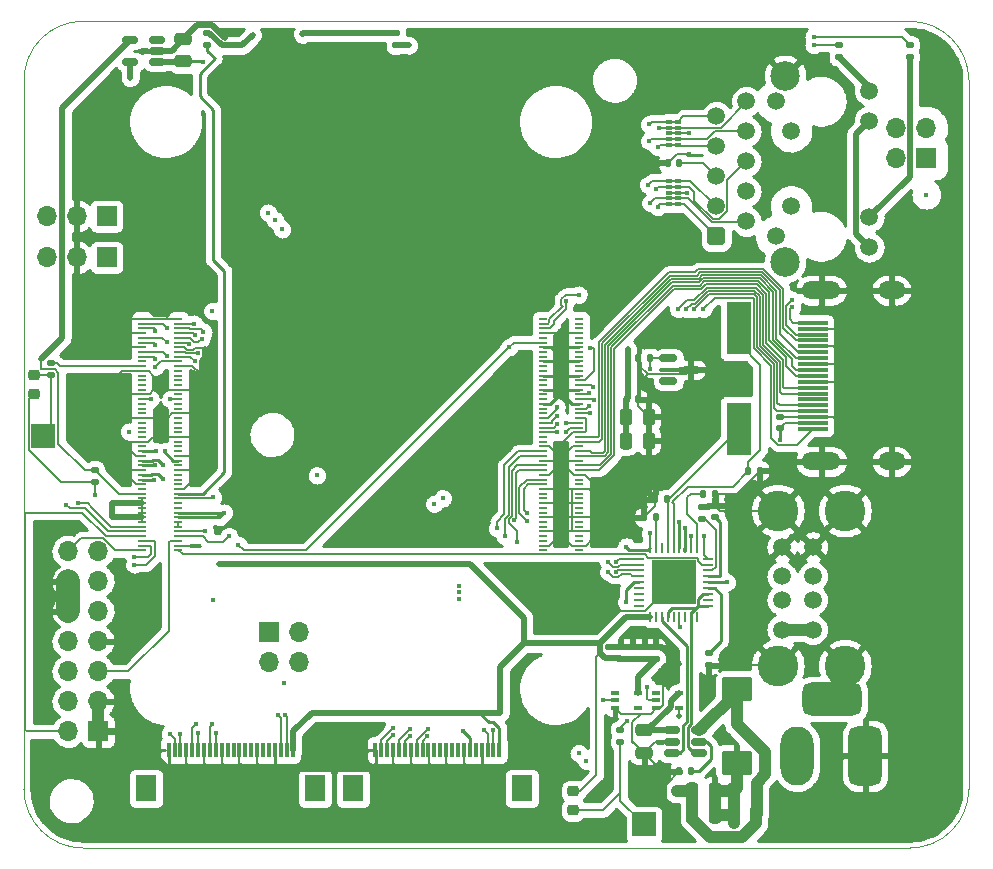
<source format=gtl>
G04 #@! TF.GenerationSoftware,KiCad,Pcbnew,5.99.0-unknown-2a2dc1c0ff~131~ubuntu21.04.1*
G04 #@! TF.CreationDate,2021-08-03T15:44:54+06:00*
G04 #@! TF.ProjectId,CM4IOv5,434d3449-4f76-4352-9e6b-696361645f70,rev?*
G04 #@! TF.SameCoordinates,Original*
G04 #@! TF.FileFunction,Copper,L1,Top*
G04 #@! TF.FilePolarity,Positive*
%FSLAX46Y46*%
G04 Gerber Fmt 4.6, Leading zero omitted, Abs format (unit mm)*
G04 Created by KiCad (PCBNEW 5.99.0-unknown-2a2dc1c0ff~131~ubuntu21.04.1) date 2021-08-03 15:44:54*
%MOMM*%
%LPD*%
G01*
G04 APERTURE LIST*
G04 Aperture macros list*
%AMRoundRect*
0 Rectangle with rounded corners*
0 $1 Rounding radius*
0 $2 $3 $4 $5 $6 $7 $8 $9 X,Y pos of 4 corners*
0 Add a 4 corners polygon primitive as box body*
4,1,4,$2,$3,$4,$5,$6,$7,$8,$9,$2,$3,0*
0 Add four circle primitives for the rounded corners*
1,1,$1+$1,$2,$3*
1,1,$1+$1,$4,$5*
1,1,$1+$1,$6,$7*
1,1,$1+$1,$8,$9*
0 Add four rect primitives between the rounded corners*
20,1,$1+$1,$2,$3,$4,$5,0*
20,1,$1+$1,$4,$5,$6,$7,0*
20,1,$1+$1,$6,$7,$8,$9,0*
20,1,$1+$1,$8,$9,$2,$3,0*%
G04 Aperture macros list end*
G04 #@! TA.AperFunction,Profile*
%ADD10C,0.050000*%
G04 #@! TD*
G04 #@! TA.AperFunction,SMDPad,CuDef*
%ADD11R,0.700000X0.200000*%
G04 #@! TD*
G04 #@! TA.AperFunction,ComponentPad*
%ADD12RoundRect,0.700000X1.800000X0.700000X-1.800000X0.700000X-1.800000X-0.700000X1.800000X-0.700000X0*%
G04 #@! TD*
G04 #@! TA.AperFunction,ComponentPad*
%ADD13RoundRect,0.700000X0.700000X1.800000X-0.700000X1.800000X-0.700000X-1.800000X0.700000X-1.800000X0*%
G04 #@! TD*
G04 #@! TA.AperFunction,ComponentPad*
%ADD14O,2.800000X5.000000*%
G04 #@! TD*
G04 #@! TA.AperFunction,SMDPad,CuDef*
%ADD15RoundRect,0.135000X0.185000X-0.135000X0.185000X0.135000X-0.185000X0.135000X-0.185000X-0.135000X0*%
G04 #@! TD*
G04 #@! TA.AperFunction,SMDPad,CuDef*
%ADD16RoundRect,0.140000X0.170000X-0.140000X0.170000X0.140000X-0.170000X0.140000X-0.170000X-0.140000X0*%
G04 #@! TD*
G04 #@! TA.AperFunction,SMDPad,CuDef*
%ADD17RoundRect,0.150000X-0.512500X-0.150000X0.512500X-0.150000X0.512500X0.150000X-0.512500X0.150000X0*%
G04 #@! TD*
G04 #@! TA.AperFunction,SMDPad,CuDef*
%ADD18RoundRect,0.250000X-0.475000X0.250000X-0.475000X-0.250000X0.475000X-0.250000X0.475000X0.250000X0*%
G04 #@! TD*
G04 #@! TA.AperFunction,ComponentPad*
%ADD19C,1.500000*%
G04 #@! TD*
G04 #@! TA.AperFunction,ComponentPad*
%ADD20C,3.450000*%
G04 #@! TD*
G04 #@! TA.AperFunction,SMDPad,CuDef*
%ADD21RoundRect,0.218750X0.256250X-0.218750X0.256250X0.218750X-0.256250X0.218750X-0.256250X-0.218750X0*%
G04 #@! TD*
G04 #@! TA.AperFunction,SMDPad,CuDef*
%ADD22R,2.600000X0.300000*%
G04 #@! TD*
G04 #@! TA.AperFunction,ComponentPad*
%ADD23O,3.300000X1.500000*%
G04 #@! TD*
G04 #@! TA.AperFunction,ComponentPad*
%ADD24O,2.300000X1.500000*%
G04 #@! TD*
G04 #@! TA.AperFunction,SMDPad,CuDef*
%ADD25RoundRect,0.135000X-0.135000X-0.185000X0.135000X-0.185000X0.135000X0.185000X-0.135000X0.185000X0*%
G04 #@! TD*
G04 #@! TA.AperFunction,SMDPad,CuDef*
%ADD26RoundRect,0.250000X-0.250000X-0.475000X0.250000X-0.475000X0.250000X0.475000X-0.250000X0.475000X0*%
G04 #@! TD*
G04 #@! TA.AperFunction,SMDPad,CuDef*
%ADD27R,0.300000X1.300000*%
G04 #@! TD*
G04 #@! TA.AperFunction,SMDPad,CuDef*
%ADD28R,1.800000X2.200000*%
G04 #@! TD*
G04 #@! TA.AperFunction,SMDPad,CuDef*
%ADD29R,0.650000X0.400000*%
G04 #@! TD*
G04 #@! TA.AperFunction,SMDPad,CuDef*
%ADD30R,2.000000X4.500000*%
G04 #@! TD*
G04 #@! TA.AperFunction,SMDPad,CuDef*
%ADD31RoundRect,0.250000X0.250000X0.475000X-0.250000X0.475000X-0.250000X-0.475000X0.250000X-0.475000X0*%
G04 #@! TD*
G04 #@! TA.AperFunction,ComponentPad*
%ADD32R,1.700000X1.700000*%
G04 #@! TD*
G04 #@! TA.AperFunction,ComponentPad*
%ADD33O,1.700000X1.700000*%
G04 #@! TD*
G04 #@! TA.AperFunction,ComponentPad*
%ADD34RoundRect,0.250500X0.499500X-0.499500X0.499500X0.499500X-0.499500X0.499500X-0.499500X-0.499500X0*%
G04 #@! TD*
G04 #@! TA.AperFunction,ComponentPad*
%ADD35C,2.500000*%
G04 #@! TD*
G04 #@! TA.AperFunction,SMDPad,CuDef*
%ADD36RoundRect,0.062500X-0.350000X-0.062500X0.350000X-0.062500X0.350000X0.062500X-0.350000X0.062500X0*%
G04 #@! TD*
G04 #@! TA.AperFunction,SMDPad,CuDef*
%ADD37RoundRect,0.062500X-0.062500X-0.350000X0.062500X-0.350000X0.062500X0.350000X-0.062500X0.350000X0*%
G04 #@! TD*
G04 #@! TA.AperFunction,SMDPad,CuDef*
%ADD38R,3.700000X3.700000*%
G04 #@! TD*
G04 #@! TA.AperFunction,SMDPad,CuDef*
%ADD39R,0.550000X0.300000*%
G04 #@! TD*
G04 #@! TA.AperFunction,SMDPad,CuDef*
%ADD40R,0.550000X0.400000*%
G04 #@! TD*
G04 #@! TA.AperFunction,SMDPad,CuDef*
%ADD41R,2.000000X2.000000*%
G04 #@! TD*
G04 #@! TA.AperFunction,SMDPad,CuDef*
%ADD42RoundRect,0.135000X0.135000X0.185000X-0.135000X0.185000X-0.135000X-0.185000X0.135000X-0.185000X0*%
G04 #@! TD*
G04 #@! TA.AperFunction,SMDPad,CuDef*
%ADD43RoundRect,0.250000X-1.025000X0.787500X-1.025000X-0.787500X1.025000X-0.787500X1.025000X0.787500X0*%
G04 #@! TD*
G04 #@! TA.AperFunction,SMDPad,CuDef*
%ADD44RoundRect,0.135000X-0.185000X0.135000X-0.185000X-0.135000X0.185000X-0.135000X0.185000X0.135000X0*%
G04 #@! TD*
G04 #@! TA.AperFunction,SMDPad,CuDef*
%ADD45RoundRect,0.140000X-0.140000X-0.170000X0.140000X-0.170000X0.140000X0.170000X-0.140000X0.170000X0*%
G04 #@! TD*
G04 #@! TA.AperFunction,SMDPad,CuDef*
%ADD46RoundRect,0.218750X-0.256250X0.218750X-0.256250X-0.218750X0.256250X-0.218750X0.256250X0.218750X0*%
G04 #@! TD*
G04 #@! TA.AperFunction,SMDPad,CuDef*
%ADD47RoundRect,0.140000X0.140000X0.170000X-0.140000X0.170000X-0.140000X-0.170000X0.140000X-0.170000X0*%
G04 #@! TD*
G04 #@! TA.AperFunction,SMDPad,CuDef*
%ADD48RoundRect,0.250000X0.475000X-0.250000X0.475000X0.250000X-0.475000X0.250000X-0.475000X-0.250000X0*%
G04 #@! TD*
G04 #@! TA.AperFunction,SMDPad,CuDef*
%ADD49RoundRect,0.150000X-0.587500X-0.150000X0.587500X-0.150000X0.587500X0.150000X-0.587500X0.150000X0*%
G04 #@! TD*
G04 #@! TA.AperFunction,SMDPad,CuDef*
%ADD50RoundRect,0.150000X0.512500X0.150000X-0.512500X0.150000X-0.512500X-0.150000X0.512500X-0.150000X0*%
G04 #@! TD*
G04 #@! TA.AperFunction,ViaPad*
%ADD51C,0.450000*%
G04 #@! TD*
G04 #@! TA.AperFunction,ViaPad*
%ADD52C,0.500000*%
G04 #@! TD*
G04 #@! TA.AperFunction,Conductor*
%ADD53C,0.130000*%
G04 #@! TD*
G04 #@! TA.AperFunction,Conductor*
%ADD54C,0.230000*%
G04 #@! TD*
G04 #@! TA.AperFunction,Conductor*
%ADD55C,0.500000*%
G04 #@! TD*
G04 #@! TA.AperFunction,Conductor*
%ADD56C,0.200000*%
G04 #@! TD*
G04 #@! TA.AperFunction,Conductor*
%ADD57C,0.147000*%
G04 #@! TD*
G04 #@! TA.AperFunction,Conductor*
%ADD58C,1.000000*%
G04 #@! TD*
G04 #@! TA.AperFunction,Conductor*
%ADD59C,2.000000*%
G04 #@! TD*
G04 #@! TA.AperFunction,Conductor*
%ADD60C,0.254000*%
G04 #@! TD*
G04 APERTURE END LIST*
D10*
X141200000Y-105400000D02*
G75*
G03*
X146200000Y-100400000I0J5000000D01*
G01*
X146200000Y-40400000D02*
G75*
G03*
X141200000Y-35400000I-5000000J0D01*
G01*
X146200000Y-40400000D02*
X146200000Y-100400000D01*
X66200000Y-100400000D02*
G75*
G03*
X71200000Y-105400000I5000000J0D01*
G01*
X141200000Y-105400000D02*
X71200000Y-105400000D01*
X66200000Y-100400000D02*
X66200000Y-40400000D01*
X71200000Y-35400000D02*
G75*
G03*
X66200000Y-40400000I0J-5000000D01*
G01*
X71200000Y-35400000D02*
X141200000Y-35400000D01*
D11*
X76200000Y-60600000D03*
X79280000Y-60600000D03*
X76200000Y-61000000D03*
X79280000Y-61000000D03*
X76200000Y-61400000D03*
X79280000Y-61400000D03*
X76200000Y-61800000D03*
X79280000Y-61800000D03*
X76200000Y-62200000D03*
X79280000Y-62200000D03*
X76200000Y-62600000D03*
X79280000Y-62600000D03*
X76200000Y-63000000D03*
X79280000Y-63000000D03*
X76200000Y-63400000D03*
X79280000Y-63400000D03*
X76200000Y-63800000D03*
X79280000Y-63800000D03*
X76200000Y-64200000D03*
X79280000Y-64200000D03*
X76200000Y-64600000D03*
X79280000Y-64600000D03*
X76200000Y-65000000D03*
X79280000Y-65000000D03*
X76200000Y-65400000D03*
X79280000Y-65400000D03*
X76200000Y-65800000D03*
X79280000Y-65800000D03*
X76200000Y-66200000D03*
X79280000Y-66200000D03*
X76200000Y-66600000D03*
X79280000Y-66600000D03*
X76200000Y-67000000D03*
X79280000Y-67000000D03*
X76200000Y-67400000D03*
X79280000Y-67400000D03*
X76200000Y-67800000D03*
X79280000Y-67800000D03*
X76200000Y-68200000D03*
X79280000Y-68200000D03*
X76200000Y-68600000D03*
X79280000Y-68600000D03*
X76200000Y-69000000D03*
X79280000Y-69000000D03*
X76200000Y-69400000D03*
X79280000Y-69400000D03*
X76200000Y-69800000D03*
X79280000Y-69800000D03*
X76200000Y-70200000D03*
X79280000Y-70200000D03*
X76200000Y-70600000D03*
X79280000Y-70600000D03*
X76200000Y-71000000D03*
X79280000Y-71000000D03*
X76200000Y-71400000D03*
X79280000Y-71400000D03*
X76200000Y-71800000D03*
X79280000Y-71800000D03*
X76200000Y-72200000D03*
X79280000Y-72200000D03*
X76200000Y-72600000D03*
X79280000Y-72600000D03*
X76200000Y-73000000D03*
X79280000Y-73000000D03*
X76200000Y-73400000D03*
X79280000Y-73400000D03*
X76200000Y-73800000D03*
X79280000Y-73800000D03*
X76200000Y-74200000D03*
X79280000Y-74200000D03*
X76200000Y-74600000D03*
X79280000Y-74600000D03*
X76200000Y-75000000D03*
X79280000Y-75000000D03*
X76200000Y-75400000D03*
X79280000Y-75400000D03*
X76200000Y-75800000D03*
X79280000Y-75800000D03*
X76200000Y-76200000D03*
X79280000Y-76200000D03*
X76200000Y-76600000D03*
X79280000Y-76600000D03*
X76200000Y-77000000D03*
X79280000Y-77000000D03*
X76200000Y-77400000D03*
X79280000Y-77400000D03*
X76200000Y-77800000D03*
X79280000Y-77800000D03*
X76200000Y-78200000D03*
X79280000Y-78200000D03*
X76200000Y-78600000D03*
X79280000Y-78600000D03*
X76200000Y-79000000D03*
X79280000Y-79000000D03*
X76200000Y-79400000D03*
X79280000Y-79400000D03*
X76200000Y-79800000D03*
X79280000Y-79800000D03*
X76200000Y-80200000D03*
X79280000Y-80200000D03*
X110120000Y-60600000D03*
X113200000Y-60600000D03*
X110120000Y-61000000D03*
X113200000Y-61000000D03*
X110120000Y-61400000D03*
X113200000Y-61400000D03*
X110120000Y-61800000D03*
X113200000Y-61800000D03*
X110120000Y-62200000D03*
X113200000Y-62200000D03*
X110120000Y-62600000D03*
X113200000Y-62600000D03*
X110120000Y-63000000D03*
X113200000Y-63000000D03*
X110120000Y-63400000D03*
X113200000Y-63400000D03*
X110120000Y-63800000D03*
X113200000Y-63800000D03*
X110120000Y-64200000D03*
X113200000Y-64200000D03*
X110120000Y-64600000D03*
X113200000Y-64600000D03*
X110120000Y-65000000D03*
X113200000Y-65000000D03*
X110120000Y-65400000D03*
X113200000Y-65400000D03*
X110120000Y-65800000D03*
X113200000Y-65800000D03*
X110120000Y-66200000D03*
X113200000Y-66200000D03*
X110120000Y-66600000D03*
X113200000Y-66600000D03*
X110120000Y-67000000D03*
X113200000Y-67000000D03*
X110120000Y-67400000D03*
X113200000Y-67400000D03*
X110120000Y-67800000D03*
X113200000Y-67800000D03*
X110120000Y-68200000D03*
X113200000Y-68200000D03*
X110120000Y-68600000D03*
X113200000Y-68600000D03*
X110120000Y-69000000D03*
X113200000Y-69000000D03*
X110120000Y-69400000D03*
X113200000Y-69400000D03*
X110120000Y-69800000D03*
X113200000Y-69800000D03*
X110120000Y-70200000D03*
X113200000Y-70200000D03*
X110120000Y-70600000D03*
X113200000Y-70600000D03*
X110120000Y-71000000D03*
X113200000Y-71000000D03*
X110120000Y-71400000D03*
X113200000Y-71400000D03*
X110120000Y-71800000D03*
X113200000Y-71800000D03*
X110120000Y-72200000D03*
X113200000Y-72200000D03*
X110120000Y-72600000D03*
X113200000Y-72600000D03*
X110120000Y-73000000D03*
X113200000Y-73000000D03*
X110120000Y-73400000D03*
X113200000Y-73400000D03*
X110120000Y-73800000D03*
X113200000Y-73800000D03*
X110120000Y-74200000D03*
X113200000Y-74200000D03*
X110120000Y-74600000D03*
X113200000Y-74600000D03*
X110120000Y-75000000D03*
X113200000Y-75000000D03*
X110120000Y-75400000D03*
X113200000Y-75400000D03*
X110120000Y-75800000D03*
X113200000Y-75800000D03*
X110120000Y-76200000D03*
X113200000Y-76200000D03*
X110120000Y-76600000D03*
X113200000Y-76600000D03*
X110120000Y-77000000D03*
X113200000Y-77000000D03*
X110120000Y-77400000D03*
X113200000Y-77400000D03*
X110120000Y-77800000D03*
X113200000Y-77800000D03*
X110120000Y-78200000D03*
X113200000Y-78200000D03*
X110120000Y-78600000D03*
X113200000Y-78600000D03*
X110120000Y-79000000D03*
X113200000Y-79000000D03*
X110120000Y-79400000D03*
X113200000Y-79400000D03*
X110120000Y-79800000D03*
X113200000Y-79800000D03*
X110120000Y-80200000D03*
X113200000Y-80200000D03*
D12*
X134630400Y-92801600D03*
D13*
X137430400Y-97601600D03*
D14*
X131630400Y-97601600D03*
D15*
X141200000Y-38410000D03*
X141200000Y-37390000D03*
D16*
X119700000Y-89380000D03*
X119700000Y-88420000D03*
D17*
X121062500Y-95450000D03*
X121062500Y-96400000D03*
X121062500Y-97350000D03*
X123337500Y-97350000D03*
X123337500Y-96400000D03*
X123337500Y-95450000D03*
D18*
X118700000Y-95450000D03*
X118700000Y-97350000D03*
D16*
X117700000Y-89360000D03*
X117700000Y-88400000D03*
D19*
X130370000Y-86900000D03*
X130370000Y-84400000D03*
X130370000Y-82400000D03*
X130370000Y-79900000D03*
X132990000Y-86900000D03*
X132990000Y-84400000D03*
X132990000Y-82400000D03*
X132990000Y-79900000D03*
D20*
X135700000Y-89970000D03*
X135700000Y-76830000D03*
X130020000Y-89970000D03*
X130020000Y-76830000D03*
D15*
X72200000Y-74410000D03*
X72200000Y-73390000D03*
D21*
X112700000Y-102187500D03*
X112700000Y-100612500D03*
D22*
X132970000Y-60925000D03*
X132970000Y-61425000D03*
X132970000Y-61925000D03*
X132970000Y-62425000D03*
X132970000Y-62925000D03*
X132970000Y-63425000D03*
X132970000Y-63925000D03*
X132970000Y-64425000D03*
X132970000Y-64925000D03*
X132970000Y-65425000D03*
X132970000Y-65925000D03*
X132970000Y-66425000D03*
X132970000Y-66925000D03*
X132970000Y-67425000D03*
X132970000Y-67925000D03*
X132970000Y-68425000D03*
X132970000Y-68925000D03*
X132970000Y-69425000D03*
X132970000Y-69925000D03*
D23*
X133700000Y-58175000D03*
X133700000Y-72675000D03*
D24*
X139660000Y-72675000D03*
X139660000Y-58175000D03*
D16*
X130200000Y-69880000D03*
X130200000Y-68920000D03*
D25*
X123690000Y-75400000D03*
X124710000Y-75400000D03*
D15*
X124700000Y-77410000D03*
X124700000Y-76390000D03*
D26*
X117200000Y-70900000D03*
X119100000Y-70900000D03*
X122779600Y-100580900D03*
X124679600Y-100580900D03*
D27*
X78450000Y-97100000D03*
X78950000Y-97100000D03*
X79450000Y-97100000D03*
X79950000Y-97100000D03*
X80450000Y-97100000D03*
X80950000Y-97100000D03*
X81450000Y-97100000D03*
X81950000Y-97100000D03*
X82450000Y-97100000D03*
X82950000Y-97100000D03*
X83450000Y-97100000D03*
X83950000Y-97100000D03*
X84450000Y-97100000D03*
X84950000Y-97100000D03*
X85450000Y-97100000D03*
X85950000Y-97100000D03*
X86450000Y-97100000D03*
X86950000Y-97100000D03*
X87450000Y-97100000D03*
X87950000Y-97100000D03*
X88450000Y-97100000D03*
X88950000Y-97100000D03*
D28*
X76550000Y-100350000D03*
X90850000Y-100350000D03*
D15*
X81700000Y-37410000D03*
X81700000Y-36390000D03*
D29*
X116250000Y-92250000D03*
X116250000Y-92900000D03*
X116250000Y-93550000D03*
X118150000Y-93550000D03*
X118150000Y-92250000D03*
D30*
X126700000Y-69900000D03*
X126700000Y-61400000D03*
D25*
X118690000Y-77400000D03*
X119710000Y-77400000D03*
D27*
X95950000Y-97100000D03*
X96450000Y-97100000D03*
X96950000Y-97100000D03*
X97450000Y-97100000D03*
X97950000Y-97100000D03*
X98450000Y-97100000D03*
X98950000Y-97100000D03*
X99450000Y-97100000D03*
X99950000Y-97100000D03*
X100450000Y-97100000D03*
X100950000Y-97100000D03*
X101450000Y-97100000D03*
X101950000Y-97100000D03*
X102450000Y-97100000D03*
X102950000Y-97100000D03*
X103450000Y-97100000D03*
X103950000Y-97100000D03*
X104450000Y-97100000D03*
X104950000Y-97100000D03*
X105450000Y-97100000D03*
X105950000Y-97100000D03*
X106450000Y-97100000D03*
D28*
X94050000Y-100350000D03*
X108350000Y-100350000D03*
D31*
X128229600Y-100580900D03*
X126329600Y-100580900D03*
D32*
X73225000Y-55400000D03*
D33*
X70685000Y-55400000D03*
X68145000Y-55400000D03*
D34*
X124810000Y-53615000D03*
D19*
X127350000Y-52345000D03*
X124810000Y-51075000D03*
X127350000Y-49805000D03*
X124810000Y-48535000D03*
X127350000Y-47265000D03*
X124810000Y-45995000D03*
X127350000Y-44725000D03*
X124810000Y-43455000D03*
X127350000Y-42185000D03*
X129870000Y-53615000D03*
X131140000Y-51075000D03*
X131140000Y-44725000D03*
X129870000Y-42185000D03*
X137760000Y-54530000D03*
X137760000Y-51990000D03*
X137760000Y-43810000D03*
X137760000Y-41270000D03*
D35*
X130650000Y-55775000D03*
X130650000Y-40025000D03*
D15*
X97700000Y-37410000D03*
X97700000Y-36390000D03*
D16*
X118700000Y-89380000D03*
X118700000Y-88420000D03*
X116700000Y-89380000D03*
X116700000Y-88420000D03*
D36*
X118262500Y-80900000D03*
X118262500Y-81400000D03*
X118262500Y-81900000D03*
X118262500Y-82400000D03*
X118262500Y-82900000D03*
X118262500Y-83400000D03*
X118262500Y-83900000D03*
X118262500Y-84400000D03*
X118262500Y-84900000D03*
D37*
X119200000Y-85837500D03*
X119700000Y-85837500D03*
X120200000Y-85837500D03*
X120700000Y-85837500D03*
X121200000Y-85837500D03*
X121700000Y-85837500D03*
X122200000Y-85837500D03*
X122700000Y-85837500D03*
X123200000Y-85837500D03*
D36*
X124137500Y-84900000D03*
X124137500Y-84400000D03*
X124137500Y-83900000D03*
X124137500Y-83400000D03*
X124137500Y-82900000D03*
X124137500Y-82400000D03*
X124137500Y-81900000D03*
X124137500Y-81400000D03*
X124137500Y-80900000D03*
D37*
X123200000Y-79962500D03*
X122700000Y-79962500D03*
X122200000Y-79962500D03*
X121700000Y-79962500D03*
X121200000Y-79962500D03*
X120700000Y-79962500D03*
X120200000Y-79962500D03*
X119700000Y-79962500D03*
X119200000Y-79962500D03*
D38*
X121200000Y-82900000D03*
D32*
X73200000Y-51900000D03*
D33*
X70660000Y-51900000D03*
X68120000Y-51900000D03*
D39*
X120815000Y-43900000D03*
X120815000Y-44400000D03*
D40*
X120815000Y-44900000D03*
D39*
X120815000Y-45400000D03*
X120815000Y-45900000D03*
X121585000Y-45900000D03*
X121585000Y-45400000D03*
D40*
X121585000Y-44900000D03*
D39*
X121585000Y-44400000D03*
X121585000Y-43900000D03*
D41*
X67828400Y-70500400D03*
X118700000Y-103400000D03*
D42*
X122710000Y-98900000D03*
X121690000Y-98900000D03*
D43*
X126553200Y-91938000D03*
X126553200Y-98163000D03*
D15*
X135200000Y-38410000D03*
X135200000Y-37390000D03*
D32*
X142555200Y-46980000D03*
D33*
X140015200Y-46980000D03*
X142555200Y-44440000D03*
X140015200Y-44440000D03*
D44*
X124200000Y-88890000D03*
X124200000Y-89910000D03*
D39*
X120815000Y-48900000D03*
X120815000Y-49400000D03*
D40*
X120815000Y-49900000D03*
D39*
X120815000Y-50400000D03*
X120815000Y-50900000D03*
X121585000Y-50900000D03*
X121585000Y-50400000D03*
D40*
X121585000Y-49900000D03*
D39*
X121585000Y-49400000D03*
X121585000Y-48900000D03*
D15*
X123606800Y-77514800D03*
X123606800Y-76494800D03*
D45*
X117220000Y-67400000D03*
X118180000Y-67400000D03*
D15*
X116700000Y-96400000D03*
X116700000Y-95380000D03*
D29*
X119750000Y-92250000D03*
X119750000Y-92900000D03*
X119750000Y-93550000D03*
X121650000Y-93550000D03*
X121650000Y-92250000D03*
D46*
X67066400Y-65369400D03*
X67066400Y-66944400D03*
D31*
X128179600Y-102580900D03*
X126279600Y-102580900D03*
D32*
X72475000Y-95525000D03*
D33*
X69935000Y-95525000D03*
X72475000Y-92985000D03*
X69935000Y-92985000D03*
X72475000Y-90445000D03*
X69935000Y-90445000D03*
X72475000Y-87905000D03*
X69935000Y-87905000D03*
X72475000Y-85365000D03*
X69935000Y-85365000D03*
X72475000Y-82825000D03*
X69935000Y-82825000D03*
X72475000Y-80285000D03*
X69935000Y-80285000D03*
D45*
X127523600Y-73446800D03*
X128483600Y-73446800D03*
D47*
X119180000Y-63900000D03*
X118220000Y-63900000D03*
D26*
X117200000Y-68900000D03*
X119100000Y-68900000D03*
D48*
X79700000Y-38800000D03*
X79700000Y-36900000D03*
D16*
X115701924Y-89350000D03*
X115701924Y-88390000D03*
D47*
X121680000Y-47400000D03*
X120720000Y-47400000D03*
D49*
X120762500Y-63950000D03*
X120762500Y-65850000D03*
X122637500Y-64900000D03*
D50*
X77475000Y-38850000D03*
X77475000Y-37900000D03*
X77475000Y-36950000D03*
X75200000Y-36950000D03*
X75200000Y-38850000D03*
D15*
X68488800Y-65373600D03*
X68488800Y-64353600D03*
D26*
X122779600Y-102580900D03*
X124679600Y-102580900D03*
D47*
X120609600Y-75885200D03*
X119649600Y-75885200D03*
D32*
X86980000Y-87112000D03*
D33*
X86980000Y-89652000D03*
X89520000Y-87112000D03*
X89520000Y-89652000D03*
D51*
X100950000Y-76250000D03*
X101650000Y-75800000D03*
X88326800Y-94173200D03*
X88200000Y-91400000D03*
X82179400Y-84420600D03*
X111181200Y-65196800D03*
X111847800Y-64200000D03*
X111680600Y-61800000D03*
X107274600Y-71668800D03*
X107782600Y-71160800D03*
X108316000Y-70627400D03*
X100201480Y-103227520D03*
X100887280Y-103227520D03*
X101547680Y-103227520D03*
X102157280Y-103227520D03*
X89774000Y-36515200D03*
X67650600Y-63998000D03*
X69758800Y-76317000D03*
X70774800Y-76190000D03*
X72200000Y-75506260D03*
X74026000Y-61813600D03*
X81521481Y-63411319D03*
X80680800Y-61940600D03*
X81392000Y-61686600D03*
X81239600Y-62270800D03*
X72933800Y-66529901D03*
X72933800Y-70983000D03*
X75118200Y-70144800D03*
X83576400Y-78984000D03*
X84363800Y-79746000D03*
X114335800Y-75301000D03*
X111618000Y-72608600D03*
X107274600Y-63007400D03*
X82738200Y-81371600D03*
X103032800Y-84343400D03*
X103032800Y-83759200D03*
X103032800Y-83225800D03*
X82736391Y-77400000D03*
X83136391Y-77000000D03*
X80530400Y-79849600D03*
X81544400Y-78577600D03*
X115224800Y-92903200D03*
X75550000Y-81397000D03*
X75550000Y-80762000D03*
X82179400Y-75682000D03*
X80753000Y-73400000D03*
X103363000Y-95494000D03*
X125711660Y-82900000D03*
X117206000Y-79873000D03*
X117206000Y-84572000D03*
X126279600Y-102828800D03*
X126279600Y-103305900D03*
X121181880Y-103227520D03*
X118933200Y-91734800D03*
D52*
X121676400Y-94198600D03*
D51*
X118700000Y-95450000D03*
X113167400Y-97373600D03*
X113802400Y-98008600D03*
X121999700Y-100580900D03*
X121460708Y-100580900D03*
X121676400Y-89855200D03*
X122363200Y-49900000D03*
X122537200Y-44900000D03*
X83220800Y-36820000D03*
X116139200Y-85588000D03*
X122537200Y-46627200D03*
X119100000Y-75312000D03*
X77937600Y-74158000D03*
X77294460Y-73000000D03*
X77387988Y-71800000D03*
X88046800Y-53025200D03*
X78140800Y-71770400D03*
X87488000Y-52263200D03*
X77988400Y-72938800D03*
X86878400Y-51602800D03*
X77241015Y-74200000D03*
X112102560Y-69400000D03*
X131226800Y-59578400D03*
X131226800Y-58968800D03*
X112075200Y-70195600D03*
X111366816Y-70200000D03*
X121574800Y-59781600D03*
X111364000Y-69484400D03*
X122286000Y-59781600D03*
X111364000Y-68824000D03*
X122946400Y-59781600D03*
X111293822Y-68078581D03*
X123708400Y-59781600D03*
X119034800Y-49266000D03*
X80578400Y-61000000D03*
X119929021Y-44400000D03*
X77332168Y-61604125D03*
X119695200Y-49570800D03*
X119136400Y-45557600D03*
X78293200Y-62575600D03*
X82154000Y-59934000D03*
X119238000Y-50790000D03*
X77337735Y-62773232D03*
X119847600Y-46065600D03*
X80166109Y-62749022D03*
X119847600Y-51145600D03*
X78344000Y-61356400D03*
X119136400Y-44135200D03*
X119200000Y-78768000D03*
X121727200Y-86654800D03*
X118480500Y-85837500D03*
X122692400Y-78984000D03*
X98765600Y-37429600D03*
X75194400Y-40172800D03*
X117307600Y-63185200D03*
X123810000Y-78984000D03*
X117200000Y-70900000D03*
X119187200Y-64810800D03*
X90997737Y-73853200D03*
X73687085Y-76200000D03*
X73687085Y-77400000D03*
X81341200Y-38852000D03*
X120762000Y-65877600D03*
X130210800Y-70856000D03*
X77328000Y-64658400D03*
X80916970Y-63523480D03*
X80680800Y-64201200D03*
X97444800Y-95256321D03*
X114107200Y-63083600D03*
X97444800Y-95849600D03*
X114412000Y-66385600D03*
X98867200Y-95357921D03*
X114005600Y-66893600D03*
X114437400Y-67477800D03*
X98867200Y-95951200D03*
X114056400Y-67960400D03*
X100391200Y-95290800D03*
X114094456Y-68600000D03*
X100340400Y-95951200D03*
X105166400Y-95443200D03*
X87691200Y-94173200D03*
X105953800Y-95417800D03*
X76921600Y-67401600D03*
X78598000Y-67401600D03*
X85557600Y-36566000D03*
X142606000Y-50078800D03*
X106233200Y-78323600D03*
X78547200Y-95748000D03*
X79450000Y-95717384D03*
X106893600Y-78972576D03*
X107909600Y-79492000D03*
X80731600Y-94935200D03*
X80950000Y-95698827D03*
X107706400Y-77663200D03*
X108773200Y-77714000D03*
X82154000Y-94935200D03*
X108773200Y-77002800D03*
X82450000Y-95652434D03*
X133055600Y-37429600D03*
X78293200Y-63744000D03*
X77309899Y-63975743D03*
X133055600Y-36718400D03*
X118171200Y-93563600D03*
X117256800Y-94681200D03*
X116291600Y-81168400D03*
X115682000Y-81168400D03*
X116291600Y-82032000D03*
X115682000Y-82032000D03*
X113159306Y-58545094D03*
X122184400Y-80203200D03*
X122200000Y-78339200D03*
X112126000Y-59070400D03*
X121700000Y-77839200D03*
D53*
X88450000Y-97100000D02*
X88450000Y-94296400D01*
X88450000Y-94296400D02*
X88326800Y-94173200D01*
D54*
X79280000Y-75400000D02*
X81318400Y-75400000D01*
X81071715Y-41771715D02*
X81071715Y-39832685D01*
X81318400Y-75400000D02*
X83170000Y-73548400D01*
X83170000Y-73548400D02*
X83170000Y-56559830D01*
X82200000Y-42900000D02*
X81071715Y-41771715D01*
X83170000Y-56559830D02*
X82200000Y-55589830D01*
X82200000Y-55589830D02*
X82200000Y-42900000D01*
X81071715Y-39832685D02*
X82357200Y-38547200D01*
X82357200Y-38547200D02*
X81700000Y-37890000D01*
X81700000Y-37890000D02*
X81700000Y-37410000D01*
D55*
X108527468Y-88072532D02*
X108527468Y-85902618D01*
X108527468Y-85902618D02*
X103996450Y-81371600D01*
X104760000Y-93944600D02*
X106538000Y-93944600D01*
X106538000Y-93944600D02*
X106538000Y-90062000D01*
X106538000Y-90062000D02*
X108527468Y-88072532D01*
X108527468Y-88072532D02*
X114970800Y-88072532D01*
X104760000Y-93944600D02*
X90561400Y-93944600D01*
X90561400Y-93944600D02*
X88979511Y-95526489D01*
X88979511Y-95526489D02*
X88979511Y-97100000D01*
D54*
X105931990Y-94732000D02*
X105547400Y-94732000D01*
X105547400Y-94732000D02*
X104760000Y-93944600D01*
D56*
X113200000Y-69000000D02*
X113750000Y-69000000D01*
X113750000Y-69000000D02*
X113779511Y-69029511D01*
X113779511Y-69029511D02*
X113779511Y-70129511D01*
X113779511Y-70129511D02*
X113709022Y-70200000D01*
X113709022Y-70200000D02*
X113200000Y-70200000D01*
X113200000Y-70200000D02*
X112713577Y-70200000D01*
X111618000Y-71295577D02*
X111618000Y-72608600D01*
X112713577Y-70200000D02*
X111618000Y-71295577D01*
D54*
X111181200Y-65196800D02*
X111181200Y-63343200D01*
X111847800Y-64200000D02*
X113200000Y-64200000D01*
D55*
X89774000Y-36515200D02*
X89899200Y-36390000D01*
X89899200Y-36390000D02*
X97700000Y-36390000D01*
D56*
X67672640Y-64853120D02*
X67672640Y-64020040D01*
X67672640Y-64020040D02*
X67650600Y-63998000D01*
D55*
X69430489Y-42719511D02*
X69430489Y-62218111D01*
X75200000Y-36950000D02*
X69430489Y-42719511D01*
X69430489Y-62218111D02*
X67650600Y-63998000D01*
D57*
X121949022Y-45400000D02*
X124057238Y-45400000D01*
X124057238Y-45400000D02*
X124732238Y-44725000D01*
X124732238Y-44725000D02*
X127350000Y-44725000D01*
X71994000Y-76596400D02*
X71587600Y-76190000D01*
X71587600Y-76190000D02*
X70774800Y-76190000D01*
X71384400Y-76647200D02*
X70089000Y-76647200D01*
X70089000Y-76647200D02*
X69758800Y-76317000D01*
X72200000Y-74410000D02*
X72200000Y-75506260D01*
D55*
X81521481Y-63411319D02*
X81521481Y-63133336D01*
D56*
X79280000Y-61800000D02*
X80540200Y-61800000D01*
X80540200Y-61800000D02*
X80680800Y-61940600D01*
X80180027Y-61400000D02*
X80234538Y-61454511D01*
X80234538Y-61454511D02*
X81159911Y-61454511D01*
X81159911Y-61454511D02*
X81392000Y-61686600D01*
X80604600Y-62544736D02*
X80965664Y-62544736D01*
X80965664Y-62544736D02*
X81239600Y-62270800D01*
X80259864Y-62200000D02*
X80604600Y-62544736D01*
X79280000Y-62200000D02*
X80259864Y-62200000D01*
X76200000Y-60600000D02*
X75239600Y-60600000D01*
X75239600Y-60600000D02*
X74039600Y-61800000D01*
X76200000Y-61800000D02*
X74039600Y-61800000D01*
X74039600Y-61800000D02*
X74026000Y-61813600D01*
X76200000Y-63000000D02*
X75212400Y-63000000D01*
X75212400Y-63000000D02*
X74026000Y-61813600D01*
X72933800Y-66529901D02*
X74463701Y-65000000D01*
X74463701Y-65000000D02*
X76200000Y-65000000D01*
X76200000Y-65000000D02*
X76750000Y-65000000D01*
X77167089Y-65417089D02*
X77167089Y-66600000D01*
X76750000Y-65000000D02*
X77167089Y-65417089D01*
X76200000Y-67000000D02*
X73403899Y-67000000D01*
X73403899Y-67000000D02*
X72933800Y-66529901D01*
X74916800Y-69000000D02*
X74916800Y-68512901D01*
X74916800Y-68512901D02*
X72933800Y-66529901D01*
X76200000Y-69000000D02*
X74916800Y-69000000D01*
X74916800Y-69000000D02*
X72933800Y-70983000D01*
X76200000Y-74600000D02*
X75650000Y-74600000D01*
X75650000Y-74600000D02*
X72933800Y-71883800D01*
X72933800Y-71883800D02*
X72933800Y-70983000D01*
X76200000Y-73400000D02*
X75350800Y-73400000D01*
X75350800Y-73400000D02*
X72933800Y-70983000D01*
X76200000Y-71000000D02*
X74450000Y-71000000D01*
X74450000Y-71000000D02*
X74433000Y-70983000D01*
X76200000Y-72200000D02*
X75650000Y-72200000D01*
X75650000Y-72200000D02*
X74433000Y-70983000D01*
X74433000Y-70983000D02*
X72933800Y-70983000D01*
X79280000Y-70600000D02*
X77109022Y-70600000D01*
X77109022Y-70600000D02*
X76709022Y-71000000D01*
X76709022Y-71000000D02*
X76200000Y-71000000D01*
X76200000Y-69000000D02*
X78370978Y-69000000D01*
X78370978Y-69000000D02*
X78770978Y-68600000D01*
X78770978Y-68600000D02*
X79280000Y-68600000D01*
X79280000Y-66600000D02*
X77167089Y-66600000D01*
X77167089Y-66600000D02*
X76837578Y-66929511D01*
X76837578Y-66929511D02*
X76270489Y-66929511D01*
X76270489Y-66929511D02*
X76200000Y-67000000D01*
X78471000Y-79466600D02*
X78471000Y-87010400D01*
X78471000Y-87010400D02*
X75036400Y-90445000D01*
X79280000Y-79400000D02*
X78537600Y-79400000D01*
X78537600Y-79400000D02*
X78471000Y-79466600D01*
X75036400Y-90445000D02*
X72475000Y-90445000D01*
X81823800Y-79466600D02*
X83093800Y-79466600D01*
X83093800Y-79466600D02*
X83576400Y-78984000D01*
X79280000Y-79000000D02*
X81357200Y-79000000D01*
X81357200Y-79000000D02*
X81823800Y-79466600D01*
X90078800Y-80203200D02*
X84821000Y-80203200D01*
X107274600Y-63007400D02*
X90078800Y-80203200D01*
X84821000Y-80203200D02*
X84363800Y-79746000D01*
X114335800Y-75301000D02*
X114335800Y-74426778D01*
X114335800Y-74426778D02*
X113709022Y-73800000D01*
X113709022Y-73800000D02*
X113200000Y-73800000D01*
X113200000Y-73800000D02*
X112809400Y-73800000D01*
X112809400Y-73800000D02*
X111618000Y-72608600D01*
X114335800Y-78577600D02*
X114335800Y-77383800D01*
X114335800Y-77383800D02*
X114335800Y-75301000D01*
X113200000Y-77400000D02*
X114319600Y-77400000D01*
X114319600Y-77400000D02*
X114335800Y-77383800D01*
X114335800Y-79214200D02*
X114335800Y-78577600D01*
X113200000Y-78600000D02*
X114313400Y-78600000D01*
X114313400Y-78600000D02*
X114335800Y-78577600D01*
X112573200Y-76200000D02*
X112573200Y-78600519D01*
X112573200Y-76200000D02*
X113200000Y-76200000D01*
X110120000Y-76200000D02*
X112573200Y-76200000D01*
X112573200Y-76200000D02*
X112573200Y-74991861D01*
X113200000Y-75000000D02*
X114034800Y-75000000D01*
X114034800Y-75000000D02*
X114335800Y-75301000D01*
X113750000Y-79800000D02*
X114335800Y-79214200D01*
X113200000Y-79800000D02*
X113750000Y-79800000D01*
X113200000Y-75000000D02*
X110120000Y-75000000D01*
X113200000Y-77400000D02*
X110120000Y-77400000D01*
X110120000Y-78600000D02*
X113200000Y-78600000D01*
X113200000Y-79800000D02*
X112611800Y-79800000D01*
X112611800Y-79800000D02*
X111618000Y-78806200D01*
X111618000Y-72608600D02*
X111618000Y-78806200D01*
X111618000Y-78806200D02*
X110624200Y-79800000D01*
X110624200Y-79800000D02*
X110120000Y-79800000D01*
X111618000Y-72608600D02*
X111618000Y-72811022D01*
X111618000Y-72811022D02*
X110629022Y-73800000D01*
X110629022Y-73800000D02*
X110120000Y-73800000D01*
X110120000Y-71400000D02*
X110670000Y-71400000D01*
X110670000Y-71400000D02*
X111618000Y-72348000D01*
X111618000Y-72348000D02*
X111618000Y-72608600D01*
X111618000Y-72608600D02*
X111618000Y-72472978D01*
X112690978Y-71400000D02*
X113200000Y-71400000D01*
X111618000Y-72472978D02*
X112690978Y-71400000D01*
X113200000Y-72600000D02*
X111626600Y-72600000D01*
X111626600Y-72600000D02*
X111618000Y-72608600D01*
X110120000Y-72600000D02*
X111609400Y-72600000D01*
X111609400Y-72600000D02*
X111618000Y-72608600D01*
D54*
X113200000Y-63000000D02*
X110838000Y-63000000D01*
X110838000Y-63000000D02*
X110120000Y-63000000D01*
X111181200Y-65400000D02*
X111181200Y-65196800D01*
X111181200Y-63343200D02*
X110838000Y-63000000D01*
X111181200Y-65400000D02*
X110120000Y-65400000D01*
X113200000Y-65400000D02*
X111181200Y-65400000D01*
X111181200Y-65400000D02*
X111181200Y-66608448D01*
X113200000Y-67800000D02*
X112620000Y-67800000D01*
X112620000Y-67800000D02*
X111833511Y-67013511D01*
X111833511Y-67013511D02*
X111833511Y-66666489D01*
X110120000Y-67800000D02*
X110700000Y-67800000D01*
X110700000Y-67800000D02*
X111833511Y-66666489D01*
X111833511Y-64340907D02*
X111680600Y-64187996D01*
X111833511Y-66666489D02*
X111833511Y-64340907D01*
X111680600Y-64187996D02*
X111680600Y-61800000D01*
X113200000Y-66600000D02*
X110120000Y-66600000D01*
X110120000Y-64200000D02*
X111847800Y-64200000D01*
D57*
X111680600Y-61800000D02*
X113200000Y-61800000D01*
X110120000Y-61800000D02*
X111680600Y-61800000D01*
X110120000Y-62600000D02*
X107682000Y-62600000D01*
X107682000Y-62600000D02*
X107274600Y-63007400D01*
D55*
X103996450Y-81371600D02*
X82738200Y-81371600D01*
D54*
X79280000Y-77400000D02*
X82736391Y-77400000D01*
X82736391Y-77400000D02*
X83136391Y-77000000D01*
X79280000Y-77000000D02*
X83136391Y-77000000D01*
D56*
X79280000Y-79800000D02*
X79350489Y-79870489D01*
X79350489Y-79870489D02*
X80505250Y-79870489D01*
X79280000Y-78200000D02*
X79280000Y-77800000D01*
X79280000Y-78600000D02*
X81522000Y-78600000D01*
X81522000Y-78600000D02*
X81544400Y-78577600D01*
X116250000Y-92900000D02*
X115228000Y-92900000D01*
X115228000Y-92900000D02*
X115224800Y-92903200D01*
X77305658Y-80640754D02*
X76549412Y-81397000D01*
X77305658Y-79400000D02*
X77305658Y-80640754D01*
X76549412Y-81397000D02*
X75550000Y-81397000D01*
X76200000Y-79400000D02*
X77305658Y-79400000D01*
X76961550Y-80518850D02*
X76718400Y-80762000D01*
X76718400Y-80762000D02*
X75550000Y-80762000D01*
X76961550Y-79800000D02*
X76961550Y-80518850D01*
X76200000Y-79800000D02*
X76961550Y-79800000D01*
X79280000Y-75800000D02*
X82061400Y-75800000D01*
X82061400Y-75800000D02*
X82179400Y-75682000D01*
D57*
X79280000Y-63000000D02*
X79786378Y-63000000D01*
X79786378Y-63000000D02*
X80022378Y-63236000D01*
X80022378Y-63236000D02*
X80503000Y-63236000D01*
X80503000Y-63236000D02*
X80643531Y-63095469D01*
X80643531Y-63095469D02*
X81483614Y-63095469D01*
X81483614Y-63095469D02*
X81521481Y-63133336D01*
D55*
X81285311Y-64153437D02*
X81521481Y-63917267D01*
X81521481Y-63917267D02*
X81521481Y-63411319D01*
X81087200Y-68239800D02*
X81285311Y-68041689D01*
X81285311Y-68041689D02*
X81285311Y-64153437D01*
X81087200Y-70140800D02*
X81087200Y-68239800D01*
X81089467Y-72200000D02*
X81089467Y-70143067D01*
X81089467Y-70143067D02*
X81087200Y-70140800D01*
X80753000Y-73400000D02*
X80753000Y-72536467D01*
X80753000Y-72536467D02*
X81089467Y-72200000D01*
D57*
X79777000Y-75000000D02*
X80753000Y-74024000D01*
X80753000Y-74024000D02*
X80753000Y-73400000D01*
X79280000Y-75000000D02*
X79777000Y-75000000D01*
X79280000Y-72200000D02*
X81089467Y-72200000D01*
X79280000Y-73400000D02*
X80753000Y-73400000D01*
X79280000Y-70600000D02*
X80628000Y-70600000D01*
X80628000Y-70600000D02*
X81087200Y-70140800D01*
X79280000Y-68600000D02*
X80727000Y-68600000D01*
X80727000Y-68600000D02*
X81087200Y-68239800D01*
D54*
X103950000Y-97100000D02*
X103950000Y-96081000D01*
X103950000Y-96081000D02*
X103363000Y-95494000D01*
X124670000Y-83400000D02*
X125207000Y-83937000D01*
X124137500Y-83400000D02*
X124670000Y-83400000D01*
X125207000Y-83937000D02*
X125207000Y-87883000D01*
X125207000Y-87883000D02*
X124200000Y-88890000D01*
X124137500Y-82900000D02*
X125711660Y-82900000D01*
X124137500Y-82400000D02*
X125093000Y-82400000D01*
X125093000Y-82400000D02*
X125124040Y-82368960D01*
X125124040Y-82368960D02*
X125124040Y-77834040D01*
X125124040Y-77834040D02*
X124700000Y-77410000D01*
X117862000Y-82900000D02*
X117206000Y-83556000D01*
X118262500Y-82900000D02*
X117862000Y-82900000D01*
X117206000Y-83556000D02*
X117206000Y-84572000D01*
X119035500Y-80127000D02*
X117460000Y-80127000D01*
X119200000Y-79962500D02*
X119035500Y-80127000D01*
X117460000Y-80127000D02*
X117206000Y-79873000D01*
X106450000Y-95250010D02*
X105931990Y-94732000D01*
X106450000Y-97100000D02*
X106450000Y-95250010D01*
D58*
X126279600Y-102828800D02*
X126279600Y-103305900D01*
D56*
X121181880Y-103227520D02*
X120533400Y-102579040D01*
X120533400Y-102579040D02*
X120533400Y-100056600D01*
X120533400Y-100056600D02*
X121690000Y-98900000D01*
X118933200Y-91734800D02*
X118933200Y-92750800D01*
X118933200Y-92750800D02*
X119082400Y-92900000D01*
X119082400Y-92900000D02*
X119750000Y-92900000D01*
X121650000Y-93550000D02*
X121650000Y-94172200D01*
X121650000Y-94172200D02*
X121676400Y-94198600D01*
X119873000Y-90998200D02*
X119873000Y-90464800D01*
X120304800Y-93329222D02*
X120304800Y-91430000D01*
X120084022Y-93550000D02*
X120304800Y-93329222D01*
X119873000Y-90464800D02*
X120482600Y-89855200D01*
X119750000Y-93550000D02*
X120084022Y-93550000D01*
X120304800Y-91430000D02*
X119873000Y-90998200D01*
X120482600Y-89855200D02*
X121676400Y-89855200D01*
D55*
X121062500Y-95450000D02*
X118700000Y-95450000D01*
X121650000Y-92250000D02*
X120945489Y-92954511D01*
X120945489Y-92954511D02*
X120945489Y-93430911D01*
X120945489Y-93430911D02*
X118926400Y-95450000D01*
X118926400Y-95450000D02*
X118700000Y-95450000D01*
D58*
X121999700Y-100580900D02*
X121460708Y-100580900D01*
X122779600Y-100580900D02*
X121999700Y-100580900D01*
X128179600Y-102580900D02*
X128179600Y-103305900D01*
X128179600Y-103305900D02*
X126999900Y-104485600D01*
X126999900Y-104485600D02*
X124318000Y-104485600D01*
X124318000Y-104485600D02*
X122779600Y-102947200D01*
X122779600Y-102947200D02*
X122779600Y-102580900D01*
X126553200Y-91938000D02*
X126553200Y-94935200D01*
X128915400Y-97297400D02*
X128915400Y-99170100D01*
X126553200Y-94935200D02*
X128915400Y-97297400D01*
X128915400Y-99170100D02*
X128229600Y-99855900D01*
X128229600Y-99855900D02*
X128229600Y-100580900D01*
X126553200Y-98163000D02*
X126553200Y-100357300D01*
X126553200Y-100357300D02*
X126329600Y-100580900D01*
X126553200Y-91938000D02*
X126553200Y-92234300D01*
X126553200Y-92234300D02*
X123337500Y-95450000D01*
D56*
X135860669Y-65925000D02*
X138861269Y-68925600D01*
X100471600Y-97060081D02*
X100471600Y-98745200D01*
D55*
X119100000Y-68900000D02*
X119100000Y-70900000D01*
D53*
X121585000Y-49900000D02*
X120815000Y-49900000D01*
D56*
X118180000Y-67400000D02*
X118180000Y-67980000D01*
X118425200Y-94020800D02*
X116720800Y-94020800D01*
X97440400Y-97091281D02*
X97440400Y-98753217D01*
D54*
X95971600Y-97060081D02*
X95971600Y-98745200D01*
D55*
X78450000Y-98785119D02*
X75189881Y-95525000D01*
D56*
X132970000Y-61425000D02*
X138044594Y-61425000D01*
X79950000Y-97100000D02*
X79918800Y-97131200D01*
X125140000Y-76830000D02*
X124700000Y-76390000D01*
D55*
X119700000Y-88420000D02*
X120241200Y-88420000D01*
X119100000Y-75312000D02*
X119100000Y-75335600D01*
D53*
X120815000Y-44900000D02*
X121585000Y-44900000D01*
D56*
X118180000Y-67980000D02*
X119100000Y-68900000D01*
D54*
X104971600Y-98744187D02*
X104971600Y-97060081D01*
D56*
X103471600Y-97060081D02*
X103471600Y-98713133D01*
X118700000Y-97350000D02*
X117711311Y-96361311D01*
X138861269Y-68925600D02*
X139660000Y-69724331D01*
X85950000Y-97100000D02*
X85950000Y-98753052D01*
D55*
X82141280Y-35740480D02*
X83220800Y-36820000D01*
X119700000Y-88420000D02*
X118700000Y-88420000D01*
D56*
X117711311Y-96361311D02*
X117711311Y-94734689D01*
X118220000Y-64486377D02*
X118220000Y-63900000D01*
X134470600Y-68925600D02*
X138861269Y-68925600D01*
X81450000Y-97100000D02*
X81450000Y-98785119D01*
X124710000Y-75400000D02*
X124710000Y-76380000D01*
X124595200Y-76494800D02*
X124700000Y-76390000D01*
D55*
X116670000Y-88390000D02*
X116700000Y-88420000D01*
D56*
X98971600Y-97060081D02*
X98971600Y-98745200D01*
D57*
X80517200Y-66600000D02*
X81087200Y-66030000D01*
D56*
X123606800Y-76494800D02*
X124595200Y-76494800D01*
X118180000Y-66089623D02*
X119001623Y-65268000D01*
D53*
X121585000Y-49900000D02*
X122363200Y-49900000D01*
D56*
X119649600Y-75885200D02*
X119649600Y-76440400D01*
X130200000Y-68920000D02*
X132965000Y-68920000D01*
D59*
X69935000Y-82825000D02*
X69935000Y-85365000D01*
D58*
X126279600Y-100630900D02*
X126329600Y-100580900D01*
D56*
X128483600Y-73446800D02*
X126530400Y-75400000D01*
X116369220Y-85357980D02*
X116139200Y-85588000D01*
D55*
X104971600Y-98744187D02*
X78490932Y-98744187D01*
D56*
X101971600Y-97060081D02*
X101971600Y-98745200D01*
D58*
X126329600Y-100580900D02*
X124679600Y-100580900D01*
D55*
X70660000Y-51900000D02*
X70660000Y-55375000D01*
X115701924Y-88390000D02*
X116670000Y-88390000D01*
D53*
X121495600Y-46624400D02*
X122540000Y-46624400D01*
D54*
X78450000Y-97100000D02*
X78450000Y-98785119D01*
D56*
X119750000Y-93550000D02*
X119279200Y-94020800D01*
X119649600Y-76440400D02*
X118690000Y-77400000D01*
D55*
X70660000Y-55375000D02*
X70685000Y-55400000D01*
D57*
X79280000Y-66600000D02*
X80517200Y-66600000D01*
D56*
X132965000Y-68920000D02*
X132970000Y-68925000D01*
X119001623Y-65268000D02*
X118220000Y-64486377D01*
D58*
X124679600Y-102580900D02*
X126279600Y-102580900D01*
D54*
X87451013Y-98785119D02*
X87450000Y-98784106D01*
D55*
X120241200Y-88420000D02*
X121676400Y-89855200D01*
D57*
X79280000Y-64600000D02*
X80470000Y-64600000D01*
D55*
X80859520Y-35740480D02*
X82141280Y-35740480D01*
D56*
X116720800Y-94020800D02*
X116250000Y-93550000D01*
X117711311Y-94734689D02*
X118425200Y-94020800D01*
X119279200Y-94020800D02*
X118425200Y-94020800D01*
D58*
X126279600Y-102580900D02*
X126279600Y-102828800D01*
D56*
X126530400Y-75400000D02*
X124710000Y-75400000D01*
X118180000Y-67400000D02*
X118180000Y-66089623D01*
D58*
X126279600Y-102580900D02*
X126279600Y-100630900D01*
D56*
X118742020Y-85357980D02*
X116369220Y-85357980D01*
X82950000Y-97100000D02*
X82950000Y-98785119D01*
X121690000Y-98900000D02*
X120250000Y-98900000D01*
D55*
X78700000Y-37900000D02*
X77475000Y-37900000D01*
X75189881Y-95525000D02*
X72475000Y-95525000D01*
X116720000Y-88400000D02*
X116700000Y-88420000D01*
D53*
X120720000Y-47400000D02*
X121495600Y-46624400D01*
D54*
X87450000Y-98784106D02*
X87450000Y-97100000D01*
D55*
X78490932Y-98744187D02*
X78450000Y-98785119D01*
D56*
X124200000Y-89910000D02*
X129960000Y-89910000D01*
X122637500Y-64900000D02*
X122269500Y-65268000D01*
X139660000Y-59809594D02*
X139660000Y-58175000D01*
X76200000Y-60600000D02*
X79280000Y-60600000D01*
X129630000Y-76440000D02*
X130020000Y-76830000D01*
D55*
X119100000Y-70900000D02*
X119100000Y-75312000D01*
D56*
X132970000Y-65925000D02*
X135860669Y-65925000D01*
D58*
X72475000Y-95525000D02*
X72475000Y-92985000D01*
D53*
X121585000Y-44900000D02*
X122537200Y-44900000D01*
D55*
X117720000Y-88420000D02*
X117700000Y-88400000D01*
D56*
X138044594Y-61425000D02*
X139660000Y-59809594D01*
X134470000Y-68925000D02*
X134470600Y-68925600D01*
X132970000Y-62925000D02*
X136544594Y-62925000D01*
X129960000Y-89910000D02*
X130020000Y-89970000D01*
D57*
X80470000Y-64600000D02*
X81087200Y-65217200D01*
D54*
X104972613Y-98745200D02*
X104971600Y-98744187D01*
D58*
X124679600Y-100580900D02*
X124679600Y-102580900D01*
D55*
X119100000Y-75335600D02*
X119649600Y-75885200D01*
X117700000Y-88400000D02*
X116720000Y-88400000D01*
X118700000Y-88420000D02*
X117720000Y-88420000D01*
D56*
X124710000Y-76380000D02*
X124700000Y-76390000D01*
X132970000Y-64425000D02*
X135044594Y-64425000D01*
D55*
X79700000Y-36900000D02*
X78700000Y-37900000D01*
D56*
X84450000Y-97100000D02*
X84450000Y-98785119D01*
X121062500Y-96400000D02*
X119650000Y-96400000D01*
X79918800Y-97131200D02*
X79918800Y-98793136D01*
X136544594Y-62925000D02*
X138044594Y-61425000D01*
X120250000Y-98900000D02*
X118700000Y-97350000D01*
X119650000Y-96400000D02*
X118700000Y-97350000D01*
X121200000Y-82900000D02*
X118742020Y-85357980D01*
X135044594Y-64425000D02*
X136544594Y-62925000D01*
X122269500Y-65268000D02*
X119001623Y-65268000D01*
D55*
X79700000Y-36900000D02*
X80859520Y-35740480D01*
D56*
X130020000Y-76830000D02*
X125140000Y-76830000D01*
X139660000Y-69724331D02*
X139660000Y-72675000D01*
X132970000Y-68925000D02*
X134470000Y-68925000D01*
D53*
X123675000Y-47400000D02*
X121680000Y-47400000D01*
X124810000Y-48535000D02*
X123675000Y-47400000D01*
D54*
X76977025Y-73800000D02*
X77046536Y-73730489D01*
X76200000Y-73800000D02*
X76977025Y-73800000D01*
X77510089Y-73730489D02*
X77937600Y-74158000D01*
X77046536Y-73730489D02*
X77510089Y-73730489D01*
X76200000Y-73000000D02*
X77294460Y-73000000D01*
X76200000Y-71800000D02*
X77387988Y-71800000D01*
X78835200Y-72600000D02*
X78140800Y-71905600D01*
X78140800Y-71905600D02*
X78140800Y-71770400D01*
X79280000Y-72600000D02*
X78835200Y-72600000D01*
X77580089Y-72530489D02*
X77988400Y-72938800D01*
X77030470Y-72600000D02*
X77099981Y-72530489D01*
X77099981Y-72530489D02*
X77580089Y-72530489D01*
X76200000Y-72600000D02*
X77030470Y-72600000D01*
X76200000Y-74200000D02*
X77241015Y-74200000D01*
D53*
X131023600Y-59781600D02*
X131226800Y-59578400D01*
X113200000Y-69400000D02*
X112102560Y-69400000D01*
X131023600Y-60645200D02*
X131023600Y-60086400D01*
X131303400Y-60925000D02*
X131023600Y-60645200D01*
X131023600Y-59832400D02*
X131023600Y-59781600D01*
X131023600Y-60086400D02*
X131023600Y-59832400D01*
X132970000Y-60925000D02*
X131303400Y-60925000D01*
X130718800Y-59476800D02*
X131226800Y-58968800D01*
X131540000Y-61925000D02*
X130718800Y-61103800D01*
X130718800Y-61103800D02*
X130718800Y-59476800D01*
X132970000Y-61925000D02*
X131540000Y-61925000D01*
X112470800Y-69800000D02*
X112075200Y-70195600D01*
X113200000Y-69800000D02*
X112470800Y-69800000D01*
X114792800Y-70600000D02*
X114892400Y-70500400D01*
X120773040Y-56671760D02*
X122997200Y-56671760D01*
X114892400Y-62552400D02*
X120773040Y-56671760D01*
X128789544Y-56378000D02*
X130459280Y-58047736D01*
X123290960Y-56378000D02*
X128789544Y-56378000D01*
X130459280Y-58047736D02*
X130459280Y-61344280D01*
X131540000Y-62425000D02*
X132970000Y-62425000D01*
X122997200Y-56671760D02*
X123290960Y-56378000D01*
X130459280Y-61344280D02*
X131540000Y-62425000D01*
X113200000Y-70600000D02*
X114792800Y-70600000D01*
X114892400Y-70500400D02*
X114892400Y-62552400D01*
X128694210Y-56649682D02*
X123431198Y-56649682D01*
X130199760Y-58155232D02*
X128694210Y-56649682D01*
X131720600Y-63425000D02*
X130199760Y-61904160D01*
X115151920Y-70776480D02*
X114928400Y-71000000D01*
X114928400Y-71000000D02*
X113200000Y-71000000D01*
X130199760Y-61904160D02*
X130199760Y-58155232D01*
X120885672Y-56931280D02*
X115151923Y-62665029D01*
X132970000Y-63425000D02*
X131720600Y-63425000D01*
X115151923Y-62665029D02*
X115151920Y-63238013D01*
X123431198Y-56649682D02*
X123149600Y-56931280D01*
X115151920Y-63238013D02*
X115151920Y-70776480D01*
X123149600Y-56931280D02*
X120885672Y-56931280D01*
X115411440Y-63228331D02*
X115411442Y-62772526D01*
X113200000Y-71800000D02*
X114169920Y-71800000D01*
X114277280Y-71940480D02*
X115257920Y-71940480D01*
X114169920Y-71800000D02*
X114169920Y-71833120D01*
X115411442Y-62772526D02*
X120993168Y-57190800D01*
X115257920Y-71940480D02*
X115411440Y-71786960D01*
X115411440Y-71786960D02*
X115411440Y-63228331D01*
X123600151Y-56909201D02*
X128586714Y-56909202D01*
X129906000Y-62291000D02*
X131540000Y-63925000D01*
X129906000Y-58228488D02*
X129906000Y-62291000D01*
X120993168Y-57190800D02*
X123318552Y-57190800D01*
X131540000Y-63925000D02*
X132970000Y-63925000D01*
X128586714Y-56909202D02*
X129906000Y-58228488D01*
X114169920Y-71833120D02*
X114277280Y-71940480D01*
X123318552Y-57190800D02*
X123600151Y-56909201D01*
X115670961Y-62880023D02*
X115670960Y-63216787D01*
X131210992Y-63963008D02*
X129601200Y-62353216D01*
X131540000Y-64925000D02*
X131210992Y-64595992D01*
X131210992Y-64595992D02*
X131210992Y-63963008D01*
X129601200Y-62353216D02*
X129601200Y-58290704D01*
X121055384Y-57495600D02*
X115670961Y-62880023D01*
X115670960Y-63216787D02*
X115670960Y-71911008D01*
X132970000Y-64925000D02*
X131540000Y-64925000D01*
X128479217Y-57168721D02*
X123707647Y-57168721D01*
X115381968Y-72200000D02*
X113200000Y-72200000D01*
X115670960Y-71911008D02*
X115381968Y-72200000D01*
X129601200Y-58290704D02*
X128479217Y-57168721D01*
X123707647Y-57168721D02*
X123380768Y-57495600D01*
X123380768Y-57495600D02*
X121055384Y-57495600D01*
X123448504Y-57794880D02*
X123815143Y-57428241D01*
X114948984Y-73000000D02*
X115930480Y-72018504D01*
X129296400Y-58352920D02*
X129296400Y-62415432D01*
X131540000Y-65425000D02*
X132970000Y-65425000D01*
X115930480Y-62987520D02*
X121123120Y-57794880D01*
X130746400Y-64631400D02*
X131540000Y-65425000D01*
X115930480Y-72018504D02*
X115930480Y-62987520D01*
X113200000Y-73000000D02*
X114948984Y-73000000D01*
X123815143Y-57428241D02*
X128371722Y-57428242D01*
X129296400Y-62415432D02*
X130746400Y-63865432D01*
X128371722Y-57428242D02*
X129296400Y-58352920D01*
X121123120Y-57794880D02*
X123448504Y-57794880D01*
X130746400Y-63865432D02*
X130746400Y-64631400D01*
X123922639Y-57687761D02*
X123556000Y-58054400D01*
X130486880Y-64121680D02*
X129036881Y-62671681D01*
X123556000Y-58054400D02*
X121264104Y-58054400D01*
X114916000Y-73400000D02*
X113200000Y-73400000D01*
X130555000Y-66425000D02*
X130486880Y-66356880D01*
X130486880Y-66356880D02*
X130486880Y-64121680D01*
X128264225Y-57687761D02*
X123922639Y-57687761D01*
X121264104Y-58054400D02*
X116190000Y-63128504D01*
X116190000Y-63128504D02*
X116190000Y-72126000D01*
X132970000Y-66425000D02*
X130555000Y-66425000D01*
X116190000Y-72126000D02*
X114916000Y-73400000D01*
X129036881Y-62671681D02*
X129036880Y-58460416D01*
X129036880Y-58460416D02*
X128264225Y-57687761D01*
X130227360Y-64229176D02*
X128777361Y-62779177D01*
X128156729Y-57947281D02*
X124030136Y-57947280D01*
X122336800Y-59019600D02*
X121574800Y-59781600D01*
X130343800Y-66925000D02*
X130227360Y-66808560D01*
X130227360Y-66808560D02*
X130227360Y-64229176D01*
X128777361Y-58567913D02*
X128156729Y-57947281D01*
X124030136Y-57947280D02*
X122957816Y-59019600D01*
X132970000Y-66925000D02*
X130343800Y-66925000D01*
X122957816Y-59019600D02*
X122336800Y-59019600D01*
X128777361Y-62779177D02*
X128777361Y-58567913D01*
X110120000Y-70200000D02*
X111366816Y-70200000D01*
X122743200Y-59324400D02*
X122286000Y-59781600D01*
X129967840Y-67706400D02*
X129967840Y-64336672D01*
X110120000Y-69800000D02*
X111048400Y-69800000D01*
X128517839Y-58675407D02*
X128049232Y-58206800D01*
X124154184Y-58206800D02*
X123036584Y-59324400D01*
X111048400Y-69800000D02*
X111364000Y-69484400D01*
X130186440Y-67925000D02*
X129967840Y-67706400D01*
X123036584Y-59324400D02*
X122743200Y-59324400D01*
X129967840Y-64336672D02*
X128517841Y-62886673D01*
X128517841Y-62886673D02*
X128517841Y-60086400D01*
X128517841Y-60086400D02*
X128517839Y-58675407D01*
X132970000Y-67925000D02*
X130186440Y-67925000D01*
X128049232Y-58206800D02*
X124154184Y-58206800D01*
X127987016Y-58511600D02*
X124216400Y-58511600D01*
X129708320Y-68169120D02*
X129708320Y-64444168D01*
X110951210Y-69400000D02*
X110951210Y-69236790D01*
X129964200Y-68425000D02*
X129708320Y-68169120D01*
X128258321Y-62994169D02*
X128258320Y-58782904D01*
X124216400Y-58511600D02*
X122946400Y-59781600D01*
X110951210Y-69236790D02*
X111364000Y-68824000D01*
X132970000Y-68425000D02*
X129964200Y-68425000D01*
X110120000Y-69400000D02*
X110951210Y-69400000D01*
X128258320Y-58782904D02*
X127987016Y-58511600D01*
X129708320Y-64444168D02*
X128258321Y-62994169D01*
X129448800Y-70703600D02*
X129448800Y-64551664D01*
X111293822Y-68265200D02*
X111293822Y-68078581D01*
X131619489Y-71275511D02*
X130020711Y-71275511D01*
X127998801Y-58890401D02*
X127924800Y-58816400D01*
X132970000Y-69925000D02*
X131619489Y-71275511D01*
X110559022Y-69000000D02*
X111293822Y-68265200D01*
X127998801Y-63101665D02*
X127998801Y-58890401D01*
X124673600Y-58816400D02*
X123708400Y-59781600D01*
X129448800Y-64551664D02*
X127998801Y-63101665D01*
X127924800Y-58816400D02*
X124673600Y-58816400D01*
X130020711Y-71275511D02*
X129448800Y-70703600D01*
X110120000Y-69000000D02*
X110559022Y-69000000D01*
X121585000Y-48900000D02*
X120815000Y-48900000D01*
D56*
X120815000Y-48900000D02*
X119400800Y-48900000D01*
X79280000Y-61000000D02*
X80578400Y-61000000D01*
D53*
X121585000Y-48900000D02*
X122635000Y-48900000D01*
D56*
X119400800Y-48900000D02*
X119034800Y-49266000D01*
D53*
X122635000Y-48900000D02*
X124810000Y-51075000D01*
D56*
X120815000Y-44400000D02*
X119929021Y-44400000D01*
D53*
X121585000Y-44400000D02*
X125200741Y-44400000D01*
X127350000Y-42250741D02*
X127350000Y-42185000D01*
D56*
X77332168Y-61400000D02*
X77332168Y-61604125D01*
X76200000Y-61400000D02*
X77332168Y-61400000D01*
D53*
X121585000Y-44400000D02*
X120815000Y-44400000D01*
X125200741Y-44400000D02*
X127350000Y-42250741D01*
X125754511Y-48860489D02*
X125754511Y-51487089D01*
X125754511Y-51487089D02*
X125080000Y-52161600D01*
X125080000Y-52161600D02*
X124521200Y-52161600D01*
D56*
X119866000Y-49400000D02*
X119695200Y-49570800D01*
X120815000Y-49400000D02*
X119866000Y-49400000D01*
D53*
X122946400Y-50586800D02*
X122946400Y-49824800D01*
X127350000Y-47265000D02*
X125754511Y-48860489D01*
X120815000Y-49400000D02*
X121585000Y-49400000D01*
X122946400Y-49824800D02*
X122521600Y-49400000D01*
X122521600Y-49400000D02*
X121585000Y-49400000D01*
X124521200Y-52161600D02*
X122946400Y-50586800D01*
D56*
X79280000Y-61400000D02*
X80180027Y-61400000D01*
X77917600Y-62200000D02*
X78293200Y-62575600D01*
X76200000Y-62200000D02*
X77917600Y-62200000D01*
D53*
X121949022Y-45400000D02*
X121585000Y-45400000D01*
D56*
X119294000Y-45400000D02*
X119136400Y-45557600D01*
X120815000Y-45400000D02*
X119294000Y-45400000D01*
D53*
X120815000Y-45400000D02*
X121585000Y-45400000D01*
X121585000Y-50400000D02*
X122392584Y-50400000D01*
D56*
X120815000Y-50400000D02*
X119628000Y-50400000D01*
D53*
X122392584Y-50400000D02*
X124413704Y-52421120D01*
X127273880Y-52421120D02*
X127350000Y-52345000D01*
X124413704Y-52421120D02*
X127273880Y-52421120D01*
X120815000Y-50400000D02*
X121585000Y-50400000D01*
D56*
X119628000Y-50400000D02*
X119238000Y-50790000D01*
X77337735Y-62600000D02*
X77337735Y-62773232D01*
X76200000Y-62600000D02*
X77337735Y-62600000D01*
X120013200Y-45900000D02*
X119847600Y-46065600D01*
D53*
X124810000Y-45995000D02*
X121680000Y-45995000D01*
D56*
X120815000Y-45900000D02*
X120013200Y-45900000D01*
D53*
X121680000Y-45995000D02*
X121585000Y-45900000D01*
X121585000Y-45900000D02*
X120815000Y-45900000D01*
X122095000Y-50900000D02*
X124810000Y-53615000D01*
X121585000Y-50900000D02*
X120815000Y-50900000D01*
X121585000Y-50900000D02*
X122095000Y-50900000D01*
D56*
X120093200Y-50900000D02*
X119847600Y-51145600D01*
X80166109Y-62600000D02*
X80166109Y-62749022D01*
X120815000Y-50900000D02*
X120093200Y-50900000D01*
X79280000Y-62600000D02*
X80166109Y-62600000D01*
D53*
X120815000Y-43900000D02*
X121585000Y-43900000D01*
X122030000Y-43455000D02*
X121585000Y-43900000D01*
D56*
X76200000Y-61000000D02*
X77987600Y-61000000D01*
D53*
X124810000Y-43455000D02*
X122030000Y-43455000D01*
D56*
X119371600Y-43900000D02*
X119136400Y-44135200D01*
X77987600Y-61000000D02*
X78344000Y-61356400D01*
X120815000Y-43900000D02*
X119371600Y-43900000D01*
X114666000Y-99202400D02*
X114666000Y-89233675D01*
X122692400Y-78984000D02*
X122692400Y-79954900D01*
D55*
X136630489Y-44939511D02*
X136630489Y-53400489D01*
D56*
X124137500Y-80900000D02*
X123810000Y-80572500D01*
D55*
X117307600Y-67312400D02*
X117220000Y-67400000D01*
X117200000Y-68900000D02*
X117200000Y-70900000D01*
X117307600Y-63185200D02*
X117307600Y-67312400D01*
X97700000Y-37410000D02*
X98746000Y-37410000D01*
D56*
X69299600Y-74410000D02*
X72200000Y-74410000D01*
D55*
X115391925Y-89350000D02*
X114970800Y-88928875D01*
D56*
X112700000Y-100612500D02*
X113255900Y-100612500D01*
X122700000Y-79635290D02*
X122700000Y-79962500D01*
D55*
X136630489Y-53400489D02*
X137760000Y-54530000D01*
X114970800Y-88928875D02*
X114970800Y-88072532D01*
X98746000Y-37410000D02*
X98765600Y-37429600D01*
X118480500Y-85837500D02*
X119195480Y-85837500D01*
X117700000Y-89360000D02*
X118680000Y-89360000D01*
X117205832Y-85837500D02*
X118480500Y-85837500D01*
X115701924Y-89350000D02*
X115391925Y-89350000D01*
X75200000Y-38850000D02*
X75200000Y-40167200D01*
D53*
X121700000Y-86627600D02*
X121727200Y-86654800D01*
D56*
X66598889Y-67411911D02*
X66598889Y-71709289D01*
D55*
X137760000Y-43810000D02*
X136630489Y-44939511D01*
D56*
X113255900Y-100612500D02*
X114666000Y-99202400D01*
D53*
X121700000Y-85837500D02*
X121700000Y-86627600D01*
D55*
X116700000Y-89380000D02*
X117680000Y-89380000D01*
X117680000Y-89380000D02*
X117700000Y-89360000D01*
D56*
X114666000Y-89233675D02*
X114970800Y-88928875D01*
D55*
X118150000Y-92250000D02*
X118150000Y-90930000D01*
X119700000Y-89380000D02*
X118700000Y-89380000D01*
X117200000Y-68900000D02*
X117200000Y-67420000D01*
X75200000Y-40167200D02*
X75194400Y-40172800D01*
D56*
X67066400Y-66944400D02*
X66598889Y-67411911D01*
D55*
X116670000Y-89350000D02*
X116700000Y-89380000D01*
X118150000Y-90930000D02*
X119700000Y-89380000D01*
X117200000Y-67420000D02*
X117220000Y-67400000D01*
D56*
X123810000Y-80572500D02*
X123810000Y-78984000D01*
X66598889Y-71709289D02*
X69299600Y-74410000D01*
X119200000Y-79962500D02*
X119200000Y-78768000D01*
X122692400Y-79954900D02*
X122700000Y-79962500D01*
D55*
X114970800Y-88072532D02*
X117205832Y-85837500D01*
X115701924Y-89350000D02*
X116670000Y-89350000D01*
X118680000Y-89360000D02*
X118700000Y-89380000D01*
D58*
X130370000Y-86900000D02*
X132990000Y-86900000D01*
X122729600Y-100530900D02*
X122779600Y-100580900D01*
X122779600Y-102580900D02*
X122779600Y-100580900D01*
X128229600Y-102530900D02*
X128179600Y-102580900D01*
X128229600Y-100580900D02*
X128229600Y-102530900D01*
D56*
X120762500Y-63950000D02*
X119230000Y-63950000D01*
D55*
X76200000Y-76200000D02*
X73687085Y-76200000D01*
D56*
X119187200Y-64810800D02*
X119187200Y-63907200D01*
X76200000Y-75800000D02*
X76200000Y-77800000D01*
D55*
X73687085Y-76200000D02*
X73687085Y-77400000D01*
X76200000Y-77400000D02*
X73687085Y-77400000D01*
D56*
X119187200Y-63907200D02*
X119180000Y-63900000D01*
X119230000Y-63950000D02*
X119180000Y-63900000D01*
D55*
X77475000Y-38850000D02*
X79722714Y-38850000D01*
D54*
X81289200Y-38800000D02*
X81341200Y-38852000D01*
X79700000Y-38800000D02*
X81289200Y-38800000D01*
X130200000Y-70845200D02*
X130210800Y-70856000D01*
X130200000Y-69880000D02*
X130200000Y-70845200D01*
D56*
X130200000Y-69880000D02*
X130655000Y-69425000D01*
X130655000Y-69425000D02*
X132970000Y-69425000D01*
X118700000Y-103400000D02*
X116700000Y-101400000D01*
X116700000Y-101400000D02*
X116700000Y-100736460D01*
X116700000Y-100736460D02*
X115248960Y-102187500D01*
X115248960Y-102187500D02*
X112700000Y-102187500D01*
X116700000Y-96400000D02*
X116700000Y-100736460D01*
X68488800Y-65373600D02*
X67070600Y-65373600D01*
X68488800Y-69840000D02*
X67828400Y-70500400D01*
X67070600Y-65373600D02*
X67066400Y-65369400D01*
X68488800Y-65373600D02*
X68488800Y-69840000D01*
D57*
X71032800Y-79187200D02*
X69935000Y-80285000D01*
X73879184Y-80200000D02*
X72866384Y-79187200D01*
X76200000Y-80200000D02*
X73879184Y-80200000D01*
X72866384Y-79187200D02*
X71032800Y-79187200D01*
D56*
X66309520Y-77002800D02*
X66309520Y-95397520D01*
X66309520Y-95397520D02*
X66437000Y-95525000D01*
X71110518Y-77002800D02*
X66309520Y-77002800D01*
X76200000Y-79000000D02*
X73107718Y-79000000D01*
X66437000Y-95525000D02*
X69935000Y-95525000D01*
X73107718Y-79000000D02*
X71110518Y-77002800D01*
D57*
X79280000Y-64200000D02*
X77786400Y-64200000D01*
X77786400Y-64200000D02*
X77328000Y-64658400D01*
X79795320Y-63400000D02*
X79918800Y-63523480D01*
X79918800Y-63523480D02*
X80916970Y-63523480D01*
X79280000Y-63400000D02*
X79795320Y-63400000D01*
X79280000Y-63800000D02*
X80279600Y-63800000D01*
X80279600Y-63800000D02*
X80680800Y-64201200D01*
D56*
X76200000Y-78200000D02*
X73597600Y-78200000D01*
X73597600Y-78200000D02*
X71994000Y-76596400D01*
X76200000Y-78600000D02*
X73337200Y-78600000D01*
X73337200Y-78600000D02*
X71384400Y-76647200D01*
D53*
X113200000Y-65800000D02*
X113680000Y-65800000D01*
X96450000Y-97100000D02*
X96450000Y-96251121D01*
X113680000Y-65800000D02*
X114462800Y-65017200D01*
X114462800Y-65017200D02*
X114462800Y-63083600D01*
X96450000Y-96251121D02*
X97444800Y-95256321D01*
X114462800Y-63083600D02*
X114107200Y-63083600D01*
X114107200Y-63083600D02*
X114084168Y-63083600D01*
X113200000Y-66200000D02*
X114226400Y-66200000D01*
X96950000Y-96344400D02*
X97444800Y-95849600D01*
X114226400Y-66200000D02*
X114412000Y-66385600D01*
X96950000Y-97100000D02*
X96950000Y-96344400D01*
X113899200Y-67000000D02*
X114005600Y-66893600D01*
X97950000Y-97100000D02*
X97950000Y-96275121D01*
X97950000Y-96275121D02*
X98867200Y-95357921D01*
X113200000Y-67000000D02*
X113899200Y-67000000D01*
X98450000Y-96368400D02*
X98867200Y-95951200D01*
X113200000Y-67400000D02*
X114359600Y-67400000D01*
X98450000Y-97100000D02*
X98450000Y-96368400D01*
X114359600Y-67400000D02*
X114437400Y-67477800D01*
X99450000Y-97100000D02*
X99450000Y-96232000D01*
X99450000Y-96232000D02*
X100391200Y-95290800D01*
X113816800Y-68200000D02*
X114056400Y-67960400D01*
X113200000Y-68200000D02*
X113816800Y-68200000D01*
X113200000Y-68600000D02*
X114094456Y-68600000D01*
X99950000Y-96341600D02*
X100340400Y-95951200D01*
X99950000Y-97100000D02*
X99950000Y-96341600D01*
X87950000Y-94432000D02*
X87691200Y-94173200D01*
X105450000Y-95726800D02*
X105166400Y-95443200D01*
X87950000Y-97100000D02*
X87950000Y-94432000D01*
X105450000Y-97100000D02*
X105450000Y-95726800D01*
X105950000Y-97100000D02*
X105950000Y-95421600D01*
X105950000Y-95421600D02*
X105953800Y-95417800D01*
D57*
X76920000Y-67400000D02*
X76921600Y-67401600D01*
X76200000Y-67400000D02*
X76920000Y-67400000D01*
X79280000Y-67400000D02*
X78599600Y-67400000D01*
X78599600Y-67400000D02*
X78598000Y-67401600D01*
D55*
X81700000Y-36390000D02*
X81900524Y-36390000D01*
X84674080Y-37449520D02*
X85557600Y-36566000D01*
X82960044Y-37449520D02*
X84674080Y-37449520D01*
X81900524Y-36390000D02*
X82960044Y-37449520D01*
D53*
X109594999Y-71800000D02*
X109584999Y-71810000D01*
X106856000Y-72961698D02*
X106856000Y-77142000D01*
X109584999Y-71810000D02*
X108007698Y-71810000D01*
X108007698Y-71810000D02*
X106856000Y-72961698D01*
X106233200Y-77764800D02*
X106233200Y-78323600D01*
D56*
X78950000Y-96150800D02*
X78547200Y-95748000D01*
D53*
X110120000Y-71800000D02*
X109594999Y-71800000D01*
D56*
X78950000Y-97100000D02*
X78950000Y-96150800D01*
D53*
X106856000Y-77142000D02*
X106233200Y-77764800D01*
X107236000Y-73119102D02*
X107236000Y-77168400D01*
D56*
X79450000Y-97100000D02*
X79450000Y-95717384D01*
D53*
X108165102Y-72190000D02*
X107236000Y-73119102D01*
X107236000Y-77168400D02*
X106893600Y-77510800D01*
X109594999Y-72200000D02*
X109584999Y-72190000D01*
X110120000Y-72200000D02*
X109594999Y-72200000D01*
X109584999Y-72190000D02*
X108165102Y-72190000D01*
X106893600Y-77510800D02*
X106893600Y-78972576D01*
X107249200Y-77917200D02*
X107909600Y-78577600D01*
X107495500Y-77280821D02*
X107249200Y-77527121D01*
X107955198Y-73010000D02*
X107495500Y-73469698D01*
X110120000Y-73000000D02*
X109594999Y-73000000D01*
X107249200Y-77527121D02*
X107249200Y-77917200D01*
X107909600Y-79492000D02*
X107909600Y-79542800D01*
X109584999Y-73010000D02*
X107955198Y-73010000D01*
D56*
X80450000Y-97100000D02*
X80450000Y-95216800D01*
D53*
X107495500Y-73469698D02*
X107495500Y-77280821D01*
X109594999Y-73000000D02*
X109584999Y-73010000D01*
X107909600Y-78577600D02*
X107909600Y-79492000D01*
D56*
X80450000Y-95216800D02*
X80731600Y-94935200D01*
D53*
X108112602Y-73390000D02*
X107875500Y-73627102D01*
X110120000Y-73400000D02*
X109594999Y-73400000D01*
X107875500Y-77494100D02*
X107706400Y-77663200D01*
X109584999Y-73390000D02*
X108112602Y-73390000D01*
X107875500Y-73627102D02*
X107875500Y-77494100D01*
X109594999Y-73400000D02*
X109584999Y-73390000D01*
D56*
X80950000Y-97100000D02*
X80950000Y-95698827D01*
D53*
X110120000Y-74200000D02*
X109594999Y-74200000D01*
D56*
X81950000Y-97100000D02*
X81950000Y-95139200D01*
D53*
X108135000Y-74832298D02*
X108135000Y-77075800D01*
X108757298Y-74210000D02*
X108135000Y-74832298D01*
X109594999Y-74200000D02*
X109584999Y-74210000D01*
D56*
X81950000Y-95139200D02*
X82154000Y-94935200D01*
D53*
X109584999Y-74210000D02*
X108757298Y-74210000D01*
X108135000Y-77075800D02*
X108773200Y-77714000D01*
X110120000Y-74600000D02*
X109594999Y-74600000D01*
X108515000Y-76744600D02*
X108773200Y-77002800D01*
X109594999Y-74600000D02*
X109584999Y-74590000D01*
X109584999Y-74590000D02*
X108914702Y-74590000D01*
X108914702Y-74590000D02*
X108515000Y-74989702D01*
D56*
X82450000Y-97100000D02*
X82450000Y-95652434D01*
D53*
X108515000Y-76494800D02*
X108515000Y-76744600D01*
X108515000Y-74989702D02*
X108515000Y-76494800D01*
D56*
X133095200Y-37390000D02*
X133055600Y-37429600D01*
X77949200Y-63400000D02*
X78293200Y-63744000D01*
X76200000Y-63400000D02*
X77949200Y-63400000D01*
X135200000Y-37390000D02*
X133095200Y-37390000D01*
X76200000Y-63800000D02*
X77309899Y-63800000D01*
X141200000Y-37390000D02*
X140528400Y-36718400D01*
X140528400Y-36718400D02*
X133055600Y-36718400D01*
X77309899Y-63800000D02*
X77309899Y-63975743D01*
D53*
X69243200Y-64600000D02*
X68996800Y-64353600D01*
X76200000Y-64600000D02*
X69243200Y-64600000D01*
X68996800Y-64353600D02*
X68488800Y-64353600D01*
D56*
X72200000Y-73390000D02*
X74210000Y-75400000D01*
X69098400Y-71160800D02*
X69098400Y-65143950D01*
X71327600Y-73390000D02*
X69098400Y-71160800D01*
X72200000Y-73390000D02*
X71327600Y-73390000D01*
X68807570Y-64853120D02*
X67672640Y-64853120D01*
X74210000Y-75400000D02*
X76200000Y-75400000D01*
X69098400Y-65143950D02*
X68807570Y-64853120D01*
X123279511Y-81095111D02*
X123279511Y-80820489D01*
X119042489Y-80820489D02*
X118767480Y-80545480D01*
X79625480Y-80545480D02*
X79280000Y-80200000D01*
X123584400Y-81400000D02*
X123279511Y-81095111D01*
X124137500Y-81400000D02*
X123584400Y-81400000D01*
X118767480Y-80545480D02*
X79625480Y-80545480D01*
X123279511Y-80820489D02*
X119042489Y-80820489D01*
D55*
X137760000Y-51990000D02*
X141200000Y-48550000D01*
X141200000Y-48550000D02*
X141200000Y-38410000D01*
X137760000Y-41270000D02*
X137760000Y-40970000D01*
X137760000Y-40970000D02*
X135200000Y-38410000D01*
D56*
X116700000Y-95238000D02*
X117256800Y-94681200D01*
X116700000Y-95380000D02*
X116700000Y-95238000D01*
D54*
X123337500Y-96400000D02*
X123999999Y-96400000D01*
X124335480Y-97889520D02*
X123325000Y-98900000D01*
X123999999Y-96400000D02*
X124335480Y-96735481D01*
X123325000Y-98900000D02*
X122710000Y-98900000D01*
X124335480Y-96735481D02*
X124335480Y-97889520D01*
X122032000Y-95022470D02*
X122340480Y-94713990D01*
X120200000Y-86185924D02*
X120200000Y-85837500D01*
X122032000Y-97042999D02*
X122032000Y-95022470D01*
X122340480Y-94713990D02*
X122340480Y-88326404D01*
X122340480Y-88326404D02*
X120200000Y-86185924D01*
X121062500Y-97350000D02*
X121724999Y-97350000D01*
X121724999Y-97350000D02*
X122032000Y-97042999D01*
X123124200Y-85054600D02*
X122700000Y-85478800D01*
X123725001Y-83900000D02*
X123294511Y-84330490D01*
X122700000Y-85478800D02*
X122700000Y-85837500D01*
X124137500Y-84900000D02*
X123278800Y-84900000D01*
X123294511Y-84330490D02*
X123294511Y-84900000D01*
X120700000Y-85425001D02*
X121070401Y-85054600D01*
X122700000Y-85837500D02*
X122700000Y-94862908D01*
X122973600Y-97350000D02*
X123337500Y-97350000D01*
X123278800Y-84900000D02*
X123124200Y-85054600D01*
X121070401Y-85054600D02*
X123124200Y-85054600D01*
X122700000Y-94862908D02*
X122430480Y-95132428D01*
X122430480Y-95132428D02*
X122430480Y-96806880D01*
X120700000Y-85837500D02*
X120700000Y-85425001D01*
X122430480Y-96806880D02*
X122973600Y-97350000D01*
X124137500Y-83900000D02*
X123725001Y-83900000D01*
D56*
X120700000Y-79962500D02*
X120700000Y-75900000D01*
X120700000Y-75900000D02*
X126700000Y-69900000D01*
X128534400Y-64484400D02*
X126700000Y-62650000D01*
X127523600Y-72679600D02*
X128534400Y-71668800D01*
X127518400Y-73497600D02*
X126197600Y-74818400D01*
X128534400Y-71668800D02*
X128534400Y-64484400D01*
X122387600Y-74818400D02*
X121066800Y-76139200D01*
X126197600Y-74818400D02*
X122387600Y-74818400D01*
X126700000Y-62650000D02*
X126700000Y-61400000D01*
X127523600Y-73446800D02*
X127523600Y-72679600D01*
X121200000Y-76272400D02*
X121200000Y-79962500D01*
X121066800Y-76139200D02*
X121200000Y-76272400D01*
D53*
X118262500Y-80900000D02*
X116560000Y-80900000D01*
X116560000Y-80900000D02*
X116291600Y-81168400D01*
X118262500Y-81400000D02*
X116653279Y-81400000D01*
X116653279Y-81400000D02*
X116465368Y-81587911D01*
X116465368Y-81587911D02*
X116101511Y-81587911D01*
X116101511Y-81587911D02*
X115682000Y-81168400D01*
X116423600Y-81900000D02*
X116291600Y-82032000D01*
X118262500Y-81900000D02*
X116423600Y-81900000D01*
X116799600Y-82159520D02*
X116507609Y-82451511D01*
X116507609Y-82451511D02*
X116101511Y-82451511D01*
X117485920Y-82159520D02*
X116799600Y-82159520D01*
X116101511Y-82451511D02*
X115682000Y-82032000D01*
X117649680Y-82400000D02*
X117649680Y-82323280D01*
X117649680Y-82323280D02*
X117485920Y-82159520D01*
X118262500Y-82400000D02*
X117649680Y-82400000D01*
D54*
X122200000Y-79962500D02*
X122200000Y-78339200D01*
D53*
X110120000Y-61000000D02*
X110130000Y-61010000D01*
X110130000Y-61010000D02*
X110549022Y-61010000D01*
X111706489Y-59421854D02*
X111706489Y-58896632D01*
X112058027Y-58545094D02*
X113159306Y-58545094D01*
X111706489Y-58896632D02*
X112058027Y-58545094D01*
X110664511Y-60648670D02*
X111798908Y-59514273D01*
X110664511Y-60894511D02*
X110664511Y-60648670D01*
X111798908Y-59514273D02*
X111706489Y-59421854D01*
X110549022Y-61010000D02*
X110664511Y-60894511D01*
X111044502Y-61051908D02*
X111044502Y-60806083D01*
D54*
X121700000Y-79962500D02*
X121700000Y-77839200D01*
D53*
X110120000Y-61400000D02*
X110130000Y-61390000D01*
X112067610Y-59128790D02*
X112126000Y-59070400D01*
X110130000Y-61390000D02*
X110706410Y-61390000D01*
X110706410Y-61390000D02*
X111044502Y-61051908D01*
X111044502Y-60806083D02*
X112067610Y-59782975D01*
X112067610Y-59782975D02*
X112067610Y-59128790D01*
D56*
X123200000Y-79635290D02*
X123200000Y-79962500D01*
X123200000Y-79962500D02*
X123200000Y-77947250D01*
X123200000Y-77947250D02*
X122370480Y-77117730D01*
X122370480Y-77117730D02*
X122370480Y-75722260D01*
X122370480Y-75722260D02*
X122692740Y-75400000D01*
X122692740Y-75400000D02*
X123690000Y-75400000D01*
X119700000Y-77410000D02*
X119710000Y-77400000D01*
X119700000Y-79962500D02*
X119700000Y-77410000D01*
X124779520Y-78489520D02*
X124779520Y-81585190D01*
X124464710Y-81900000D02*
X124137500Y-81900000D01*
X123700000Y-77410000D02*
X124779520Y-78489520D01*
X124779520Y-81585190D02*
X124464710Y-81900000D01*
D60*
X118828000Y-98357999D02*
X118848002Y-98426120D01*
X118901658Y-98472613D01*
X118954000Y-98483999D01*
X119225362Y-98483999D01*
X119238365Y-98483326D01*
X119344066Y-98472359D01*
X119370939Y-98466556D01*
X119538608Y-98410618D01*
X119565035Y-98398238D01*
X119715338Y-98305227D01*
X119738208Y-98287101D01*
X119863083Y-98162009D01*
X119881170Y-98139107D01*
X119956862Y-98016312D01*
X120054098Y-98113548D01*
X120079054Y-98132906D01*
X120222260Y-98217598D01*
X120251246Y-98230142D01*
X120411016Y-98276559D01*
X120436283Y-98281174D01*
X120473612Y-98284112D01*
X120483498Y-98284500D01*
X120916182Y-98284500D01*
X120851740Y-98393465D01*
X120839196Y-98422451D01*
X120793871Y-98578460D01*
X120789256Y-98603727D01*
X120786707Y-98636114D01*
X120801303Y-98705594D01*
X120851145Y-98756153D01*
X120912319Y-98772000D01*
X121805500Y-98772000D01*
X121805501Y-99028000D01*
X120912319Y-99028000D01*
X120844198Y-99048002D01*
X120797705Y-99101658D01*
X120786707Y-99163886D01*
X120789256Y-99196273D01*
X120793871Y-99221540D01*
X120839196Y-99377549D01*
X120851740Y-99406535D01*
X120934439Y-99546371D01*
X120950585Y-99567187D01*
X120840759Y-99625582D01*
X120820276Y-99639191D01*
X120667010Y-99764192D01*
X120649561Y-99781520D01*
X120523493Y-99933910D01*
X120509742Y-99954296D01*
X120415674Y-100128270D01*
X120406145Y-100150940D01*
X120347661Y-100339873D01*
X120342716Y-100363962D01*
X120322043Y-100560655D01*
X120321872Y-100585245D01*
X120339797Y-100782208D01*
X120344404Y-100806363D01*
X120400244Y-100996094D01*
X120409456Y-101018895D01*
X120501086Y-101194166D01*
X120514552Y-101214742D01*
X120638480Y-101368877D01*
X120655685Y-101386446D01*
X120807191Y-101513575D01*
X120827481Y-101527469D01*
X121000794Y-101622748D01*
X121023396Y-101632435D01*
X121211915Y-101692237D01*
X121235969Y-101697350D01*
X121389890Y-101714615D01*
X121403935Y-101715400D01*
X121645100Y-101715400D01*
X121645100Y-102885357D01*
X121641013Y-102922980D01*
X121640755Y-102947569D01*
X121645100Y-102997234D01*
X121645100Y-103106300D01*
X121645773Y-103119304D01*
X121656747Y-103225070D01*
X121662550Y-103251942D01*
X121718526Y-103419722D01*
X121730906Y-103446149D01*
X121823978Y-103596551D01*
X121842104Y-103619421D01*
X121958941Y-103736054D01*
X121962889Y-103740895D01*
X121980220Y-103758347D01*
X122015547Y-103787572D01*
X122993976Y-104766000D01*
X120218667Y-104766000D01*
X120251441Y-104722270D01*
X120268597Y-104690935D01*
X120319727Y-104554546D01*
X120327008Y-104523924D01*
X120333763Y-104461742D01*
X120334500Y-104448134D01*
X120334500Y-102351866D01*
X120333763Y-102338258D01*
X120327008Y-102276076D01*
X120319727Y-102245454D01*
X120268597Y-102109065D01*
X120251441Y-102077730D01*
X120164087Y-101961174D01*
X120138826Y-101935913D01*
X120022270Y-101848559D01*
X119990935Y-101831403D01*
X119854546Y-101780273D01*
X119823924Y-101772992D01*
X119761742Y-101766237D01*
X119748134Y-101765500D01*
X118104239Y-101765500D01*
X117434500Y-101095761D01*
X117434500Y-100784596D01*
X117438672Y-100752906D01*
X117438672Y-100720015D01*
X117434500Y-100688324D01*
X117434500Y-98002539D01*
X117519773Y-98140338D01*
X117537899Y-98163208D01*
X117662991Y-98288083D01*
X117685893Y-98306170D01*
X117836359Y-98398918D01*
X117862807Y-98411251D01*
X118030573Y-98466897D01*
X118057399Y-98472648D01*
X118161795Y-98483344D01*
X118174637Y-98484000D01*
X118446000Y-98484000D01*
X118514121Y-98463998D01*
X118560614Y-98410342D01*
X118572000Y-98358000D01*
X118572000Y-97222000D01*
X118828000Y-97222000D01*
X118828000Y-98357999D02*
X118828000Y-97222000D01*
G04 #@! TA.AperFunction,Conductor*
G36*
X118828000Y-98357999D02*
G01*
X118848002Y-98426120D01*
X118901658Y-98472613D01*
X118954000Y-98483999D01*
X119225362Y-98483999D01*
X119238365Y-98483326D01*
X119344066Y-98472359D01*
X119370939Y-98466556D01*
X119538608Y-98410618D01*
X119565035Y-98398238D01*
X119715338Y-98305227D01*
X119738208Y-98287101D01*
X119863083Y-98162009D01*
X119881170Y-98139107D01*
X119956862Y-98016312D01*
X120054098Y-98113548D01*
X120079054Y-98132906D01*
X120222260Y-98217598D01*
X120251246Y-98230142D01*
X120411016Y-98276559D01*
X120436283Y-98281174D01*
X120473612Y-98284112D01*
X120483498Y-98284500D01*
X120916182Y-98284500D01*
X120851740Y-98393465D01*
X120839196Y-98422451D01*
X120793871Y-98578460D01*
X120789256Y-98603727D01*
X120786707Y-98636114D01*
X120801303Y-98705594D01*
X120851145Y-98756153D01*
X120912319Y-98772000D01*
X121805500Y-98772000D01*
X121805501Y-99028000D01*
X120912319Y-99028000D01*
X120844198Y-99048002D01*
X120797705Y-99101658D01*
X120786707Y-99163886D01*
X120789256Y-99196273D01*
X120793871Y-99221540D01*
X120839196Y-99377549D01*
X120851740Y-99406535D01*
X120934439Y-99546371D01*
X120950585Y-99567187D01*
X120840759Y-99625582D01*
X120820276Y-99639191D01*
X120667010Y-99764192D01*
X120649561Y-99781520D01*
X120523493Y-99933910D01*
X120509742Y-99954296D01*
X120415674Y-100128270D01*
X120406145Y-100150940D01*
X120347661Y-100339873D01*
X120342716Y-100363962D01*
X120322043Y-100560655D01*
X120321872Y-100585245D01*
X120339797Y-100782208D01*
X120344404Y-100806363D01*
X120400244Y-100996094D01*
X120409456Y-101018895D01*
X120501086Y-101194166D01*
X120514552Y-101214742D01*
X120638480Y-101368877D01*
X120655685Y-101386446D01*
X120807191Y-101513575D01*
X120827481Y-101527469D01*
X121000794Y-101622748D01*
X121023396Y-101632435D01*
X121211915Y-101692237D01*
X121235969Y-101697350D01*
X121389890Y-101714615D01*
X121403935Y-101715400D01*
X121645100Y-101715400D01*
X121645100Y-102885357D01*
X121641013Y-102922980D01*
X121640755Y-102947569D01*
X121645100Y-102997234D01*
X121645100Y-103106300D01*
X121645773Y-103119304D01*
X121656747Y-103225070D01*
X121662550Y-103251942D01*
X121718526Y-103419722D01*
X121730906Y-103446149D01*
X121823978Y-103596551D01*
X121842104Y-103619421D01*
X121958941Y-103736054D01*
X121962889Y-103740895D01*
X121980220Y-103758347D01*
X122015547Y-103787572D01*
X122993976Y-104766000D01*
X120218667Y-104766000D01*
X120251441Y-104722270D01*
X120268597Y-104690935D01*
X120319727Y-104554546D01*
X120327008Y-104523924D01*
X120333763Y-104461742D01*
X120334500Y-104448134D01*
X120334500Y-102351866D01*
X120333763Y-102338258D01*
X120327008Y-102276076D01*
X120319727Y-102245454D01*
X120268597Y-102109065D01*
X120251441Y-102077730D01*
X120164087Y-101961174D01*
X120138826Y-101935913D01*
X120022270Y-101848559D01*
X119990935Y-101831403D01*
X119854546Y-101780273D01*
X119823924Y-101772992D01*
X119761742Y-101766237D01*
X119748134Y-101765500D01*
X118104239Y-101765500D01*
X117434500Y-101095761D01*
X117434500Y-100784596D01*
X117438672Y-100752906D01*
X117438672Y-100720015D01*
X117434500Y-100688324D01*
X117434500Y-98002539D01*
X117519773Y-98140338D01*
X117537899Y-98163208D01*
X117662991Y-98288083D01*
X117685893Y-98306170D01*
X117836359Y-98398918D01*
X117862807Y-98411251D01*
X118030573Y-98466897D01*
X118057399Y-98472648D01*
X118161795Y-98483344D01*
X118174637Y-98484000D01*
X118446000Y-98484000D01*
X118514121Y-98463998D01*
X118560614Y-98410342D01*
X118572000Y-98358000D01*
X118572000Y-97222000D01*
X118828000Y-97222000D01*
X118828000Y-98357999D01*
G37*
G04 #@! TD.AperFunction*
X109851913Y-89018651D02*
X109839185Y-89024640D01*
X109539133Y-89186877D01*
X109527152Y-89194248D01*
X109247055Y-89388920D01*
X109235970Y-89397581D01*
X108979319Y-89622263D01*
X108969269Y-89632105D01*
X108739262Y-89883994D01*
X108730371Y-89894895D01*
X108529875Y-90170854D01*
X108522255Y-90182678D01*
X108353770Y-90479266D01*
X108347515Y-90491866D01*
X108213140Y-90805386D01*
X108208329Y-90818605D01*
X108109739Y-91145151D01*
X108106431Y-91158823D01*
X108044855Y-91494322D01*
X108043092Y-91508279D01*
X108019298Y-91848552D01*
X108019102Y-91862617D01*
X108033386Y-92203422D01*
X108034758Y-92217422D01*
X108086942Y-92554510D01*
X108089867Y-92568270D01*
X108179300Y-92897441D01*
X108183740Y-92910789D01*
X108309309Y-93227939D01*
X108315210Y-93240709D01*
X108475349Y-93541886D01*
X108482636Y-93553918D01*
X108675348Y-93835367D01*
X108683931Y-93846512D01*
X108906815Y-94104726D01*
X108916586Y-94114845D01*
X109166864Y-94346605D01*
X109177703Y-94355572D01*
X109452255Y-94557989D01*
X109464026Y-94565691D01*
X109759431Y-94736243D01*
X109771987Y-94742586D01*
X110084561Y-94879146D01*
X110097746Y-94884049D01*
X110423595Y-94984916D01*
X110437244Y-94988319D01*
X110772306Y-95052236D01*
X110786249Y-95054097D01*
X111126347Y-95080266D01*
X111140411Y-95080560D01*
X111481307Y-95068656D01*
X111495317Y-95067381D01*
X111832762Y-95017551D01*
X111846541Y-95014723D01*
X112176328Y-94927590D01*
X112189707Y-94923243D01*
X112507726Y-94799891D01*
X112520536Y-94794080D01*
X112822823Y-94636048D01*
X112834906Y-94628845D01*
X113117694Y-94438102D01*
X113128899Y-94429597D01*
X113388662Y-94208521D01*
X113398849Y-94198820D01*
X113632351Y-93950166D01*
X113641393Y-93939390D01*
X113845722Y-93666258D01*
X113853507Y-93654541D01*
X113931500Y-93521605D01*
X113931500Y-96974393D01*
X113852730Y-96848335D01*
X113835282Y-96826321D01*
X113719328Y-96709555D01*
X113697437Y-96691954D01*
X113558495Y-96603778D01*
X113533247Y-96591464D01*
X113378222Y-96536262D01*
X113350874Y-96529847D01*
X113187472Y-96510363D01*
X113159383Y-96510167D01*
X112995725Y-96527368D01*
X112968289Y-96533400D01*
X112812509Y-96586432D01*
X112787093Y-96598392D01*
X112646933Y-96684619D01*
X112624797Y-96701913D01*
X112507224Y-96817049D01*
X112489471Y-96838818D01*
X112400327Y-96977142D01*
X112387837Y-97002303D01*
X112331555Y-97156938D01*
X112324950Y-97184240D01*
X112304325Y-97347502D01*
X112303932Y-97375589D01*
X112319990Y-97539363D01*
X112325831Y-97566840D01*
X112377774Y-97722987D01*
X112389556Y-97748487D01*
X112474803Y-97889245D01*
X112491942Y-97911500D01*
X112606254Y-98029874D01*
X112627898Y-98047779D01*
X112765596Y-98137886D01*
X112790669Y-98150552D01*
X112944908Y-98207913D01*
X112964474Y-98212791D01*
X113012774Y-98357987D01*
X113024556Y-98383487D01*
X113109803Y-98524245D01*
X113126942Y-98546500D01*
X113241254Y-98664874D01*
X113262898Y-98682779D01*
X113400596Y-98772886D01*
X113425669Y-98785552D01*
X113579908Y-98842913D01*
X113607164Y-98849708D01*
X113770278Y-98871472D01*
X113798361Y-98872060D01*
X113931500Y-98859944D01*
X113931500Y-98898161D01*
X113240587Y-99589074D01*
X113144399Y-99557169D01*
X113117573Y-99551418D01*
X113017414Y-99541156D01*
X113004572Y-99540500D01*
X112395428Y-99540500D01*
X112382424Y-99541173D01*
X112281014Y-99551695D01*
X112254141Y-99557499D01*
X112093274Y-99611169D01*
X112066848Y-99623547D01*
X111922642Y-99712784D01*
X111899772Y-99730911D01*
X111779963Y-99850929D01*
X111761876Y-99873831D01*
X111672891Y-100018192D01*
X111660558Y-100044640D01*
X111607169Y-100205601D01*
X111601418Y-100232427D01*
X111591156Y-100332586D01*
X111590500Y-100345428D01*
X111590500Y-100879572D01*
X111591173Y-100892576D01*
X111601695Y-100993986D01*
X111607499Y-101020859D01*
X111661169Y-101181726D01*
X111673547Y-101208152D01*
X111762784Y-101352358D01*
X111780911Y-101375228D01*
X111805787Y-101400060D01*
X111779963Y-101425929D01*
X111761876Y-101448831D01*
X111672891Y-101593192D01*
X111660558Y-101619640D01*
X111607169Y-101780601D01*
X111601418Y-101807427D01*
X111591156Y-101907586D01*
X111590500Y-101920428D01*
X111590500Y-102454572D01*
X111591173Y-102467576D01*
X111601695Y-102568986D01*
X111607499Y-102595859D01*
X111661169Y-102756726D01*
X111673547Y-102783152D01*
X111762784Y-102927358D01*
X111780911Y-102950228D01*
X111900929Y-103070037D01*
X111923831Y-103088124D01*
X112068192Y-103177109D01*
X112094640Y-103189442D01*
X112255601Y-103242831D01*
X112282427Y-103248582D01*
X112382586Y-103258844D01*
X112395428Y-103259500D01*
X113004572Y-103259500D01*
X113017576Y-103258827D01*
X113118986Y-103248305D01*
X113145859Y-103242501D01*
X113306726Y-103188831D01*
X113333152Y-103176453D01*
X113477358Y-103087216D01*
X113500228Y-103069089D01*
X113620037Y-102949071D01*
X113638124Y-102926169D01*
X113640694Y-102922000D01*
X115200824Y-102922000D01*
X115232515Y-102926172D01*
X115265405Y-102926172D01*
X115305279Y-102920923D01*
X115305291Y-102920922D01*
X115404863Y-102907813D01*
X115424256Y-102905260D01*
X115456029Y-102896747D01*
X115604054Y-102835433D01*
X115632540Y-102818986D01*
X115727736Y-102745939D01*
X115727739Y-102745936D01*
X115759651Y-102721449D01*
X115782909Y-102698192D01*
X115802374Y-102672825D01*
X116368230Y-102106969D01*
X117065500Y-102804239D01*
X117065500Y-104448134D01*
X117066237Y-104461742D01*
X117072992Y-104523924D01*
X117080273Y-104554546D01*
X117131403Y-104690935D01*
X117148559Y-104722270D01*
X117181333Y-104766000D01*
X71249328Y-104766000D01*
X71225655Y-104762314D01*
X71189933Y-104761878D01*
X71169509Y-104764549D01*
X70819489Y-104749267D01*
X70441868Y-104699551D01*
X70070028Y-104617117D01*
X69706786Y-104502587D01*
X69354893Y-104356829D01*
X69017063Y-104180965D01*
X68695840Y-103976323D01*
X68393661Y-103744454D01*
X68112856Y-103487144D01*
X67855546Y-103206339D01*
X67623677Y-102904160D01*
X67419035Y-102582937D01*
X67243171Y-102245107D01*
X67097413Y-101893214D01*
X66982883Y-101529972D01*
X66942191Y-101346421D01*
X68211769Y-101346421D01*
X68222102Y-101609409D01*
X68224055Y-101627099D01*
X68271340Y-101886008D01*
X68275766Y-101903247D01*
X68359060Y-102152910D01*
X68365871Y-102169353D01*
X68483512Y-102404789D01*
X68492572Y-102420109D01*
X68642212Y-102636621D01*
X68653341Y-102650511D01*
X68831996Y-102843778D01*
X68844970Y-102855961D01*
X69049073Y-103022127D01*
X69063634Y-103032362D01*
X69289115Y-103168112D01*
X69304973Y-103176191D01*
X69547331Y-103278817D01*
X69564170Y-103284583D01*
X69818570Y-103352036D01*
X69836052Y-103355371D01*
X70097419Y-103386306D01*
X70115198Y-103387144D01*
X70378316Y-103380943D01*
X70396035Y-103379268D01*
X70655654Y-103336055D01*
X70672960Y-103331900D01*
X70923901Y-103252538D01*
X70940449Y-103245986D01*
X71177704Y-103132058D01*
X71193164Y-103123240D01*
X71411999Y-102977019D01*
X71426062Y-102966111D01*
X71622112Y-102790514D01*
X71634498Y-102777732D01*
X71803849Y-102576264D01*
X71814310Y-102561866D01*
X71953586Y-102338546D01*
X71961915Y-102322816D01*
X72068334Y-102082099D01*
X72074362Y-102065354D01*
X72145803Y-101812045D01*
X72149413Y-101794616D01*
X72184449Y-101533767D01*
X72185508Y-101520952D01*
X72189185Y-101403958D01*
X72188932Y-101391101D01*
X72170344Y-101128567D01*
X72167837Y-101110946D01*
X72112442Y-100853651D01*
X72107476Y-100836560D01*
X72016381Y-100589636D01*
X72009057Y-100573415D01*
X71884079Y-100341790D01*
X71874542Y-100326763D01*
X71718175Y-100115059D01*
X71706616Y-100101525D01*
X71521979Y-99913965D01*
X71508629Y-99902195D01*
X71299407Y-99742521D01*
X71284531Y-99732749D01*
X71054898Y-99604149D01*
X71038794Y-99596571D01*
X70793332Y-99501609D01*
X70776321Y-99496376D01*
X70519927Y-99436947D01*
X70502348Y-99434163D01*
X70240139Y-99411453D01*
X70222343Y-99411173D01*
X69959549Y-99425635D01*
X69941892Y-99427866D01*
X69683758Y-99479212D01*
X69666591Y-99483908D01*
X69418267Y-99571113D01*
X69401932Y-99578182D01*
X69168373Y-99699507D01*
X69153198Y-99708806D01*
X68939064Y-99861829D01*
X68925351Y-99873174D01*
X68734914Y-100054841D01*
X68722935Y-100068005D01*
X68559995Y-100274694D01*
X68549991Y-100289415D01*
X68417799Y-100517000D01*
X68409969Y-100532983D01*
X68311163Y-100776923D01*
X68305663Y-100793849D01*
X68242214Y-101049278D01*
X68239154Y-101066811D01*
X68212328Y-101328631D01*
X68211769Y-101346421D01*
X66942191Y-101346421D01*
X66900449Y-101158132D01*
X66850733Y-100780510D01*
X66835939Y-100441677D01*
X66837324Y-100433446D01*
X66839062Y-100414076D01*
X66839215Y-100401537D01*
X66837951Y-100382137D01*
X66834000Y-100354549D01*
X66834000Y-99201866D01*
X75015500Y-99201866D01*
X75015500Y-101498134D01*
X75016237Y-101511742D01*
X75022992Y-101573924D01*
X75030273Y-101604546D01*
X75081403Y-101740935D01*
X75098559Y-101772270D01*
X75185913Y-101888826D01*
X75211174Y-101914087D01*
X75327730Y-102001441D01*
X75359065Y-102018597D01*
X75495454Y-102069727D01*
X75526076Y-102077008D01*
X75588258Y-102083763D01*
X75601866Y-102084500D01*
X77498134Y-102084500D01*
X77511742Y-102083763D01*
X77573924Y-102077008D01*
X77604546Y-102069727D01*
X77740935Y-102018597D01*
X77772270Y-102001441D01*
X77888826Y-101914087D01*
X77914087Y-101888826D01*
X78001441Y-101772270D01*
X78018597Y-101740935D01*
X78069727Y-101604546D01*
X78077008Y-101573924D01*
X78083763Y-101511742D01*
X78084500Y-101498134D01*
X78084500Y-99201866D01*
X89315500Y-99201866D01*
X89315500Y-101498134D01*
X89316237Y-101511742D01*
X89322992Y-101573924D01*
X89330273Y-101604546D01*
X89381403Y-101740935D01*
X89398559Y-101772270D01*
X89485913Y-101888826D01*
X89511174Y-101914087D01*
X89627730Y-102001441D01*
X89659065Y-102018597D01*
X89795454Y-102069727D01*
X89826076Y-102077008D01*
X89888258Y-102083763D01*
X89901866Y-102084500D01*
X91798134Y-102084500D01*
X91811742Y-102083763D01*
X91873924Y-102077008D01*
X91904546Y-102069727D01*
X92040935Y-102018597D01*
X92072270Y-102001441D01*
X92188826Y-101914087D01*
X92214087Y-101888826D01*
X92301441Y-101772270D01*
X92318597Y-101740935D01*
X92369727Y-101604546D01*
X92377008Y-101573924D01*
X92383763Y-101511742D01*
X92384500Y-101498134D01*
X92384500Y-99201866D01*
X92515500Y-99201866D01*
X92515500Y-101498134D01*
X92516237Y-101511742D01*
X92522992Y-101573924D01*
X92530273Y-101604546D01*
X92581403Y-101740935D01*
X92598559Y-101772270D01*
X92685913Y-101888826D01*
X92711174Y-101914087D01*
X92827730Y-102001441D01*
X92859065Y-102018597D01*
X92995454Y-102069727D01*
X93026076Y-102077008D01*
X93088258Y-102083763D01*
X93101866Y-102084500D01*
X94998134Y-102084500D01*
X95011742Y-102083763D01*
X95073924Y-102077008D01*
X95104546Y-102069727D01*
X95240935Y-102018597D01*
X95272270Y-102001441D01*
X95388826Y-101914087D01*
X95414087Y-101888826D01*
X95501441Y-101772270D01*
X95518597Y-101740935D01*
X95569727Y-101604546D01*
X95577008Y-101573924D01*
X95583763Y-101511742D01*
X95584500Y-101498134D01*
X95584500Y-99201866D01*
X106815500Y-99201866D01*
X106815500Y-101498134D01*
X106816237Y-101511742D01*
X106822992Y-101573924D01*
X106830273Y-101604546D01*
X106881403Y-101740935D01*
X106898559Y-101772270D01*
X106985913Y-101888826D01*
X107011174Y-101914087D01*
X107127730Y-102001441D01*
X107159065Y-102018597D01*
X107295454Y-102069727D01*
X107326076Y-102077008D01*
X107388258Y-102083763D01*
X107401866Y-102084500D01*
X109298134Y-102084500D01*
X109311742Y-102083763D01*
X109373924Y-102077008D01*
X109404546Y-102069727D01*
X109540935Y-102018597D01*
X109572270Y-102001441D01*
X109688826Y-101914087D01*
X109714087Y-101888826D01*
X109801441Y-101772270D01*
X109818597Y-101740935D01*
X109869727Y-101604546D01*
X109877008Y-101573924D01*
X109883763Y-101511742D01*
X109884500Y-101498134D01*
X109884500Y-99201866D01*
X109883763Y-99188258D01*
X109877008Y-99126076D01*
X109869727Y-99095454D01*
X109818597Y-98959065D01*
X109801441Y-98927730D01*
X109714087Y-98811174D01*
X109688826Y-98785913D01*
X109572270Y-98698559D01*
X109540935Y-98681403D01*
X109404546Y-98630273D01*
X109373924Y-98622992D01*
X109311742Y-98616237D01*
X109298134Y-98615500D01*
X107401866Y-98615500D01*
X107388258Y-98616237D01*
X107326076Y-98622992D01*
X107295454Y-98630273D01*
X107159065Y-98681403D01*
X107127730Y-98698559D01*
X107011174Y-98785913D01*
X106985913Y-98811174D01*
X106898559Y-98927730D01*
X106881403Y-98959065D01*
X106830273Y-99095454D01*
X106822992Y-99126076D01*
X106816237Y-99188258D01*
X106815500Y-99201866D01*
X95584500Y-99201866D01*
X95583763Y-99188258D01*
X95577008Y-99126076D01*
X95569727Y-99095454D01*
X95518597Y-98959065D01*
X95501441Y-98927730D01*
X95414087Y-98811174D01*
X95388826Y-98785913D01*
X95272270Y-98698559D01*
X95240935Y-98681403D01*
X95104546Y-98630273D01*
X95073924Y-98622992D01*
X95011742Y-98616237D01*
X94998134Y-98615500D01*
X93101866Y-98615500D01*
X93088258Y-98616237D01*
X93026076Y-98622992D01*
X92995454Y-98630273D01*
X92859065Y-98681403D01*
X92827730Y-98698559D01*
X92711174Y-98785913D01*
X92685913Y-98811174D01*
X92598559Y-98927730D01*
X92581403Y-98959065D01*
X92530273Y-99095454D01*
X92522992Y-99126076D01*
X92516237Y-99188258D01*
X92515500Y-99201866D01*
X92384500Y-99201866D01*
X92383763Y-99188258D01*
X92377008Y-99126076D01*
X92369727Y-99095454D01*
X92318597Y-98959065D01*
X92301441Y-98927730D01*
X92214087Y-98811174D01*
X92188826Y-98785913D01*
X92072270Y-98698559D01*
X92040935Y-98681403D01*
X91904546Y-98630273D01*
X91873924Y-98622992D01*
X91811742Y-98616237D01*
X91798134Y-98615500D01*
X89901866Y-98615500D01*
X89888258Y-98616237D01*
X89826076Y-98622992D01*
X89795454Y-98630273D01*
X89659065Y-98681403D01*
X89627730Y-98698559D01*
X89511174Y-98785913D01*
X89485913Y-98811174D01*
X89398559Y-98927730D01*
X89381403Y-98959065D01*
X89330273Y-99095454D01*
X89322992Y-99126076D01*
X89316237Y-99188258D01*
X89315500Y-99201866D01*
X78084500Y-99201866D01*
X78083763Y-99188258D01*
X78077008Y-99126076D01*
X78069727Y-99095454D01*
X78018597Y-98959065D01*
X78001441Y-98927730D01*
X77914087Y-98811174D01*
X77888826Y-98785913D01*
X77772270Y-98698559D01*
X77740935Y-98681403D01*
X77604546Y-98630273D01*
X77573924Y-98622992D01*
X77511742Y-98616237D01*
X77498134Y-98615500D01*
X75601866Y-98615500D01*
X75588258Y-98616237D01*
X75526076Y-98622992D01*
X75495454Y-98630273D01*
X75359065Y-98681403D01*
X75327730Y-98698559D01*
X75211174Y-98785913D01*
X75185913Y-98811174D01*
X75098559Y-98927730D01*
X75081403Y-98959065D01*
X75030273Y-99095454D01*
X75022992Y-99126076D01*
X75016237Y-99188258D01*
X75015500Y-99201866D01*
X66834000Y-99201866D01*
X66834000Y-96259500D01*
X68643954Y-96259500D01*
X68727554Y-96395923D01*
X68739750Y-96412586D01*
X68886013Y-96581436D01*
X68900765Y-96595882D01*
X69072641Y-96738576D01*
X69089556Y-96750420D01*
X69282430Y-96863126D01*
X69301051Y-96872048D01*
X69509743Y-96951740D01*
X69529571Y-96957500D01*
X69748476Y-97002037D01*
X69768980Y-97004482D01*
X69992220Y-97012668D01*
X70012847Y-97011732D01*
X70234426Y-96983347D01*
X70254624Y-96979054D01*
X70468592Y-96914860D01*
X70487816Y-96907325D01*
X70688426Y-96809047D01*
X70706162Y-96798475D01*
X70888028Y-96668752D01*
X70903800Y-96655424D01*
X71012419Y-96547184D01*
X71056846Y-96665692D01*
X71074002Y-96697027D01*
X71161270Y-96813469D01*
X71186531Y-96838730D01*
X71302973Y-96925998D01*
X71334308Y-96943154D01*
X71470563Y-96994234D01*
X71501185Y-97001515D01*
X71563303Y-97008263D01*
X71576911Y-97009000D01*
X72221000Y-97009000D01*
X72289121Y-96988998D01*
X72335614Y-96935342D01*
X72347000Y-96883000D01*
X72347000Y-95779000D01*
X72603000Y-95779000D01*
X72603000Y-96882999D01*
X72623002Y-96951120D01*
X72676658Y-96997613D01*
X72729000Y-97008999D01*
X73373088Y-97008999D01*
X73386693Y-97008262D01*
X73448812Y-97001515D01*
X73479437Y-96994234D01*
X73615692Y-96943154D01*
X73647027Y-96925998D01*
X73763469Y-96838730D01*
X73788730Y-96813469D01*
X73875998Y-96697027D01*
X73893154Y-96665692D01*
X73944234Y-96529437D01*
X73951515Y-96498815D01*
X73958263Y-96436697D01*
X73959000Y-96423089D01*
X73959000Y-95779000D01*
X73938998Y-95710879D01*
X73885342Y-95664386D01*
X73833000Y-95653000D01*
X72729000Y-95653000D01*
X72660879Y-95673002D01*
X72614386Y-95726658D01*
X72603000Y-95779000D01*
X72347000Y-95779000D01*
X72347000Y-93239000D01*
X72603000Y-93239000D01*
X72603000Y-95271000D01*
X72623002Y-95339121D01*
X72676658Y-95385614D01*
X72729000Y-95397000D01*
X73832999Y-95397000D01*
X73901120Y-95376998D01*
X73947613Y-95323342D01*
X73958999Y-95271000D01*
X73958999Y-94626912D01*
X73958262Y-94613307D01*
X73951515Y-94551188D01*
X73944234Y-94520563D01*
X73893154Y-94384308D01*
X73875998Y-94352973D01*
X73788730Y-94236531D01*
X73763469Y-94211270D01*
X73647027Y-94124002D01*
X73615692Y-94106846D01*
X73496527Y-94062173D01*
X73601653Y-93957413D01*
X73615035Y-93941689D01*
X73745344Y-93760345D01*
X73755979Y-93742646D01*
X73854921Y-93542453D01*
X73862522Y-93523255D01*
X73927438Y-93309592D01*
X73931802Y-93289408D01*
X73936273Y-93255445D01*
X73925333Y-93185297D01*
X73878205Y-93132198D01*
X73811351Y-93113000D01*
X72729000Y-93113000D01*
X72660879Y-93133002D01*
X72614386Y-93186658D01*
X72603000Y-93239000D01*
X72347000Y-93239000D01*
X72347000Y-92857000D01*
X73811459Y-92857000D01*
X73879580Y-92836998D01*
X73926073Y-92783342D01*
X73936177Y-92713068D01*
X73933663Y-92700304D01*
X73887159Y-92515167D01*
X73880505Y-92495621D01*
X73791462Y-92290835D01*
X73781704Y-92272637D01*
X73660409Y-92085143D01*
X73647810Y-92068783D01*
X73497521Y-91903618D01*
X73482420Y-91889536D01*
X73307173Y-91751135D01*
X73289975Y-91739709D01*
X73248495Y-91716811D01*
X73428028Y-91588752D01*
X73443800Y-91575424D01*
X73602036Y-91417740D01*
X73615419Y-91402015D01*
X73745776Y-91220603D01*
X73756411Y-91202903D01*
X73767977Y-91179500D01*
X74988264Y-91179500D01*
X75019955Y-91183672D01*
X75052845Y-91183672D01*
X75092719Y-91178423D01*
X75092731Y-91178422D01*
X75103084Y-91177059D01*
X75044855Y-91494322D01*
X75043092Y-91508279D01*
X75019298Y-91848552D01*
X75019102Y-91862617D01*
X75033386Y-92203422D01*
X75034758Y-92217422D01*
X75086942Y-92554510D01*
X75089867Y-92568270D01*
X75179300Y-92897441D01*
X75183740Y-92910789D01*
X75309309Y-93227939D01*
X75315210Y-93240709D01*
X75475349Y-93541886D01*
X75482636Y-93553918D01*
X75675348Y-93835367D01*
X75683931Y-93846512D01*
X75906815Y-94104726D01*
X75916586Y-94114845D01*
X76166864Y-94346605D01*
X76177703Y-94355572D01*
X76452255Y-94557989D01*
X76464026Y-94565691D01*
X76759431Y-94736243D01*
X76771987Y-94742586D01*
X77084561Y-94879146D01*
X77097746Y-94884049D01*
X77423595Y-94984916D01*
X77437244Y-94988319D01*
X77772306Y-95052236D01*
X77786249Y-95054097D01*
X78010907Y-95071383D01*
X78004597Y-95076313D01*
X77887024Y-95191449D01*
X77869271Y-95213218D01*
X77780127Y-95351542D01*
X77767637Y-95376703D01*
X77711355Y-95531338D01*
X77704750Y-95558640D01*
X77684125Y-95721902D01*
X77683732Y-95749989D01*
X77699790Y-95913763D01*
X77705631Y-95941240D01*
X77757574Y-96097387D01*
X77763047Y-96109232D01*
X77749002Y-96127973D01*
X77731846Y-96159308D01*
X77680766Y-96295563D01*
X77673485Y-96326185D01*
X77666737Y-96388303D01*
X77666000Y-96401911D01*
X77666000Y-96950000D01*
X77686002Y-97018121D01*
X77739658Y-97064614D01*
X77792000Y-97076000D01*
X78165500Y-97076000D01*
X78165500Y-97124000D01*
X77792001Y-97124000D01*
X77723880Y-97144002D01*
X77677387Y-97197658D01*
X77666001Y-97250000D01*
X77666001Y-97798088D01*
X77666738Y-97811693D01*
X77673485Y-97873812D01*
X77680766Y-97904437D01*
X77731846Y-98040692D01*
X77749002Y-98072027D01*
X77836270Y-98188469D01*
X77861531Y-98213730D01*
X77977973Y-98300998D01*
X78009308Y-98318154D01*
X78145563Y-98369234D01*
X78176185Y-98376515D01*
X78238303Y-98383263D01*
X78251911Y-98384000D01*
X78300000Y-98384000D01*
X78368121Y-98363998D01*
X78414614Y-98310342D01*
X78425126Y-98262017D01*
X78477730Y-98301441D01*
X78488485Y-98307329D01*
X78494002Y-98326120D01*
X78547658Y-98372613D01*
X78600000Y-98383999D01*
X78648088Y-98383999D01*
X78661694Y-98383262D01*
X78697673Y-98379354D01*
X78738258Y-98383763D01*
X78751866Y-98384500D01*
X79148134Y-98384500D01*
X79161741Y-98383763D01*
X79200000Y-98379607D01*
X79238259Y-98383763D01*
X79251866Y-98384500D01*
X79648134Y-98384500D01*
X79661742Y-98383763D01*
X79702324Y-98379354D01*
X79738303Y-98383263D01*
X79751911Y-98384000D01*
X79800000Y-98384000D01*
X79868121Y-98363998D01*
X79914614Y-98310342D01*
X79915777Y-98304996D01*
X79922270Y-98301441D01*
X79950000Y-98280659D01*
X79977730Y-98301441D01*
X79988485Y-98307329D01*
X79994002Y-98326120D01*
X80047658Y-98372613D01*
X80100000Y-98383999D01*
X80148088Y-98383999D01*
X80161694Y-98383262D01*
X80197673Y-98379354D01*
X80238258Y-98383763D01*
X80251866Y-98384500D01*
X80648134Y-98384500D01*
X80661741Y-98383763D01*
X80700000Y-98379607D01*
X80738259Y-98383763D01*
X80751866Y-98384500D01*
X81148134Y-98384500D01*
X81161742Y-98383763D01*
X81202324Y-98379354D01*
X81238303Y-98383263D01*
X81251911Y-98384000D01*
X81300000Y-98384000D01*
X81368121Y-98363998D01*
X81414614Y-98310342D01*
X81415777Y-98304996D01*
X81422270Y-98301441D01*
X81450000Y-98280659D01*
X81477730Y-98301441D01*
X81488485Y-98307329D01*
X81494002Y-98326120D01*
X81547658Y-98372613D01*
X81600000Y-98383999D01*
X81648088Y-98383999D01*
X81661694Y-98383262D01*
X81697673Y-98379354D01*
X81738258Y-98383763D01*
X81751866Y-98384500D01*
X82148134Y-98384500D01*
X82161741Y-98383763D01*
X82200000Y-98379607D01*
X82238259Y-98383763D01*
X82251866Y-98384500D01*
X82648134Y-98384500D01*
X82661742Y-98383763D01*
X82702324Y-98379354D01*
X82738303Y-98383263D01*
X82751911Y-98384000D01*
X82800000Y-98384000D01*
X82868121Y-98363998D01*
X82914614Y-98310342D01*
X82915777Y-98304996D01*
X82922270Y-98301441D01*
X82950000Y-98280659D01*
X82977730Y-98301441D01*
X82988485Y-98307329D01*
X82994002Y-98326120D01*
X83047658Y-98372613D01*
X83100000Y-98383999D01*
X83148088Y-98383999D01*
X83161694Y-98383262D01*
X83197673Y-98379354D01*
X83238258Y-98383763D01*
X83251866Y-98384500D01*
X83648134Y-98384500D01*
X83661741Y-98383763D01*
X83700000Y-98379607D01*
X83738259Y-98383763D01*
X83751866Y-98384500D01*
X84148134Y-98384500D01*
X84161742Y-98383763D01*
X84202324Y-98379354D01*
X84238303Y-98383263D01*
X84251911Y-98384000D01*
X84300000Y-98384000D01*
X84368121Y-98363998D01*
X84414614Y-98310342D01*
X84415777Y-98304996D01*
X84422270Y-98301441D01*
X84450000Y-98280659D01*
X84477730Y-98301441D01*
X84488485Y-98307329D01*
X84494002Y-98326120D01*
X84547658Y-98372613D01*
X84600000Y-98383999D01*
X84648088Y-98383999D01*
X84661694Y-98383262D01*
X84697673Y-98379354D01*
X84738258Y-98383763D01*
X84751866Y-98384500D01*
X85148134Y-98384500D01*
X85161741Y-98383763D01*
X85200000Y-98379607D01*
X85238259Y-98383763D01*
X85251866Y-98384500D01*
X85648134Y-98384500D01*
X85661742Y-98383763D01*
X85702324Y-98379354D01*
X85738303Y-98383263D01*
X85751911Y-98384000D01*
X85800000Y-98384000D01*
X85868121Y-98363998D01*
X85914614Y-98310342D01*
X85915777Y-98304996D01*
X85922270Y-98301441D01*
X85950000Y-98280659D01*
X85977730Y-98301441D01*
X85988485Y-98307329D01*
X85994002Y-98326120D01*
X86047658Y-98372613D01*
X86100000Y-98383999D01*
X86148088Y-98383999D01*
X86161694Y-98383262D01*
X86197673Y-98379354D01*
X86238258Y-98383763D01*
X86251866Y-98384500D01*
X86648134Y-98384500D01*
X86661741Y-98383763D01*
X86700000Y-98379607D01*
X86738259Y-98383763D01*
X86751866Y-98384500D01*
X87148134Y-98384500D01*
X87161742Y-98383763D01*
X87202324Y-98379354D01*
X87238303Y-98383263D01*
X87251911Y-98384000D01*
X87300000Y-98384000D01*
X87368121Y-98363998D01*
X87414614Y-98310342D01*
X87415777Y-98304996D01*
X87422270Y-98301441D01*
X87450000Y-98280659D01*
X87477730Y-98301441D01*
X87488485Y-98307329D01*
X87494002Y-98326120D01*
X87547658Y-98372613D01*
X87600000Y-98383999D01*
X87648088Y-98383999D01*
X87661694Y-98383262D01*
X87697673Y-98379354D01*
X87738258Y-98383763D01*
X87751866Y-98384500D01*
X88148134Y-98384500D01*
X88161741Y-98383763D01*
X88200000Y-98379607D01*
X88238259Y-98383763D01*
X88251866Y-98384500D01*
X88648134Y-98384500D01*
X88661741Y-98383763D01*
X88700000Y-98379607D01*
X88738259Y-98383763D01*
X88751866Y-98384500D01*
X89148134Y-98384500D01*
X89161742Y-98383763D01*
X89223924Y-98377008D01*
X89254546Y-98369727D01*
X89390935Y-98318597D01*
X89422270Y-98301441D01*
X89538826Y-98214087D01*
X89564087Y-98188826D01*
X89651441Y-98072270D01*
X89668597Y-98040935D01*
X89719727Y-97904546D01*
X89727008Y-97873924D01*
X89733763Y-97811742D01*
X89734500Y-97798134D01*
X89734500Y-97566448D01*
X89807497Y-97423493D01*
X89817669Y-97396140D01*
X89859708Y-97224338D01*
X89863077Y-97202192D01*
X89863769Y-97191038D01*
X89864011Y-97183236D01*
X89864011Y-95892860D01*
X90927771Y-94829100D01*
X96697552Y-94829100D01*
X96677727Y-94859863D01*
X96665237Y-94885024D01*
X96608955Y-95039659D01*
X96602350Y-95066961D01*
X96596195Y-95115683D01*
X95987798Y-95724081D01*
X95964271Y-95742134D01*
X95941013Y-95765392D01*
X95877028Y-95848778D01*
X95852342Y-95827387D01*
X95800000Y-95816001D01*
X95751912Y-95816001D01*
X95738307Y-95816738D01*
X95676188Y-95823485D01*
X95645563Y-95830766D01*
X95509308Y-95881846D01*
X95477973Y-95899002D01*
X95361531Y-95986270D01*
X95336270Y-96011531D01*
X95249002Y-96127973D01*
X95231846Y-96159308D01*
X95180766Y-96295563D01*
X95173485Y-96326185D01*
X95166737Y-96388303D01*
X95166000Y-96401911D01*
X95166000Y-96950000D01*
X95186002Y-97018121D01*
X95239658Y-97064614D01*
X95292000Y-97076000D01*
X95665500Y-97076000D01*
X95665500Y-97124000D01*
X95292001Y-97124000D01*
X95223880Y-97144002D01*
X95177387Y-97197658D01*
X95166001Y-97250000D01*
X95166001Y-97798088D01*
X95166738Y-97811693D01*
X95173485Y-97873812D01*
X95180766Y-97904437D01*
X95231846Y-98040692D01*
X95249002Y-98072027D01*
X95336270Y-98188469D01*
X95361531Y-98213730D01*
X95477973Y-98300998D01*
X95509308Y-98318154D01*
X95645563Y-98369234D01*
X95676185Y-98376515D01*
X95738303Y-98383263D01*
X95751911Y-98384000D01*
X95800000Y-98384000D01*
X95868121Y-98363998D01*
X95914614Y-98310342D01*
X95925126Y-98262017D01*
X95977730Y-98301441D01*
X95988485Y-98307329D01*
X95994002Y-98326120D01*
X96047658Y-98372613D01*
X96100000Y-98383999D01*
X96148088Y-98383999D01*
X96161694Y-98383262D01*
X96197673Y-98379354D01*
X96238258Y-98383763D01*
X96251866Y-98384500D01*
X96648134Y-98384500D01*
X96661741Y-98383763D01*
X96700000Y-98379607D01*
X96738259Y-98383763D01*
X96751866Y-98384500D01*
X97148134Y-98384500D01*
X97161742Y-98383763D01*
X97202324Y-98379354D01*
X97238303Y-98383263D01*
X97251911Y-98384000D01*
X97300000Y-98384000D01*
X97368121Y-98363998D01*
X97414614Y-98310342D01*
X97415777Y-98304996D01*
X97422270Y-98301441D01*
X97450000Y-98280659D01*
X97477730Y-98301441D01*
X97488485Y-98307329D01*
X97494002Y-98326120D01*
X97547658Y-98372613D01*
X97600000Y-98383999D01*
X97648088Y-98383999D01*
X97661694Y-98383262D01*
X97697673Y-98379354D01*
X97738258Y-98383763D01*
X97751866Y-98384500D01*
X98148134Y-98384500D01*
X98161741Y-98383763D01*
X98200000Y-98379607D01*
X98238259Y-98383763D01*
X98251866Y-98384500D01*
X98648134Y-98384500D01*
X98661742Y-98383763D01*
X98702324Y-98379354D01*
X98738303Y-98383263D01*
X98751911Y-98384000D01*
X98800000Y-98384000D01*
X98868121Y-98363998D01*
X98914614Y-98310342D01*
X98915777Y-98304996D01*
X98922270Y-98301441D01*
X98950000Y-98280659D01*
X98977730Y-98301441D01*
X98988485Y-98307329D01*
X98994002Y-98326120D01*
X99047658Y-98372613D01*
X99100000Y-98383999D01*
X99148088Y-98383999D01*
X99161694Y-98383262D01*
X99197673Y-98379354D01*
X99238258Y-98383763D01*
X99251866Y-98384500D01*
X99648134Y-98384500D01*
X99661741Y-98383763D01*
X99700000Y-98379607D01*
X99738259Y-98383763D01*
X99751866Y-98384500D01*
X100148134Y-98384500D01*
X100161742Y-98383763D01*
X100202324Y-98379354D01*
X100238303Y-98383263D01*
X100251911Y-98384000D01*
X100300000Y-98384000D01*
X100368121Y-98363998D01*
X100414614Y-98310342D01*
X100415777Y-98304996D01*
X100422270Y-98301441D01*
X100450000Y-98280659D01*
X100477730Y-98301441D01*
X100488485Y-98307329D01*
X100494002Y-98326120D01*
X100547658Y-98372613D01*
X100600000Y-98383999D01*
X100648088Y-98383999D01*
X100661694Y-98383262D01*
X100697673Y-98379354D01*
X100738258Y-98383763D01*
X100751866Y-98384500D01*
X101148134Y-98384500D01*
X101161741Y-98383763D01*
X101200000Y-98379607D01*
X101238259Y-98383763D01*
X101251866Y-98384500D01*
X101648134Y-98384500D01*
X101661742Y-98383763D01*
X101702324Y-98379354D01*
X101738303Y-98383263D01*
X101751911Y-98384000D01*
X101800000Y-98384000D01*
X101868121Y-98363998D01*
X101914614Y-98310342D01*
X101915777Y-98304996D01*
X101922270Y-98301441D01*
X101950000Y-98280659D01*
X101977730Y-98301441D01*
X101988485Y-98307329D01*
X101994002Y-98326120D01*
X102047658Y-98372613D01*
X102100000Y-98383999D01*
X102148088Y-98383999D01*
X102161694Y-98383262D01*
X102197673Y-98379354D01*
X102238258Y-98383763D01*
X102251866Y-98384500D01*
X102648134Y-98384500D01*
X102661741Y-98383763D01*
X102700000Y-98379607D01*
X102738259Y-98383763D01*
X102751866Y-98384500D01*
X103148134Y-98384500D01*
X103161742Y-98383763D01*
X103202324Y-98379354D01*
X103238303Y-98383263D01*
X103251911Y-98384000D01*
X103300000Y-98384000D01*
X103368121Y-98363998D01*
X103414614Y-98310342D01*
X103415777Y-98304996D01*
X103422270Y-98301441D01*
X103450000Y-98280659D01*
X103477730Y-98301441D01*
X103488485Y-98307329D01*
X103494002Y-98326120D01*
X103547658Y-98372613D01*
X103600000Y-98383999D01*
X103648088Y-98383999D01*
X103661694Y-98383262D01*
X103697673Y-98379354D01*
X103738258Y-98383763D01*
X103751866Y-98384500D01*
X104148134Y-98384500D01*
X104161741Y-98383763D01*
X104200000Y-98379607D01*
X104238259Y-98383763D01*
X104251866Y-98384500D01*
X104648134Y-98384500D01*
X104661742Y-98383763D01*
X104702324Y-98379354D01*
X104738303Y-98383263D01*
X104751911Y-98384000D01*
X104800000Y-98384000D01*
X104868121Y-98363998D01*
X104914614Y-98310342D01*
X104915777Y-98304996D01*
X104922270Y-98301441D01*
X104950000Y-98280659D01*
X104977730Y-98301441D01*
X104988485Y-98307329D01*
X104994002Y-98326120D01*
X105047658Y-98372613D01*
X105100000Y-98383999D01*
X105148088Y-98383999D01*
X105161694Y-98383262D01*
X105197673Y-98379354D01*
X105238258Y-98383763D01*
X105251866Y-98384500D01*
X105648134Y-98384500D01*
X105661741Y-98383763D01*
X105700000Y-98379607D01*
X105738259Y-98383763D01*
X105751866Y-98384500D01*
X106148134Y-98384500D01*
X106161741Y-98383763D01*
X106200000Y-98379607D01*
X106238259Y-98383763D01*
X106251866Y-98384500D01*
X106648134Y-98384500D01*
X106661742Y-98383763D01*
X106723924Y-98377008D01*
X106754546Y-98369727D01*
X106890935Y-98318597D01*
X106922270Y-98301441D01*
X107038826Y-98214087D01*
X107064087Y-98188826D01*
X107151441Y-98072270D01*
X107168597Y-98040935D01*
X107219727Y-97904546D01*
X107227008Y-97873924D01*
X107233763Y-97811742D01*
X107234500Y-97798134D01*
X107234500Y-96401866D01*
X107233763Y-96388258D01*
X107227008Y-96326076D01*
X107219727Y-96295454D01*
X107199500Y-96241499D01*
X107199500Y-95327465D01*
X107201605Y-95305195D01*
X107199500Y-95238210D01*
X107199500Y-95210779D01*
X107198507Y-95194993D01*
X107198022Y-95191149D01*
X107196657Y-95147739D01*
X107191716Y-95116546D01*
X107186197Y-95097549D01*
X107183718Y-95077926D01*
X107175864Y-95047335D01*
X107159881Y-95006966D01*
X107147766Y-94965267D01*
X107135222Y-94936281D01*
X107125154Y-94919257D01*
X107117872Y-94900865D01*
X107102657Y-94873189D01*
X107077135Y-94838060D01*
X107055030Y-94800684D01*
X107035672Y-94775730D01*
X107021693Y-94761751D01*
X107010061Y-94745741D01*
X106988440Y-94722717D01*
X106979994Y-94715730D01*
X106991047Y-94709425D01*
X107043014Y-94671182D01*
X107096937Y-94635828D01*
X107119324Y-94617110D01*
X107125855Y-94610216D01*
X107133501Y-94604589D01*
X107154844Y-94584687D01*
X107196606Y-94535530D01*
X107240962Y-94488707D01*
X107258443Y-94465341D01*
X107263216Y-94457125D01*
X107269360Y-94449892D01*
X107285550Y-94425616D01*
X107314886Y-94368166D01*
X107347280Y-94312395D01*
X107358917Y-94285633D01*
X107361669Y-94276546D01*
X107365985Y-94268094D01*
X107376158Y-94240739D01*
X107391487Y-94178090D01*
X107410185Y-94116357D01*
X107415353Y-94087633D01*
X107415941Y-94078161D01*
X107418197Y-94068940D01*
X107421566Y-94046792D01*
X107422258Y-94035638D01*
X107422500Y-94027836D01*
X107422500Y-93972435D01*
X107426305Y-93911104D01*
X107424727Y-93881964D01*
X107422500Y-93869004D01*
X107422500Y-90428371D01*
X108893839Y-88957032D01*
X110004425Y-88957032D01*
X109851913Y-89018651D02*
X110004425Y-88957032D01*
G04 #@! TA.AperFunction,Conductor*
G36*
X109851913Y-89018651D02*
G01*
X109839185Y-89024640D01*
X109539133Y-89186877D01*
X109527152Y-89194248D01*
X109247055Y-89388920D01*
X109235970Y-89397581D01*
X108979319Y-89622263D01*
X108969269Y-89632105D01*
X108739262Y-89883994D01*
X108730371Y-89894895D01*
X108529875Y-90170854D01*
X108522255Y-90182678D01*
X108353770Y-90479266D01*
X108347515Y-90491866D01*
X108213140Y-90805386D01*
X108208329Y-90818605D01*
X108109739Y-91145151D01*
X108106431Y-91158823D01*
X108044855Y-91494322D01*
X108043092Y-91508279D01*
X108019298Y-91848552D01*
X108019102Y-91862617D01*
X108033386Y-92203422D01*
X108034758Y-92217422D01*
X108086942Y-92554510D01*
X108089867Y-92568270D01*
X108179300Y-92897441D01*
X108183740Y-92910789D01*
X108309309Y-93227939D01*
X108315210Y-93240709D01*
X108475349Y-93541886D01*
X108482636Y-93553918D01*
X108675348Y-93835367D01*
X108683931Y-93846512D01*
X108906815Y-94104726D01*
X108916586Y-94114845D01*
X109166864Y-94346605D01*
X109177703Y-94355572D01*
X109452255Y-94557989D01*
X109464026Y-94565691D01*
X109759431Y-94736243D01*
X109771987Y-94742586D01*
X110084561Y-94879146D01*
X110097746Y-94884049D01*
X110423595Y-94984916D01*
X110437244Y-94988319D01*
X110772306Y-95052236D01*
X110786249Y-95054097D01*
X111126347Y-95080266D01*
X111140411Y-95080560D01*
X111481307Y-95068656D01*
X111495317Y-95067381D01*
X111832762Y-95017551D01*
X111846541Y-95014723D01*
X112176328Y-94927590D01*
X112189707Y-94923243D01*
X112507726Y-94799891D01*
X112520536Y-94794080D01*
X112822823Y-94636048D01*
X112834906Y-94628845D01*
X113117694Y-94438102D01*
X113128899Y-94429597D01*
X113388662Y-94208521D01*
X113398849Y-94198820D01*
X113632351Y-93950166D01*
X113641393Y-93939390D01*
X113845722Y-93666258D01*
X113853507Y-93654541D01*
X113931500Y-93521605D01*
X113931500Y-96974393D01*
X113852730Y-96848335D01*
X113835282Y-96826321D01*
X113719328Y-96709555D01*
X113697437Y-96691954D01*
X113558495Y-96603778D01*
X113533247Y-96591464D01*
X113378222Y-96536262D01*
X113350874Y-96529847D01*
X113187472Y-96510363D01*
X113159383Y-96510167D01*
X112995725Y-96527368D01*
X112968289Y-96533400D01*
X112812509Y-96586432D01*
X112787093Y-96598392D01*
X112646933Y-96684619D01*
X112624797Y-96701913D01*
X112507224Y-96817049D01*
X112489471Y-96838818D01*
X112400327Y-96977142D01*
X112387837Y-97002303D01*
X112331555Y-97156938D01*
X112324950Y-97184240D01*
X112304325Y-97347502D01*
X112303932Y-97375589D01*
X112319990Y-97539363D01*
X112325831Y-97566840D01*
X112377774Y-97722987D01*
X112389556Y-97748487D01*
X112474803Y-97889245D01*
X112491942Y-97911500D01*
X112606254Y-98029874D01*
X112627898Y-98047779D01*
X112765596Y-98137886D01*
X112790669Y-98150552D01*
X112944908Y-98207913D01*
X112964474Y-98212791D01*
X113012774Y-98357987D01*
X113024556Y-98383487D01*
X113109803Y-98524245D01*
X113126942Y-98546500D01*
X113241254Y-98664874D01*
X113262898Y-98682779D01*
X113400596Y-98772886D01*
X113425669Y-98785552D01*
X113579908Y-98842913D01*
X113607164Y-98849708D01*
X113770278Y-98871472D01*
X113798361Y-98872060D01*
X113931500Y-98859944D01*
X113931500Y-98898161D01*
X113240587Y-99589074D01*
X113144399Y-99557169D01*
X113117573Y-99551418D01*
X113017414Y-99541156D01*
X113004572Y-99540500D01*
X112395428Y-99540500D01*
X112382424Y-99541173D01*
X112281014Y-99551695D01*
X112254141Y-99557499D01*
X112093274Y-99611169D01*
X112066848Y-99623547D01*
X111922642Y-99712784D01*
X111899772Y-99730911D01*
X111779963Y-99850929D01*
X111761876Y-99873831D01*
X111672891Y-100018192D01*
X111660558Y-100044640D01*
X111607169Y-100205601D01*
X111601418Y-100232427D01*
X111591156Y-100332586D01*
X111590500Y-100345428D01*
X111590500Y-100879572D01*
X111591173Y-100892576D01*
X111601695Y-100993986D01*
X111607499Y-101020859D01*
X111661169Y-101181726D01*
X111673547Y-101208152D01*
X111762784Y-101352358D01*
X111780911Y-101375228D01*
X111805787Y-101400060D01*
X111779963Y-101425929D01*
X111761876Y-101448831D01*
X111672891Y-101593192D01*
X111660558Y-101619640D01*
X111607169Y-101780601D01*
X111601418Y-101807427D01*
X111591156Y-101907586D01*
X111590500Y-101920428D01*
X111590500Y-102454572D01*
X111591173Y-102467576D01*
X111601695Y-102568986D01*
X111607499Y-102595859D01*
X111661169Y-102756726D01*
X111673547Y-102783152D01*
X111762784Y-102927358D01*
X111780911Y-102950228D01*
X111900929Y-103070037D01*
X111923831Y-103088124D01*
X112068192Y-103177109D01*
X112094640Y-103189442D01*
X112255601Y-103242831D01*
X112282427Y-103248582D01*
X112382586Y-103258844D01*
X112395428Y-103259500D01*
X113004572Y-103259500D01*
X113017576Y-103258827D01*
X113118986Y-103248305D01*
X113145859Y-103242501D01*
X113306726Y-103188831D01*
X113333152Y-103176453D01*
X113477358Y-103087216D01*
X113500228Y-103069089D01*
X113620037Y-102949071D01*
X113638124Y-102926169D01*
X113640694Y-102922000D01*
X115200824Y-102922000D01*
X115232515Y-102926172D01*
X115265405Y-102926172D01*
X115305279Y-102920923D01*
X115305291Y-102920922D01*
X115404863Y-102907813D01*
X115424256Y-102905260D01*
X115456029Y-102896747D01*
X115604054Y-102835433D01*
X115632540Y-102818986D01*
X115727736Y-102745939D01*
X115727739Y-102745936D01*
X115759651Y-102721449D01*
X115782909Y-102698192D01*
X115802374Y-102672825D01*
X116368230Y-102106969D01*
X117065500Y-102804239D01*
X117065500Y-104448134D01*
X117066237Y-104461742D01*
X117072992Y-104523924D01*
X117080273Y-104554546D01*
X117131403Y-104690935D01*
X117148559Y-104722270D01*
X117181333Y-104766000D01*
X71249328Y-104766000D01*
X71225655Y-104762314D01*
X71189933Y-104761878D01*
X71169509Y-104764549D01*
X70819489Y-104749267D01*
X70441868Y-104699551D01*
X70070028Y-104617117D01*
X69706786Y-104502587D01*
X69354893Y-104356829D01*
X69017063Y-104180965D01*
X68695840Y-103976323D01*
X68393661Y-103744454D01*
X68112856Y-103487144D01*
X67855546Y-103206339D01*
X67623677Y-102904160D01*
X67419035Y-102582937D01*
X67243171Y-102245107D01*
X67097413Y-101893214D01*
X66982883Y-101529972D01*
X66942191Y-101346421D01*
X68211769Y-101346421D01*
X68222102Y-101609409D01*
X68224055Y-101627099D01*
X68271340Y-101886008D01*
X68275766Y-101903247D01*
X68359060Y-102152910D01*
X68365871Y-102169353D01*
X68483512Y-102404789D01*
X68492572Y-102420109D01*
X68642212Y-102636621D01*
X68653341Y-102650511D01*
X68831996Y-102843778D01*
X68844970Y-102855961D01*
X69049073Y-103022127D01*
X69063634Y-103032362D01*
X69289115Y-103168112D01*
X69304973Y-103176191D01*
X69547331Y-103278817D01*
X69564170Y-103284583D01*
X69818570Y-103352036D01*
X69836052Y-103355371D01*
X70097419Y-103386306D01*
X70115198Y-103387144D01*
X70378316Y-103380943D01*
X70396035Y-103379268D01*
X70655654Y-103336055D01*
X70672960Y-103331900D01*
X70923901Y-103252538D01*
X70940449Y-103245986D01*
X71177704Y-103132058D01*
X71193164Y-103123240D01*
X71411999Y-102977019D01*
X71426062Y-102966111D01*
X71622112Y-102790514D01*
X71634498Y-102777732D01*
X71803849Y-102576264D01*
X71814310Y-102561866D01*
X71953586Y-102338546D01*
X71961915Y-102322816D01*
X72068334Y-102082099D01*
X72074362Y-102065354D01*
X72145803Y-101812045D01*
X72149413Y-101794616D01*
X72184449Y-101533767D01*
X72185508Y-101520952D01*
X72189185Y-101403958D01*
X72188932Y-101391101D01*
X72170344Y-101128567D01*
X72167837Y-101110946D01*
X72112442Y-100853651D01*
X72107476Y-100836560D01*
X72016381Y-100589636D01*
X72009057Y-100573415D01*
X71884079Y-100341790D01*
X71874542Y-100326763D01*
X71718175Y-100115059D01*
X71706616Y-100101525D01*
X71521979Y-99913965D01*
X71508629Y-99902195D01*
X71299407Y-99742521D01*
X71284531Y-99732749D01*
X71054898Y-99604149D01*
X71038794Y-99596571D01*
X70793332Y-99501609D01*
X70776321Y-99496376D01*
X70519927Y-99436947D01*
X70502348Y-99434163D01*
X70240139Y-99411453D01*
X70222343Y-99411173D01*
X69959549Y-99425635D01*
X69941892Y-99427866D01*
X69683758Y-99479212D01*
X69666591Y-99483908D01*
X69418267Y-99571113D01*
X69401932Y-99578182D01*
X69168373Y-99699507D01*
X69153198Y-99708806D01*
X68939064Y-99861829D01*
X68925351Y-99873174D01*
X68734914Y-100054841D01*
X68722935Y-100068005D01*
X68559995Y-100274694D01*
X68549991Y-100289415D01*
X68417799Y-100517000D01*
X68409969Y-100532983D01*
X68311163Y-100776923D01*
X68305663Y-100793849D01*
X68242214Y-101049278D01*
X68239154Y-101066811D01*
X68212328Y-101328631D01*
X68211769Y-101346421D01*
X66942191Y-101346421D01*
X66900449Y-101158132D01*
X66850733Y-100780510D01*
X66835939Y-100441677D01*
X66837324Y-100433446D01*
X66839062Y-100414076D01*
X66839215Y-100401537D01*
X66837951Y-100382137D01*
X66834000Y-100354549D01*
X66834000Y-99201866D01*
X75015500Y-99201866D01*
X75015500Y-101498134D01*
X75016237Y-101511742D01*
X75022992Y-101573924D01*
X75030273Y-101604546D01*
X75081403Y-101740935D01*
X75098559Y-101772270D01*
X75185913Y-101888826D01*
X75211174Y-101914087D01*
X75327730Y-102001441D01*
X75359065Y-102018597D01*
X75495454Y-102069727D01*
X75526076Y-102077008D01*
X75588258Y-102083763D01*
X75601866Y-102084500D01*
X77498134Y-102084500D01*
X77511742Y-102083763D01*
X77573924Y-102077008D01*
X77604546Y-102069727D01*
X77740935Y-102018597D01*
X77772270Y-102001441D01*
X77888826Y-101914087D01*
X77914087Y-101888826D01*
X78001441Y-101772270D01*
X78018597Y-101740935D01*
X78069727Y-101604546D01*
X78077008Y-101573924D01*
X78083763Y-101511742D01*
X78084500Y-101498134D01*
X78084500Y-99201866D01*
X89315500Y-99201866D01*
X89315500Y-101498134D01*
X89316237Y-101511742D01*
X89322992Y-101573924D01*
X89330273Y-101604546D01*
X89381403Y-101740935D01*
X89398559Y-101772270D01*
X89485913Y-101888826D01*
X89511174Y-101914087D01*
X89627730Y-102001441D01*
X89659065Y-102018597D01*
X89795454Y-102069727D01*
X89826076Y-102077008D01*
X89888258Y-102083763D01*
X89901866Y-102084500D01*
X91798134Y-102084500D01*
X91811742Y-102083763D01*
X91873924Y-102077008D01*
X91904546Y-102069727D01*
X92040935Y-102018597D01*
X92072270Y-102001441D01*
X92188826Y-101914087D01*
X92214087Y-101888826D01*
X92301441Y-101772270D01*
X92318597Y-101740935D01*
X92369727Y-101604546D01*
X92377008Y-101573924D01*
X92383763Y-101511742D01*
X92384500Y-101498134D01*
X92384500Y-99201866D01*
X92515500Y-99201866D01*
X92515500Y-101498134D01*
X92516237Y-101511742D01*
X92522992Y-101573924D01*
X92530273Y-101604546D01*
X92581403Y-101740935D01*
X92598559Y-101772270D01*
X92685913Y-101888826D01*
X92711174Y-101914087D01*
X92827730Y-102001441D01*
X92859065Y-102018597D01*
X92995454Y-102069727D01*
X93026076Y-102077008D01*
X93088258Y-102083763D01*
X93101866Y-102084500D01*
X94998134Y-102084500D01*
X95011742Y-102083763D01*
X95073924Y-102077008D01*
X95104546Y-102069727D01*
X95240935Y-102018597D01*
X95272270Y-102001441D01*
X95388826Y-101914087D01*
X95414087Y-101888826D01*
X95501441Y-101772270D01*
X95518597Y-101740935D01*
X95569727Y-101604546D01*
X95577008Y-101573924D01*
X95583763Y-101511742D01*
X95584500Y-101498134D01*
X95584500Y-99201866D01*
X106815500Y-99201866D01*
X106815500Y-101498134D01*
X106816237Y-101511742D01*
X106822992Y-101573924D01*
X106830273Y-101604546D01*
X106881403Y-101740935D01*
X106898559Y-101772270D01*
X106985913Y-101888826D01*
X107011174Y-101914087D01*
X107127730Y-102001441D01*
X107159065Y-102018597D01*
X107295454Y-102069727D01*
X107326076Y-102077008D01*
X107388258Y-102083763D01*
X107401866Y-102084500D01*
X109298134Y-102084500D01*
X109311742Y-102083763D01*
X109373924Y-102077008D01*
X109404546Y-102069727D01*
X109540935Y-102018597D01*
X109572270Y-102001441D01*
X109688826Y-101914087D01*
X109714087Y-101888826D01*
X109801441Y-101772270D01*
X109818597Y-101740935D01*
X109869727Y-101604546D01*
X109877008Y-101573924D01*
X109883763Y-101511742D01*
X109884500Y-101498134D01*
X109884500Y-99201866D01*
X109883763Y-99188258D01*
X109877008Y-99126076D01*
X109869727Y-99095454D01*
X109818597Y-98959065D01*
X109801441Y-98927730D01*
X109714087Y-98811174D01*
X109688826Y-98785913D01*
X109572270Y-98698559D01*
X109540935Y-98681403D01*
X109404546Y-98630273D01*
X109373924Y-98622992D01*
X109311742Y-98616237D01*
X109298134Y-98615500D01*
X107401866Y-98615500D01*
X107388258Y-98616237D01*
X107326076Y-98622992D01*
X107295454Y-98630273D01*
X107159065Y-98681403D01*
X107127730Y-98698559D01*
X107011174Y-98785913D01*
X106985913Y-98811174D01*
X106898559Y-98927730D01*
X106881403Y-98959065D01*
X106830273Y-99095454D01*
X106822992Y-99126076D01*
X106816237Y-99188258D01*
X106815500Y-99201866D01*
X95584500Y-99201866D01*
X95583763Y-99188258D01*
X95577008Y-99126076D01*
X95569727Y-99095454D01*
X95518597Y-98959065D01*
X95501441Y-98927730D01*
X95414087Y-98811174D01*
X95388826Y-98785913D01*
X95272270Y-98698559D01*
X95240935Y-98681403D01*
X95104546Y-98630273D01*
X95073924Y-98622992D01*
X95011742Y-98616237D01*
X94998134Y-98615500D01*
X93101866Y-98615500D01*
X93088258Y-98616237D01*
X93026076Y-98622992D01*
X92995454Y-98630273D01*
X92859065Y-98681403D01*
X92827730Y-98698559D01*
X92711174Y-98785913D01*
X92685913Y-98811174D01*
X92598559Y-98927730D01*
X92581403Y-98959065D01*
X92530273Y-99095454D01*
X92522992Y-99126076D01*
X92516237Y-99188258D01*
X92515500Y-99201866D01*
X92384500Y-99201866D01*
X92383763Y-99188258D01*
X92377008Y-99126076D01*
X92369727Y-99095454D01*
X92318597Y-98959065D01*
X92301441Y-98927730D01*
X92214087Y-98811174D01*
X92188826Y-98785913D01*
X92072270Y-98698559D01*
X92040935Y-98681403D01*
X91904546Y-98630273D01*
X91873924Y-98622992D01*
X91811742Y-98616237D01*
X91798134Y-98615500D01*
X89901866Y-98615500D01*
X89888258Y-98616237D01*
X89826076Y-98622992D01*
X89795454Y-98630273D01*
X89659065Y-98681403D01*
X89627730Y-98698559D01*
X89511174Y-98785913D01*
X89485913Y-98811174D01*
X89398559Y-98927730D01*
X89381403Y-98959065D01*
X89330273Y-99095454D01*
X89322992Y-99126076D01*
X89316237Y-99188258D01*
X89315500Y-99201866D01*
X78084500Y-99201866D01*
X78083763Y-99188258D01*
X78077008Y-99126076D01*
X78069727Y-99095454D01*
X78018597Y-98959065D01*
X78001441Y-98927730D01*
X77914087Y-98811174D01*
X77888826Y-98785913D01*
X77772270Y-98698559D01*
X77740935Y-98681403D01*
X77604546Y-98630273D01*
X77573924Y-98622992D01*
X77511742Y-98616237D01*
X77498134Y-98615500D01*
X75601866Y-98615500D01*
X75588258Y-98616237D01*
X75526076Y-98622992D01*
X75495454Y-98630273D01*
X75359065Y-98681403D01*
X75327730Y-98698559D01*
X75211174Y-98785913D01*
X75185913Y-98811174D01*
X75098559Y-98927730D01*
X75081403Y-98959065D01*
X75030273Y-99095454D01*
X75022992Y-99126076D01*
X75016237Y-99188258D01*
X75015500Y-99201866D01*
X66834000Y-99201866D01*
X66834000Y-96259500D01*
X68643954Y-96259500D01*
X68727554Y-96395923D01*
X68739750Y-96412586D01*
X68886013Y-96581436D01*
X68900765Y-96595882D01*
X69072641Y-96738576D01*
X69089556Y-96750420D01*
X69282430Y-96863126D01*
X69301051Y-96872048D01*
X69509743Y-96951740D01*
X69529571Y-96957500D01*
X69748476Y-97002037D01*
X69768980Y-97004482D01*
X69992220Y-97012668D01*
X70012847Y-97011732D01*
X70234426Y-96983347D01*
X70254624Y-96979054D01*
X70468592Y-96914860D01*
X70487816Y-96907325D01*
X70688426Y-96809047D01*
X70706162Y-96798475D01*
X70888028Y-96668752D01*
X70903800Y-96655424D01*
X71012419Y-96547184D01*
X71056846Y-96665692D01*
X71074002Y-96697027D01*
X71161270Y-96813469D01*
X71186531Y-96838730D01*
X71302973Y-96925998D01*
X71334308Y-96943154D01*
X71470563Y-96994234D01*
X71501185Y-97001515D01*
X71563303Y-97008263D01*
X71576911Y-97009000D01*
X72221000Y-97009000D01*
X72289121Y-96988998D01*
X72335614Y-96935342D01*
X72347000Y-96883000D01*
X72347000Y-95779000D01*
X72603000Y-95779000D01*
X72603000Y-96882999D01*
X72623002Y-96951120D01*
X72676658Y-96997613D01*
X72729000Y-97008999D01*
X73373088Y-97008999D01*
X73386693Y-97008262D01*
X73448812Y-97001515D01*
X73479437Y-96994234D01*
X73615692Y-96943154D01*
X73647027Y-96925998D01*
X73763469Y-96838730D01*
X73788730Y-96813469D01*
X73875998Y-96697027D01*
X73893154Y-96665692D01*
X73944234Y-96529437D01*
X73951515Y-96498815D01*
X73958263Y-96436697D01*
X73959000Y-96423089D01*
X73959000Y-95779000D01*
X73938998Y-95710879D01*
X73885342Y-95664386D01*
X73833000Y-95653000D01*
X72729000Y-95653000D01*
X72660879Y-95673002D01*
X72614386Y-95726658D01*
X72603000Y-95779000D01*
X72347000Y-95779000D01*
X72347000Y-93239000D01*
X72603000Y-93239000D01*
X72603000Y-95271000D01*
X72623002Y-95339121D01*
X72676658Y-95385614D01*
X72729000Y-95397000D01*
X73832999Y-95397000D01*
X73901120Y-95376998D01*
X73947613Y-95323342D01*
X73958999Y-95271000D01*
X73958999Y-94626912D01*
X73958262Y-94613307D01*
X73951515Y-94551188D01*
X73944234Y-94520563D01*
X73893154Y-94384308D01*
X73875998Y-94352973D01*
X73788730Y-94236531D01*
X73763469Y-94211270D01*
X73647027Y-94124002D01*
X73615692Y-94106846D01*
X73496527Y-94062173D01*
X73601653Y-93957413D01*
X73615035Y-93941689D01*
X73745344Y-93760345D01*
X73755979Y-93742646D01*
X73854921Y-93542453D01*
X73862522Y-93523255D01*
X73927438Y-93309592D01*
X73931802Y-93289408D01*
X73936273Y-93255445D01*
X73925333Y-93185297D01*
X73878205Y-93132198D01*
X73811351Y-93113000D01*
X72729000Y-93113000D01*
X72660879Y-93133002D01*
X72614386Y-93186658D01*
X72603000Y-93239000D01*
X72347000Y-93239000D01*
X72347000Y-92857000D01*
X73811459Y-92857000D01*
X73879580Y-92836998D01*
X73926073Y-92783342D01*
X73936177Y-92713068D01*
X73933663Y-92700304D01*
X73887159Y-92515167D01*
X73880505Y-92495621D01*
X73791462Y-92290835D01*
X73781704Y-92272637D01*
X73660409Y-92085143D01*
X73647810Y-92068783D01*
X73497521Y-91903618D01*
X73482420Y-91889536D01*
X73307173Y-91751135D01*
X73289975Y-91739709D01*
X73248495Y-91716811D01*
X73428028Y-91588752D01*
X73443800Y-91575424D01*
X73602036Y-91417740D01*
X73615419Y-91402015D01*
X73745776Y-91220603D01*
X73756411Y-91202903D01*
X73767977Y-91179500D01*
X74988264Y-91179500D01*
X75019955Y-91183672D01*
X75052845Y-91183672D01*
X75092719Y-91178423D01*
X75092731Y-91178422D01*
X75103084Y-91177059D01*
X75044855Y-91494322D01*
X75043092Y-91508279D01*
X75019298Y-91848552D01*
X75019102Y-91862617D01*
X75033386Y-92203422D01*
X75034758Y-92217422D01*
X75086942Y-92554510D01*
X75089867Y-92568270D01*
X75179300Y-92897441D01*
X75183740Y-92910789D01*
X75309309Y-93227939D01*
X75315210Y-93240709D01*
X75475349Y-93541886D01*
X75482636Y-93553918D01*
X75675348Y-93835367D01*
X75683931Y-93846512D01*
X75906815Y-94104726D01*
X75916586Y-94114845D01*
X76166864Y-94346605D01*
X76177703Y-94355572D01*
X76452255Y-94557989D01*
X76464026Y-94565691D01*
X76759431Y-94736243D01*
X76771987Y-94742586D01*
X77084561Y-94879146D01*
X77097746Y-94884049D01*
X77423595Y-94984916D01*
X77437244Y-94988319D01*
X77772306Y-95052236D01*
X77786249Y-95054097D01*
X78010907Y-95071383D01*
X78004597Y-95076313D01*
X77887024Y-95191449D01*
X77869271Y-95213218D01*
X77780127Y-95351542D01*
X77767637Y-95376703D01*
X77711355Y-95531338D01*
X77704750Y-95558640D01*
X77684125Y-95721902D01*
X77683732Y-95749989D01*
X77699790Y-95913763D01*
X77705631Y-95941240D01*
X77757574Y-96097387D01*
X77763047Y-96109232D01*
X77749002Y-96127973D01*
X77731846Y-96159308D01*
X77680766Y-96295563D01*
X77673485Y-96326185D01*
X77666737Y-96388303D01*
X77666000Y-96401911D01*
X77666000Y-96950000D01*
X77686002Y-97018121D01*
X77739658Y-97064614D01*
X77792000Y-97076000D01*
X78165500Y-97076000D01*
X78165500Y-97124000D01*
X77792001Y-97124000D01*
X77723880Y-97144002D01*
X77677387Y-97197658D01*
X77666001Y-97250000D01*
X77666001Y-97798088D01*
X77666738Y-97811693D01*
X77673485Y-97873812D01*
X77680766Y-97904437D01*
X77731846Y-98040692D01*
X77749002Y-98072027D01*
X77836270Y-98188469D01*
X77861531Y-98213730D01*
X77977973Y-98300998D01*
X78009308Y-98318154D01*
X78145563Y-98369234D01*
X78176185Y-98376515D01*
X78238303Y-98383263D01*
X78251911Y-98384000D01*
X78300000Y-98384000D01*
X78368121Y-98363998D01*
X78414614Y-98310342D01*
X78425126Y-98262017D01*
X78477730Y-98301441D01*
X78488485Y-98307329D01*
X78494002Y-98326120D01*
X78547658Y-98372613D01*
X78600000Y-98383999D01*
X78648088Y-98383999D01*
X78661694Y-98383262D01*
X78697673Y-98379354D01*
X78738258Y-98383763D01*
X78751866Y-98384500D01*
X79148134Y-98384500D01*
X79161741Y-98383763D01*
X79200000Y-98379607D01*
X79238259Y-98383763D01*
X79251866Y-98384500D01*
X79648134Y-98384500D01*
X79661742Y-98383763D01*
X79702324Y-98379354D01*
X79738303Y-98383263D01*
X79751911Y-98384000D01*
X79800000Y-98384000D01*
X79868121Y-98363998D01*
X79914614Y-98310342D01*
X79915777Y-98304996D01*
X79922270Y-98301441D01*
X79950000Y-98280659D01*
X79977730Y-98301441D01*
X79988485Y-98307329D01*
X79994002Y-98326120D01*
X80047658Y-98372613D01*
X80100000Y-98383999D01*
X80148088Y-98383999D01*
X80161694Y-98383262D01*
X80197673Y-98379354D01*
X80238258Y-98383763D01*
X80251866Y-98384500D01*
X80648134Y-98384500D01*
X80661741Y-98383763D01*
X80700000Y-98379607D01*
X80738259Y-98383763D01*
X80751866Y-98384500D01*
X81148134Y-98384500D01*
X81161742Y-98383763D01*
X81202324Y-98379354D01*
X81238303Y-98383263D01*
X81251911Y-98384000D01*
X81300000Y-98384000D01*
X81368121Y-98363998D01*
X81414614Y-98310342D01*
X81415777Y-98304996D01*
X81422270Y-98301441D01*
X81450000Y-98280659D01*
X81477730Y-98301441D01*
X81488485Y-98307329D01*
X81494002Y-98326120D01*
X81547658Y-98372613D01*
X81600000Y-98383999D01*
X81648088Y-98383999D01*
X81661694Y-98383262D01*
X81697673Y-98379354D01*
X81738258Y-98383763D01*
X81751866Y-98384500D01*
X82148134Y-98384500D01*
X82161741Y-98383763D01*
X82200000Y-98379607D01*
X82238259Y-98383763D01*
X82251866Y-98384500D01*
X82648134Y-98384500D01*
X82661742Y-98383763D01*
X82702324Y-98379354D01*
X82738303Y-98383263D01*
X82751911Y-98384000D01*
X82800000Y-98384000D01*
X82868121Y-98363998D01*
X82914614Y-98310342D01*
X82915777Y-98304996D01*
X82922270Y-98301441D01*
X82950000Y-98280659D01*
X82977730Y-98301441D01*
X82988485Y-98307329D01*
X82994002Y-98326120D01*
X83047658Y-98372613D01*
X83100000Y-98383999D01*
X83148088Y-98383999D01*
X83161694Y-98383262D01*
X83197673Y-98379354D01*
X83238258Y-98383763D01*
X83251866Y-98384500D01*
X83648134Y-98384500D01*
X83661741Y-98383763D01*
X83700000Y-98379607D01*
X83738259Y-98383763D01*
X83751866Y-98384500D01*
X84148134Y-98384500D01*
X84161742Y-98383763D01*
X84202324Y-98379354D01*
X84238303Y-98383263D01*
X84251911Y-98384000D01*
X84300000Y-98384000D01*
X84368121Y-98363998D01*
X84414614Y-98310342D01*
X84415777Y-98304996D01*
X84422270Y-98301441D01*
X84450000Y-98280659D01*
X84477730Y-98301441D01*
X84488485Y-98307329D01*
X84494002Y-98326120D01*
X84547658Y-98372613D01*
X84600000Y-98383999D01*
X84648088Y-98383999D01*
X84661694Y-98383262D01*
X84697673Y-98379354D01*
X84738258Y-98383763D01*
X84751866Y-98384500D01*
X85148134Y-98384500D01*
X85161741Y-98383763D01*
X85200000Y-98379607D01*
X85238259Y-98383763D01*
X85251866Y-98384500D01*
X85648134Y-98384500D01*
X85661742Y-98383763D01*
X85702324Y-98379354D01*
X85738303Y-98383263D01*
X85751911Y-98384000D01*
X85800000Y-98384000D01*
X85868121Y-98363998D01*
X85914614Y-98310342D01*
X85915777Y-98304996D01*
X85922270Y-98301441D01*
X85950000Y-98280659D01*
X85977730Y-98301441D01*
X85988485Y-98307329D01*
X85994002Y-98326120D01*
X86047658Y-98372613D01*
X86100000Y-98383999D01*
X86148088Y-98383999D01*
X86161694Y-98383262D01*
X86197673Y-98379354D01*
X86238258Y-98383763D01*
X86251866Y-98384500D01*
X86648134Y-98384500D01*
X86661741Y-98383763D01*
X86700000Y-98379607D01*
X86738259Y-98383763D01*
X86751866Y-98384500D01*
X87148134Y-98384500D01*
X87161742Y-98383763D01*
X87202324Y-98379354D01*
X87238303Y-98383263D01*
X87251911Y-98384000D01*
X87300000Y-98384000D01*
X87368121Y-98363998D01*
X87414614Y-98310342D01*
X87415777Y-98304996D01*
X87422270Y-98301441D01*
X87450000Y-98280659D01*
X87477730Y-98301441D01*
X87488485Y-98307329D01*
X87494002Y-98326120D01*
X87547658Y-98372613D01*
X87600000Y-98383999D01*
X87648088Y-98383999D01*
X87661694Y-98383262D01*
X87697673Y-98379354D01*
X87738258Y-98383763D01*
X87751866Y-98384500D01*
X88148134Y-98384500D01*
X88161741Y-98383763D01*
X88200000Y-98379607D01*
X88238259Y-98383763D01*
X88251866Y-98384500D01*
X88648134Y-98384500D01*
X88661741Y-98383763D01*
X88700000Y-98379607D01*
X88738259Y-98383763D01*
X88751866Y-98384500D01*
X89148134Y-98384500D01*
X89161742Y-98383763D01*
X89223924Y-98377008D01*
X89254546Y-98369727D01*
X89390935Y-98318597D01*
X89422270Y-98301441D01*
X89538826Y-98214087D01*
X89564087Y-98188826D01*
X89651441Y-98072270D01*
X89668597Y-98040935D01*
X89719727Y-97904546D01*
X89727008Y-97873924D01*
X89733763Y-97811742D01*
X89734500Y-97798134D01*
X89734500Y-97566448D01*
X89807497Y-97423493D01*
X89817669Y-97396140D01*
X89859708Y-97224338D01*
X89863077Y-97202192D01*
X89863769Y-97191038D01*
X89864011Y-97183236D01*
X89864011Y-95892860D01*
X90927771Y-94829100D01*
X96697552Y-94829100D01*
X96677727Y-94859863D01*
X96665237Y-94885024D01*
X96608955Y-95039659D01*
X96602350Y-95066961D01*
X96596195Y-95115683D01*
X95987798Y-95724081D01*
X95964271Y-95742134D01*
X95941013Y-95765392D01*
X95877028Y-95848778D01*
X95852342Y-95827387D01*
X95800000Y-95816001D01*
X95751912Y-95816001D01*
X95738307Y-95816738D01*
X95676188Y-95823485D01*
X95645563Y-95830766D01*
X95509308Y-95881846D01*
X95477973Y-95899002D01*
X95361531Y-95986270D01*
X95336270Y-96011531D01*
X95249002Y-96127973D01*
X95231846Y-96159308D01*
X95180766Y-96295563D01*
X95173485Y-96326185D01*
X95166737Y-96388303D01*
X95166000Y-96401911D01*
X95166000Y-96950000D01*
X95186002Y-97018121D01*
X95239658Y-97064614D01*
X95292000Y-97076000D01*
X95665500Y-97076000D01*
X95665500Y-97124000D01*
X95292001Y-97124000D01*
X95223880Y-97144002D01*
X95177387Y-97197658D01*
X95166001Y-97250000D01*
X95166001Y-97798088D01*
X95166738Y-97811693D01*
X95173485Y-97873812D01*
X95180766Y-97904437D01*
X95231846Y-98040692D01*
X95249002Y-98072027D01*
X95336270Y-98188469D01*
X95361531Y-98213730D01*
X95477973Y-98300998D01*
X95509308Y-98318154D01*
X95645563Y-98369234D01*
X95676185Y-98376515D01*
X95738303Y-98383263D01*
X95751911Y-98384000D01*
X95800000Y-98384000D01*
X95868121Y-98363998D01*
X95914614Y-98310342D01*
X95925126Y-98262017D01*
X95977730Y-98301441D01*
X95988485Y-98307329D01*
X95994002Y-98326120D01*
X96047658Y-98372613D01*
X96100000Y-98383999D01*
X96148088Y-98383999D01*
X96161694Y-98383262D01*
X96197673Y-98379354D01*
X96238258Y-98383763D01*
X96251866Y-98384500D01*
X96648134Y-98384500D01*
X96661741Y-98383763D01*
X96700000Y-98379607D01*
X96738259Y-98383763D01*
X96751866Y-98384500D01*
X97148134Y-98384500D01*
X97161742Y-98383763D01*
X97202324Y-98379354D01*
X97238303Y-98383263D01*
X97251911Y-98384000D01*
X97300000Y-98384000D01*
X97368121Y-98363998D01*
X97414614Y-98310342D01*
X97415777Y-98304996D01*
X97422270Y-98301441D01*
X97450000Y-98280659D01*
X97477730Y-98301441D01*
X97488485Y-98307329D01*
X97494002Y-98326120D01*
X97547658Y-98372613D01*
X97600000Y-98383999D01*
X97648088Y-98383999D01*
X97661694Y-98383262D01*
X97697673Y-98379354D01*
X97738258Y-98383763D01*
X97751866Y-98384500D01*
X98148134Y-98384500D01*
X98161741Y-98383763D01*
X98200000Y-98379607D01*
X98238259Y-98383763D01*
X98251866Y-98384500D01*
X98648134Y-98384500D01*
X98661742Y-98383763D01*
X98702324Y-98379354D01*
X98738303Y-98383263D01*
X98751911Y-98384000D01*
X98800000Y-98384000D01*
X98868121Y-98363998D01*
X98914614Y-98310342D01*
X98915777Y-98304996D01*
X98922270Y-98301441D01*
X98950000Y-98280659D01*
X98977730Y-98301441D01*
X98988485Y-98307329D01*
X98994002Y-98326120D01*
X99047658Y-98372613D01*
X99100000Y-98383999D01*
X99148088Y-98383999D01*
X99161694Y-98383262D01*
X99197673Y-98379354D01*
X99238258Y-98383763D01*
X99251866Y-98384500D01*
X99648134Y-98384500D01*
X99661741Y-98383763D01*
X99700000Y-98379607D01*
X99738259Y-98383763D01*
X99751866Y-98384500D01*
X100148134Y-98384500D01*
X100161742Y-98383763D01*
X100202324Y-98379354D01*
X100238303Y-98383263D01*
X100251911Y-98384000D01*
X100300000Y-98384000D01*
X100368121Y-98363998D01*
X100414614Y-98310342D01*
X100415777Y-98304996D01*
X100422270Y-98301441D01*
X100450000Y-98280659D01*
X100477730Y-98301441D01*
X100488485Y-98307329D01*
X100494002Y-98326120D01*
X100547658Y-98372613D01*
X100600000Y-98383999D01*
X100648088Y-98383999D01*
X100661694Y-98383262D01*
X100697673Y-98379354D01*
X100738258Y-98383763D01*
X100751866Y-98384500D01*
X101148134Y-98384500D01*
X101161741Y-98383763D01*
X101200000Y-98379607D01*
X101238259Y-98383763D01*
X101251866Y-98384500D01*
X101648134Y-98384500D01*
X101661742Y-98383763D01*
X101702324Y-98379354D01*
X101738303Y-98383263D01*
X101751911Y-98384000D01*
X101800000Y-98384000D01*
X101868121Y-98363998D01*
X101914614Y-98310342D01*
X101915777Y-98304996D01*
X101922270Y-98301441D01*
X101950000Y-98280659D01*
X101977730Y-98301441D01*
X101988485Y-98307329D01*
X101994002Y-98326120D01*
X102047658Y-98372613D01*
X102100000Y-98383999D01*
X102148088Y-98383999D01*
X102161694Y-98383262D01*
X102197673Y-98379354D01*
X102238258Y-98383763D01*
X102251866Y-98384500D01*
X102648134Y-98384500D01*
X102661741Y-98383763D01*
X102700000Y-98379607D01*
X102738259Y-98383763D01*
X102751866Y-98384500D01*
X103148134Y-98384500D01*
X103161742Y-98383763D01*
X103202324Y-98379354D01*
X103238303Y-98383263D01*
X103251911Y-98384000D01*
X103300000Y-98384000D01*
X103368121Y-98363998D01*
X103414614Y-98310342D01*
X103415777Y-98304996D01*
X103422270Y-98301441D01*
X103450000Y-98280659D01*
X103477730Y-98301441D01*
X103488485Y-98307329D01*
X103494002Y-98326120D01*
X103547658Y-98372613D01*
X103600000Y-98383999D01*
X103648088Y-98383999D01*
X103661694Y-98383262D01*
X103697673Y-98379354D01*
X103738258Y-98383763D01*
X103751866Y-98384500D01*
X104148134Y-98384500D01*
X104161741Y-98383763D01*
X104200000Y-98379607D01*
X104238259Y-98383763D01*
X104251866Y-98384500D01*
X104648134Y-98384500D01*
X104661742Y-98383763D01*
X104702324Y-98379354D01*
X104738303Y-98383263D01*
X104751911Y-98384000D01*
X104800000Y-98384000D01*
X104868121Y-98363998D01*
X104914614Y-98310342D01*
X104915777Y-98304996D01*
X104922270Y-98301441D01*
X104950000Y-98280659D01*
X104977730Y-98301441D01*
X104988485Y-98307329D01*
X104994002Y-98326120D01*
X105047658Y-98372613D01*
X105100000Y-98383999D01*
X105148088Y-98383999D01*
X105161694Y-98383262D01*
X105197673Y-98379354D01*
X105238258Y-98383763D01*
X105251866Y-98384500D01*
X105648134Y-98384500D01*
X105661741Y-98383763D01*
X105700000Y-98379607D01*
X105738259Y-98383763D01*
X105751866Y-98384500D01*
X106148134Y-98384500D01*
X106161741Y-98383763D01*
X106200000Y-98379607D01*
X106238259Y-98383763D01*
X106251866Y-98384500D01*
X106648134Y-98384500D01*
X106661742Y-98383763D01*
X106723924Y-98377008D01*
X106754546Y-98369727D01*
X106890935Y-98318597D01*
X106922270Y-98301441D01*
X107038826Y-98214087D01*
X107064087Y-98188826D01*
X107151441Y-98072270D01*
X107168597Y-98040935D01*
X107219727Y-97904546D01*
X107227008Y-97873924D01*
X107233763Y-97811742D01*
X107234500Y-97798134D01*
X107234500Y-96401866D01*
X107233763Y-96388258D01*
X107227008Y-96326076D01*
X107219727Y-96295454D01*
X107199500Y-96241499D01*
X107199500Y-95327465D01*
X107201605Y-95305195D01*
X107199500Y-95238210D01*
X107199500Y-95210779D01*
X107198507Y-95194993D01*
X107198022Y-95191149D01*
X107196657Y-95147739D01*
X107191716Y-95116546D01*
X107186197Y-95097549D01*
X107183718Y-95077926D01*
X107175864Y-95047335D01*
X107159881Y-95006966D01*
X107147766Y-94965267D01*
X107135222Y-94936281D01*
X107125154Y-94919257D01*
X107117872Y-94900865D01*
X107102657Y-94873189D01*
X107077135Y-94838060D01*
X107055030Y-94800684D01*
X107035672Y-94775730D01*
X107021693Y-94761751D01*
X107010061Y-94745741D01*
X106988440Y-94722717D01*
X106979994Y-94715730D01*
X106991047Y-94709425D01*
X107043014Y-94671182D01*
X107096937Y-94635828D01*
X107119324Y-94617110D01*
X107125855Y-94610216D01*
X107133501Y-94604589D01*
X107154844Y-94584687D01*
X107196606Y-94535530D01*
X107240962Y-94488707D01*
X107258443Y-94465341D01*
X107263216Y-94457125D01*
X107269360Y-94449892D01*
X107285550Y-94425616D01*
X107314886Y-94368166D01*
X107347280Y-94312395D01*
X107358917Y-94285633D01*
X107361669Y-94276546D01*
X107365985Y-94268094D01*
X107376158Y-94240739D01*
X107391487Y-94178090D01*
X107410185Y-94116357D01*
X107415353Y-94087633D01*
X107415941Y-94078161D01*
X107418197Y-94068940D01*
X107421566Y-94046792D01*
X107422258Y-94035638D01*
X107422500Y-94027836D01*
X107422500Y-93972435D01*
X107426305Y-93911104D01*
X107424727Y-93881964D01*
X107422500Y-93869004D01*
X107422500Y-90428371D01*
X108893839Y-88957032D01*
X110004425Y-88957032D01*
X109851913Y-89018651D01*
G37*
G04 #@! TD.AperFunction*
X141174345Y-36037686D02*
X141210067Y-36038122D01*
X141230491Y-36035451D01*
X141580511Y-36050733D01*
X141958132Y-36100449D01*
X142329972Y-36182883D01*
X142693214Y-36297413D01*
X143045107Y-36443171D01*
X143382937Y-36619035D01*
X143704160Y-36823677D01*
X144006339Y-37055546D01*
X144287144Y-37312856D01*
X144544454Y-37593661D01*
X144776323Y-37895840D01*
X144980965Y-38217063D01*
X145156829Y-38554893D01*
X145302587Y-38906786D01*
X145417117Y-39270028D01*
X145499551Y-39641868D01*
X145549267Y-40019489D01*
X145564224Y-40362079D01*
X145562314Y-40374348D01*
X145561878Y-40410068D01*
X145566000Y-40441589D01*
X145566000Y-100350672D01*
X145562314Y-100374345D01*
X145561878Y-100410067D01*
X145564549Y-100430491D01*
X145549267Y-100780511D01*
X145499551Y-101158132D01*
X145417117Y-101529972D01*
X145302587Y-101893214D01*
X145156829Y-102245107D01*
X144980965Y-102582937D01*
X144776323Y-102904160D01*
X144544454Y-103206339D01*
X144287144Y-103487144D01*
X144006339Y-103744454D01*
X143704160Y-103976323D01*
X143382937Y-104180965D01*
X143045107Y-104356829D01*
X142693214Y-104502587D01*
X142329972Y-104617117D01*
X141958132Y-104699551D01*
X141580511Y-104749267D01*
X141237921Y-104764224D01*
X141225652Y-104762314D01*
X141189932Y-104761878D01*
X141158411Y-104766000D01*
X128323926Y-104766000D01*
X128938079Y-104151846D01*
X128967577Y-104128129D01*
X128985146Y-104110923D01*
X129017412Y-104072470D01*
X129025272Y-104063802D01*
X129052470Y-104030691D01*
X129112276Y-103959417D01*
X129118589Y-103950198D01*
X129119076Y-103949605D01*
X129122581Y-103944369D01*
X129126162Y-103939139D01*
X129126534Y-103938462D01*
X129132747Y-103929180D01*
X129176639Y-103847321D01*
X129221448Y-103765814D01*
X129225845Y-103755555D01*
X129226208Y-103754878D01*
X129228655Y-103749000D01*
X129231134Y-103743215D01*
X129231364Y-103742491D01*
X129235657Y-103732176D01*
X129262838Y-103643271D01*
X129290937Y-103554693D01*
X129293256Y-103543780D01*
X129293479Y-103543051D01*
X129294747Y-103536765D01*
X129296051Y-103530628D01*
X129296134Y-103529887D01*
X129298343Y-103518935D01*
X129307741Y-103426410D01*
X129313315Y-103376717D01*
X129313959Y-103365190D01*
X129318329Y-103322170D01*
X129318415Y-103297580D01*
X129314100Y-103251931D01*
X129314100Y-102864293D01*
X129340937Y-102779693D01*
X129343256Y-102768780D01*
X129343479Y-102768051D01*
X129344747Y-102761765D01*
X129346051Y-102755628D01*
X129346134Y-102754887D01*
X129348343Y-102743935D01*
X129357741Y-102651410D01*
X129363315Y-102601717D01*
X129363959Y-102590190D01*
X129368329Y-102547170D01*
X129368415Y-102522580D01*
X129364100Y-102476931D01*
X129364100Y-100325826D01*
X129673879Y-100016046D01*
X129703377Y-99992329D01*
X129720946Y-99975123D01*
X129753212Y-99936670D01*
X129761072Y-99928002D01*
X129788270Y-99894891D01*
X129848076Y-99823617D01*
X129854389Y-99814398D01*
X129854876Y-99813805D01*
X129858381Y-99808569D01*
X129861962Y-99803339D01*
X129862334Y-99802662D01*
X129868547Y-99793380D01*
X129888637Y-99755912D01*
X129919015Y-99810602D01*
X129929001Y-99825862D01*
X130097032Y-100046035D01*
X130109116Y-100059693D01*
X130307170Y-100253304D01*
X130321099Y-100265076D01*
X130545028Y-100428068D01*
X130560510Y-100437704D01*
X130805622Y-100566664D01*
X130822334Y-100573965D01*
X131083495Y-100666191D01*
X131101086Y-100671004D01*
X131372825Y-100724563D01*
X131390925Y-100726785D01*
X131667550Y-100740556D01*
X131685782Y-100740142D01*
X131961497Y-100713837D01*
X131979478Y-100710796D01*
X132248507Y-100644965D01*
X132265861Y-100639360D01*
X132522570Y-100535382D01*
X132538933Y-100527330D01*
X132777943Y-100387384D01*
X132792973Y-100377055D01*
X133009277Y-100204072D01*
X133022657Y-100191681D01*
X133211725Y-99989285D01*
X133223178Y-99975093D01*
X133381048Y-99747524D01*
X133390331Y-99731827D01*
X133513697Y-99483852D01*
X133520617Y-99466979D01*
X133606894Y-99203793D01*
X133611306Y-99186098D01*
X133658686Y-98913214D01*
X133660387Y-98897924D01*
X133664744Y-98810407D01*
X133664900Y-98804142D01*
X133664900Y-97855600D01*
X135396401Y-97855600D01*
X135396401Y-99461636D01*
X135396816Y-99471849D01*
X135407874Y-99607820D01*
X135411418Y-99628942D01*
X135465045Y-99837804D01*
X135472522Y-99858921D01*
X135562288Y-100054985D01*
X135573387Y-100074443D01*
X135696453Y-100251513D01*
X135710823Y-100268698D01*
X135863302Y-100421177D01*
X135880487Y-100435547D01*
X136057557Y-100558613D01*
X136077015Y-100569712D01*
X136273079Y-100659478D01*
X136294196Y-100666955D01*
X136503058Y-100720582D01*
X136524179Y-100724126D01*
X136660149Y-100735185D01*
X136670363Y-100735600D01*
X137176400Y-100735600D01*
X137244521Y-100715598D01*
X137291014Y-100661942D01*
X137302400Y-100609600D01*
X137302400Y-97855600D01*
X137558400Y-97855600D01*
X137558400Y-100609599D01*
X137578402Y-100677720D01*
X137632058Y-100724213D01*
X137684400Y-100735599D01*
X138190436Y-100735599D01*
X138200649Y-100735184D01*
X138336620Y-100724126D01*
X138357742Y-100720582D01*
X138566604Y-100666955D01*
X138587721Y-100659478D01*
X138783785Y-100569712D01*
X138803243Y-100558613D01*
X138980313Y-100435547D01*
X138997498Y-100421177D01*
X139149977Y-100268698D01*
X139164347Y-100251513D01*
X139287413Y-100074443D01*
X139298512Y-100054985D01*
X139388278Y-99858921D01*
X139395755Y-99837804D01*
X139449382Y-99628942D01*
X139452926Y-99607821D01*
X139463985Y-99471851D01*
X139464400Y-99461637D01*
X139464400Y-97855600D01*
X139444398Y-97787479D01*
X139390742Y-97740986D01*
X139338400Y-97729600D01*
X137684400Y-97729600D01*
X137616279Y-97749602D01*
X137569786Y-97803258D01*
X137558400Y-97855600D01*
X137302400Y-97855600D01*
X137282398Y-97787479D01*
X137228742Y-97740986D01*
X137176400Y-97729600D01*
X135522401Y-97729600D01*
X135454280Y-97749602D01*
X135407787Y-97803258D01*
X135396401Y-97855600D01*
X133664900Y-97855600D01*
X133664900Y-96431244D01*
X133664570Y-96422125D01*
X133649631Y-96216240D01*
X133646998Y-96198195D01*
X133587288Y-95927741D01*
X133582078Y-95910264D01*
X133483951Y-95651263D01*
X133476273Y-95634722D01*
X133341785Y-95392598D01*
X133331799Y-95377338D01*
X133163768Y-95157165D01*
X133151684Y-95143507D01*
X132953630Y-94949896D01*
X132939701Y-94938124D01*
X132799534Y-94836100D01*
X135809225Y-94836100D01*
X135710823Y-94934502D01*
X135696453Y-94951687D01*
X135573387Y-95128757D01*
X135562288Y-95148215D01*
X135472522Y-95344279D01*
X135465045Y-95365396D01*
X135411418Y-95574258D01*
X135407874Y-95595379D01*
X135396815Y-95731349D01*
X135396400Y-95741563D01*
X135396400Y-97347600D01*
X135416402Y-97415721D01*
X135470058Y-97462214D01*
X135522400Y-97473600D01*
X137176400Y-97473600D01*
X137244521Y-97453598D01*
X137291014Y-97399942D01*
X137302400Y-97347600D01*
X137302400Y-94593601D01*
X137302400Y-94593600D01*
X137558400Y-94593600D01*
X137558400Y-97347600D01*
X137578402Y-97415721D01*
X137632058Y-97462214D01*
X137684400Y-97473600D01*
X139338399Y-97473600D01*
X139406520Y-97453598D01*
X139453013Y-97399942D01*
X139464399Y-97347600D01*
X139464399Y-95741564D01*
X139463984Y-95731351D01*
X139452926Y-95595380D01*
X139449382Y-95574258D01*
X139395755Y-95365396D01*
X139388278Y-95344279D01*
X139298512Y-95148215D01*
X139287413Y-95128757D01*
X139164347Y-94951687D01*
X139149977Y-94934502D01*
X138997498Y-94782023D01*
X138980313Y-94767653D01*
X138803243Y-94644587D01*
X138783785Y-94633488D01*
X138587721Y-94543722D01*
X138566604Y-94536245D01*
X138357742Y-94482618D01*
X138336621Y-94479074D01*
X138200651Y-94468015D01*
X138190437Y-94467600D01*
X137684400Y-94467600D01*
X137616279Y-94487602D01*
X137569786Y-94541258D01*
X137558400Y-94593600D01*
X137302400Y-94593600D01*
X137284514Y-94532688D01*
X137297820Y-94521562D01*
X137450362Y-94369020D01*
X137464732Y-94351835D01*
X137587849Y-94174692D01*
X137598948Y-94155234D01*
X137688751Y-93959088D01*
X137696228Y-93937971D01*
X137749877Y-93729023D01*
X137753421Y-93707903D01*
X137764485Y-93571875D01*
X137764900Y-93561660D01*
X137764900Y-92041540D01*
X137764485Y-92031325D01*
X137753421Y-91895297D01*
X137749877Y-91874177D01*
X137696228Y-91665229D01*
X137688751Y-91644112D01*
X137598948Y-91447966D01*
X137587849Y-91428509D01*
X137574613Y-91409465D01*
X137580124Y-91402283D01*
X137742749Y-91158897D01*
X137750990Y-91144623D01*
X137880455Y-90882094D01*
X137886762Y-90866867D01*
X137980853Y-90589684D01*
X137985119Y-90573764D01*
X138042225Y-90286671D01*
X138044376Y-90270331D01*
X138063521Y-89978241D01*
X138063521Y-89961759D01*
X138044376Y-89669669D01*
X138042225Y-89653329D01*
X137985119Y-89366236D01*
X137980853Y-89350316D01*
X137886762Y-89073133D01*
X137880455Y-89057906D01*
X137750990Y-88795377D01*
X137742749Y-88781103D01*
X137580124Y-88537717D01*
X137570090Y-88524640D01*
X137544921Y-88495941D01*
X137484967Y-88457914D01*
X137413971Y-88458338D01*
X137361095Y-88489925D01*
X135700000Y-90151020D01*
X134038905Y-88489925D01*
X133976593Y-88455899D01*
X133905778Y-88460964D01*
X133855079Y-88495941D01*
X133829910Y-88524640D01*
X133819876Y-88537717D01*
X133657251Y-88781103D01*
X133649010Y-88795377D01*
X133519545Y-89057906D01*
X133513238Y-89073133D01*
X133419147Y-89350316D01*
X133414881Y-89366236D01*
X133357775Y-89653329D01*
X133355624Y-89669669D01*
X133336479Y-89961759D01*
X133336479Y-89978241D01*
X133355624Y-90270331D01*
X133357775Y-90286671D01*
X133414881Y-90573764D01*
X133419147Y-90589684D01*
X133479372Y-90767100D01*
X132770340Y-90767100D01*
X132760125Y-90767515D01*
X132624097Y-90778579D01*
X132602977Y-90782123D01*
X132394029Y-90835772D01*
X132372912Y-90843249D01*
X132176766Y-90933052D01*
X132174761Y-90934195D01*
X132200455Y-90882094D01*
X132206762Y-90866867D01*
X132300853Y-90589684D01*
X132305119Y-90573764D01*
X132362225Y-90286671D01*
X132364376Y-90270331D01*
X132383521Y-89978241D01*
X132383521Y-89961759D01*
X132364376Y-89669669D01*
X132362225Y-89653329D01*
X132305119Y-89366236D01*
X132300853Y-89350316D01*
X132206762Y-89073133D01*
X132200455Y-89057906D01*
X132070990Y-88795377D01*
X132062749Y-88781103D01*
X131900124Y-88537717D01*
X131890090Y-88524640D01*
X131864921Y-88495941D01*
X131804967Y-88457914D01*
X131733971Y-88458338D01*
X131681095Y-88489925D01*
X130020000Y-90151020D01*
X128358905Y-88489925D01*
X128296593Y-88455899D01*
X128225778Y-88460964D01*
X128175079Y-88495941D01*
X128149910Y-88524640D01*
X128139876Y-88537717D01*
X127977251Y-88781103D01*
X127969010Y-88795377D01*
X127839545Y-89057906D01*
X127833238Y-89073133D01*
X127739147Y-89350316D01*
X127734881Y-89366236D01*
X127677775Y-89653329D01*
X127675624Y-89669669D01*
X127656479Y-89961759D01*
X127656479Y-89978241D01*
X127675613Y-90270157D01*
X127641443Y-90266656D01*
X127628600Y-90266000D01*
X125477800Y-90266000D01*
X125464796Y-90266673D01*
X125359030Y-90277647D01*
X125332158Y-90283450D01*
X125164378Y-90339426D01*
X125137951Y-90351806D01*
X125073316Y-90391803D01*
X125088260Y-90366535D01*
X125100804Y-90337549D01*
X125141012Y-90199153D01*
X125140809Y-90128157D01*
X125102255Y-90068540D01*
X125037591Y-90039232D01*
X125020015Y-90038000D01*
X124454000Y-90038000D01*
X124385879Y-90058002D01*
X124339386Y-90111658D01*
X124328000Y-90164000D01*
X124328000Y-90687681D01*
X124348002Y-90755802D01*
X124401658Y-90802295D01*
X124463886Y-90813293D01*
X124496273Y-90810744D01*
X124521540Y-90806129D01*
X124677549Y-90760804D01*
X124706535Y-90748260D01*
X124754597Y-90719836D01*
X124728825Y-90761646D01*
X124716492Y-90788095D01*
X124660810Y-90955972D01*
X124655059Y-90982796D01*
X124644356Y-91087257D01*
X124643700Y-91100100D01*
X124643700Y-92539376D01*
X123449500Y-93733576D01*
X123449500Y-90567030D01*
X123528673Y-90646203D01*
X123553629Y-90665561D01*
X123693465Y-90748260D01*
X123722451Y-90760804D01*
X123878460Y-90806129D01*
X123903727Y-90810744D01*
X123936114Y-90813293D01*
X124005594Y-90798697D01*
X124056153Y-90748855D01*
X124072000Y-90687681D01*
X124072000Y-89794500D01*
X124449988Y-89794499D01*
X124459871Y-89794111D01*
X124496349Y-89791241D01*
X124521619Y-89786626D01*
X124537542Y-89782000D01*
X125020015Y-89782000D01*
X125088136Y-89761998D01*
X125134629Y-89708342D01*
X125144733Y-89638068D01*
X125141012Y-89620847D01*
X125100804Y-89482451D01*
X125088260Y-89453464D01*
X125056931Y-89400490D01*
X125088722Y-89346735D01*
X125101266Y-89317749D01*
X125146626Y-89161619D01*
X125151241Y-89136353D01*
X125154112Y-89099876D01*
X125154500Y-89089989D01*
X125154500Y-88995453D01*
X125682206Y-88467747D01*
X125699443Y-88453487D01*
X125745318Y-88404635D01*
X125764717Y-88385236D01*
X125775185Y-88373362D01*
X125777559Y-88370301D01*
X125807281Y-88338651D01*
X125825846Y-88313099D01*
X125835376Y-88295764D01*
X125847499Y-88280135D01*
X125863576Y-88252951D01*
X125880821Y-88213100D01*
X125896251Y-88185033D01*
X128507914Y-88185033D01*
X128508338Y-88256029D01*
X128539925Y-88308905D01*
X129930905Y-89699885D01*
X129993217Y-89733911D01*
X130064032Y-89728846D01*
X130109095Y-89699885D01*
X131500075Y-88308905D01*
X131534101Y-88246593D01*
X131529036Y-88175778D01*
X131494059Y-88125079D01*
X131465360Y-88099910D01*
X131452283Y-88089876D01*
X131369407Y-88034500D01*
X132196432Y-88034500D01*
X132286075Y-88097269D01*
X132305096Y-88108251D01*
X132504674Y-88201315D01*
X132525312Y-88208827D01*
X132738017Y-88265822D01*
X132759648Y-88269636D01*
X132979019Y-88288828D01*
X133000981Y-88288828D01*
X133220352Y-88269636D01*
X133241983Y-88265822D01*
X133454688Y-88208827D01*
X133475326Y-88201315D01*
X133510243Y-88185033D01*
X134187914Y-88185033D01*
X134188338Y-88256029D01*
X134219925Y-88308905D01*
X135610905Y-89699885D01*
X135673217Y-89733911D01*
X135744032Y-89728846D01*
X135789095Y-89699885D01*
X137180075Y-88308905D01*
X137214101Y-88246593D01*
X137209036Y-88175778D01*
X137174059Y-88125079D01*
X137145360Y-88099910D01*
X137132283Y-88089876D01*
X136888898Y-87927251D01*
X136874624Y-87919010D01*
X136612094Y-87789545D01*
X136596867Y-87783238D01*
X136319684Y-87689147D01*
X136303764Y-87684881D01*
X136016671Y-87627775D01*
X136000331Y-87625624D01*
X135708241Y-87606479D01*
X135691759Y-87606479D01*
X135399669Y-87625624D01*
X135383329Y-87627775D01*
X135096236Y-87684881D01*
X135080316Y-87689147D01*
X134803133Y-87783238D01*
X134787906Y-87789545D01*
X134525377Y-87919010D01*
X134511103Y-87927251D01*
X134267717Y-88089876D01*
X134254640Y-88099910D01*
X134225941Y-88125079D01*
X134187914Y-88185033D01*
X133510243Y-88185033D01*
X133674904Y-88108251D01*
X133693925Y-88097269D01*
X133874309Y-87970962D01*
X133891133Y-87956844D01*
X134046844Y-87801133D01*
X134060962Y-87784309D01*
X134187269Y-87603924D01*
X134198251Y-87584903D01*
X134291315Y-87385326D01*
X134298827Y-87364688D01*
X134355822Y-87151983D01*
X134359636Y-87130352D01*
X134378828Y-86910981D01*
X134378828Y-86889019D01*
X134359636Y-86669648D01*
X134355822Y-86648017D01*
X134298827Y-86435312D01*
X134291315Y-86414674D01*
X134198251Y-86215097D01*
X134187269Y-86196076D01*
X134060962Y-86015691D01*
X134046844Y-85998867D01*
X133891133Y-85843156D01*
X133874309Y-85829038D01*
X133693925Y-85702731D01*
X133674904Y-85691749D01*
X133585372Y-85650000D01*
X133674904Y-85608251D01*
X133693925Y-85597269D01*
X133874309Y-85470962D01*
X133891133Y-85456844D01*
X134046844Y-85301133D01*
X134060962Y-85284309D01*
X134187269Y-85103924D01*
X134198251Y-85084903D01*
X134291315Y-84885326D01*
X134298827Y-84864688D01*
X134355822Y-84651983D01*
X134359636Y-84630352D01*
X134378828Y-84410981D01*
X134378828Y-84389019D01*
X134359636Y-84169648D01*
X134355822Y-84148017D01*
X134298827Y-83935312D01*
X134291315Y-83914674D01*
X134198251Y-83715097D01*
X134187269Y-83696076D01*
X134060962Y-83515691D01*
X134046844Y-83498867D01*
X133947977Y-83400000D01*
X134046844Y-83301133D01*
X134060962Y-83284309D01*
X134187269Y-83103924D01*
X134198251Y-83084903D01*
X134291315Y-82885326D01*
X134298827Y-82864688D01*
X134355822Y-82651983D01*
X134359636Y-82630352D01*
X134378828Y-82410981D01*
X134378828Y-82389019D01*
X134359636Y-82169648D01*
X134355822Y-82148017D01*
X134298827Y-81935312D01*
X134291315Y-81914674D01*
X134198251Y-81715097D01*
X134187269Y-81696076D01*
X134060962Y-81515691D01*
X134046844Y-81498867D01*
X133891133Y-81343156D01*
X133874309Y-81329038D01*
X133693925Y-81202731D01*
X133674904Y-81191749D01*
X133584781Y-81149724D01*
X133674653Y-81107816D01*
X133693674Y-81096834D01*
X133754259Y-81054412D01*
X133798587Y-80998955D01*
X133805896Y-80928336D01*
X133771084Y-80862104D01*
X133079096Y-80170115D01*
X133016783Y-80136090D01*
X132945968Y-80141154D01*
X132900904Y-80170115D01*
X132208916Y-80862104D01*
X132174891Y-80924416D01*
X132179956Y-80995232D01*
X132225741Y-81054412D01*
X132286326Y-81096834D01*
X132305347Y-81107816D01*
X132395219Y-81149724D01*
X132305097Y-81191749D01*
X132286076Y-81202731D01*
X132105691Y-81329038D01*
X132088867Y-81343156D01*
X131933156Y-81498867D01*
X131919038Y-81515691D01*
X131792731Y-81696076D01*
X131781749Y-81715097D01*
X131688685Y-81914674D01*
X131681173Y-81935312D01*
X131680000Y-81939690D01*
X131678827Y-81935312D01*
X131671315Y-81914674D01*
X131578251Y-81715097D01*
X131567269Y-81696076D01*
X131440962Y-81515691D01*
X131426844Y-81498867D01*
X131271133Y-81343156D01*
X131254309Y-81329038D01*
X131073925Y-81202731D01*
X131054904Y-81191749D01*
X130964781Y-81149724D01*
X131054653Y-81107816D01*
X131073674Y-81096834D01*
X131134259Y-81054412D01*
X131178587Y-80998955D01*
X131185896Y-80928336D01*
X131151084Y-80862104D01*
X130459096Y-80170115D01*
X130396783Y-80136090D01*
X130325968Y-80141154D01*
X130280904Y-80170115D01*
X129588916Y-80862104D01*
X129554891Y-80924416D01*
X129559956Y-80995232D01*
X129605741Y-81054412D01*
X129666326Y-81096834D01*
X129685347Y-81107816D01*
X129775219Y-81149724D01*
X129685097Y-81191749D01*
X129666076Y-81202731D01*
X129485691Y-81329038D01*
X129468867Y-81343156D01*
X129313156Y-81498867D01*
X129299038Y-81515691D01*
X129172731Y-81696076D01*
X129161749Y-81715097D01*
X129068685Y-81914674D01*
X129061173Y-81935312D01*
X129004178Y-82148017D01*
X129000364Y-82169648D01*
X128981172Y-82389019D01*
X128981172Y-82410981D01*
X129000364Y-82630352D01*
X129004178Y-82651983D01*
X129061173Y-82864688D01*
X129068685Y-82885326D01*
X129161749Y-83084903D01*
X129172731Y-83103924D01*
X129299038Y-83284309D01*
X129313156Y-83301133D01*
X129412023Y-83400000D01*
X129313156Y-83498867D01*
X129299038Y-83515691D01*
X129172731Y-83696076D01*
X129161749Y-83715097D01*
X129068685Y-83914674D01*
X129061173Y-83935312D01*
X129004178Y-84148017D01*
X129000364Y-84169648D01*
X128981172Y-84389019D01*
X128981172Y-84410981D01*
X129000364Y-84630352D01*
X129004178Y-84651983D01*
X129061173Y-84864688D01*
X129068685Y-84885326D01*
X129161749Y-85084903D01*
X129172731Y-85103924D01*
X129299038Y-85284309D01*
X129313156Y-85301133D01*
X129468867Y-85456844D01*
X129485691Y-85470962D01*
X129666075Y-85597269D01*
X129685096Y-85608251D01*
X129774628Y-85650000D01*
X129685097Y-85691749D01*
X129666076Y-85702731D01*
X129485691Y-85829038D01*
X129468867Y-85843156D01*
X129313156Y-85998867D01*
X129299038Y-86015691D01*
X129172731Y-86196076D01*
X129161749Y-86215097D01*
X129068685Y-86414674D01*
X129061173Y-86435312D01*
X129004178Y-86648017D01*
X129000364Y-86669648D01*
X128981172Y-86889019D01*
X128981172Y-86910981D01*
X129000364Y-87130352D01*
X129004178Y-87151983D01*
X129061173Y-87364688D01*
X129068685Y-87385326D01*
X129161749Y-87584903D01*
X129172731Y-87603924D01*
X129264651Y-87735199D01*
X129123133Y-87783238D01*
X129107906Y-87789545D01*
X128845377Y-87919010D01*
X128831103Y-87927251D01*
X128587717Y-88089876D01*
X128574640Y-88099910D01*
X128545941Y-88125079D01*
X128507914Y-88185033D01*
X125896251Y-88185033D01*
X125901739Y-88175050D01*
X125913366Y-88145684D01*
X125918285Y-88126524D01*
X125926139Y-88108375D01*
X125934951Y-88078044D01*
X125941744Y-88035151D01*
X125952541Y-87993101D01*
X125956500Y-87961766D01*
X125956500Y-87941992D01*
X125959595Y-87922451D01*
X125960587Y-87890882D01*
X125956500Y-87847646D01*
X125956500Y-84014455D01*
X125958605Y-83992185D01*
X125956500Y-83925200D01*
X125956500Y-83897769D01*
X125955507Y-83881983D01*
X125955022Y-83878139D01*
X125953657Y-83834729D01*
X125948716Y-83803536D01*
X125943197Y-83784539D01*
X125940718Y-83764916D01*
X125932864Y-83734325D01*
X125932014Y-83732178D01*
X126055525Y-83692046D01*
X126081107Y-83680442D01*
X126222457Y-83596180D01*
X126244831Y-83579197D01*
X126364001Y-83465714D01*
X126382057Y-83444195D01*
X126473123Y-83307130D01*
X126485963Y-83282146D01*
X126544399Y-83128311D01*
X126551385Y-83101104D01*
X126574287Y-82938146D01*
X126575501Y-82922371D01*
X126575789Y-82901761D01*
X126575016Y-82885955D01*
X126556673Y-82722421D01*
X126550449Y-82695029D01*
X126496331Y-82539623D01*
X126484194Y-82514290D01*
X126396990Y-82374735D01*
X126379542Y-82352721D01*
X126263588Y-82235955D01*
X126241697Y-82218354D01*
X126102755Y-82130178D01*
X126077507Y-82117864D01*
X125922482Y-82062662D01*
X125895133Y-82056247D01*
X125873540Y-82053672D01*
X125873540Y-78553407D01*
X128505899Y-78553407D01*
X128510964Y-78624222D01*
X128545941Y-78674921D01*
X128574640Y-78700090D01*
X128587717Y-78710124D01*
X128831102Y-78872749D01*
X128845376Y-78880990D01*
X129107906Y-79010455D01*
X129123133Y-79016762D01*
X129265145Y-79064968D01*
X129173166Y-79196328D01*
X129162184Y-79215348D01*
X129069156Y-79414845D01*
X129061644Y-79435484D01*
X129004673Y-79648105D01*
X129000859Y-79669734D01*
X128981674Y-79889018D01*
X128981674Y-79910982D01*
X129000859Y-80130266D01*
X129004673Y-80151895D01*
X129061644Y-80364516D01*
X129069156Y-80385155D01*
X129162184Y-80584652D01*
X129173165Y-80603672D01*
X129215587Y-80664258D01*
X129271044Y-80708587D01*
X129341663Y-80715896D01*
X129407896Y-80681083D01*
X130215763Y-79873217D01*
X130606090Y-79873217D01*
X130611154Y-79944032D01*
X130640115Y-79989096D01*
X131332104Y-80681084D01*
X131394416Y-80715109D01*
X131465232Y-80710044D01*
X131524413Y-80664258D01*
X131566835Y-80603672D01*
X131577816Y-80584652D01*
X131670844Y-80385155D01*
X131678356Y-80364516D01*
X131680000Y-80358380D01*
X131681644Y-80364516D01*
X131689156Y-80385155D01*
X131782184Y-80584652D01*
X131793165Y-80603672D01*
X131835587Y-80664258D01*
X131891044Y-80708587D01*
X131961663Y-80715896D01*
X132027896Y-80681084D01*
X132719885Y-79989096D01*
X132753910Y-79926783D01*
X132750079Y-79873217D01*
X133226090Y-79873217D01*
X133231154Y-79944032D01*
X133260115Y-79989096D01*
X133952104Y-80681084D01*
X134014416Y-80715109D01*
X134085232Y-80710044D01*
X134144413Y-80664258D01*
X134186835Y-80603672D01*
X134197816Y-80584652D01*
X134290844Y-80385155D01*
X134298356Y-80364516D01*
X134355327Y-80151895D01*
X134359141Y-80130266D01*
X134378326Y-79910982D01*
X134378326Y-79889018D01*
X134359141Y-79669734D01*
X134355327Y-79648105D01*
X134298356Y-79435484D01*
X134290844Y-79414845D01*
X134197816Y-79215348D01*
X134186835Y-79196328D01*
X134144413Y-79135742D01*
X134088956Y-79091413D01*
X134018337Y-79084104D01*
X133952104Y-79118916D01*
X133260115Y-79810904D01*
X133226090Y-79873217D01*
X132750079Y-79873217D01*
X132748846Y-79855968D01*
X132719885Y-79810904D01*
X132027896Y-79118916D01*
X131965584Y-79084891D01*
X131894768Y-79089956D01*
X131835587Y-79135742D01*
X131793165Y-79196328D01*
X131782184Y-79215348D01*
X131689156Y-79414845D01*
X131681644Y-79435484D01*
X131680000Y-79441620D01*
X131678356Y-79435484D01*
X131670844Y-79414845D01*
X131577816Y-79215348D01*
X131566835Y-79196328D01*
X131524413Y-79135742D01*
X131468956Y-79091413D01*
X131398337Y-79084104D01*
X131332104Y-79118916D01*
X130640115Y-79810904D01*
X130606090Y-79873217D01*
X130215763Y-79873217D01*
X130459095Y-79629885D01*
X131151083Y-78937896D01*
X131177562Y-78889404D01*
X131194624Y-78880990D01*
X131208898Y-78872749D01*
X131210523Y-78871663D01*
X132174104Y-78871663D01*
X132208916Y-78937896D01*
X132900904Y-79629885D01*
X132963217Y-79663910D01*
X133034032Y-79658846D01*
X133079096Y-79629885D01*
X133771084Y-78937896D01*
X133805109Y-78875584D01*
X133800044Y-78804768D01*
X133754259Y-78745588D01*
X133693674Y-78703166D01*
X133674653Y-78692184D01*
X133475155Y-78599156D01*
X133454516Y-78591644D01*
X133311812Y-78553407D01*
X134185899Y-78553407D01*
X134190964Y-78624222D01*
X134225941Y-78674921D01*
X134254640Y-78700090D01*
X134267717Y-78710124D01*
X134511102Y-78872749D01*
X134525376Y-78880990D01*
X134787906Y-79010455D01*
X134803133Y-79016762D01*
X135080316Y-79110853D01*
X135096236Y-79115119D01*
X135383329Y-79172225D01*
X135399669Y-79174376D01*
X135691759Y-79193521D01*
X135708241Y-79193521D01*
X136000331Y-79174376D01*
X136016671Y-79172225D01*
X136303764Y-79115119D01*
X136319684Y-79110853D01*
X136596867Y-79016762D01*
X136612094Y-79010455D01*
X136874624Y-78880990D01*
X136888898Y-78872749D01*
X137132283Y-78710124D01*
X137145360Y-78700090D01*
X137174059Y-78674921D01*
X137212086Y-78614967D01*
X137211662Y-78543971D01*
X137180075Y-78491095D01*
X135789095Y-77100115D01*
X135726783Y-77066089D01*
X135655968Y-77071154D01*
X135610905Y-77100115D01*
X134219925Y-78491095D01*
X134185899Y-78553407D01*
X133311812Y-78553407D01*
X133241895Y-78534673D01*
X133220266Y-78530859D01*
X133000982Y-78511674D01*
X132979018Y-78511674D01*
X132759734Y-78530859D01*
X132738105Y-78534673D01*
X132525484Y-78591644D01*
X132504845Y-78599156D01*
X132305348Y-78692184D01*
X132286328Y-78703165D01*
X132225742Y-78745587D01*
X132181413Y-78801044D01*
X132174104Y-78871663D01*
X131210523Y-78871663D01*
X131452283Y-78710124D01*
X131465360Y-78700090D01*
X131494059Y-78674921D01*
X131532086Y-78614967D01*
X131531662Y-78543971D01*
X131500075Y-78491095D01*
X130109095Y-77100115D01*
X130046783Y-77066089D01*
X129975968Y-77071154D01*
X129930905Y-77100115D01*
X128539925Y-78491095D01*
X128505899Y-78553407D01*
X125873540Y-78553407D01*
X125873540Y-77911490D01*
X125875645Y-77889225D01*
X125873540Y-77822239D01*
X125873540Y-77794809D01*
X125872547Y-77779023D01*
X125872062Y-77775179D01*
X125870697Y-77731768D01*
X125865757Y-77700576D01*
X125860237Y-77681574D01*
X125857758Y-77661955D01*
X125849903Y-77631364D01*
X125833921Y-77590999D01*
X125821806Y-77549298D01*
X125809262Y-77520311D01*
X125799194Y-77503287D01*
X125791912Y-77484895D01*
X125776697Y-77457219D01*
X125751175Y-77422090D01*
X125729070Y-77384714D01*
X125709712Y-77359760D01*
X125695733Y-77345781D01*
X125684101Y-77329771D01*
X125662482Y-77306748D01*
X125654499Y-77300144D01*
X125654499Y-77210012D01*
X125654111Y-77200129D01*
X125651241Y-77163651D01*
X125646626Y-77138381D01*
X125601266Y-76982251D01*
X125588722Y-76953265D01*
X125556931Y-76899510D01*
X125588260Y-76846536D01*
X125598982Y-76821759D01*
X127656479Y-76821759D01*
X127656479Y-76838241D01*
X127675624Y-77130331D01*
X127677775Y-77146671D01*
X127734881Y-77433764D01*
X127739147Y-77449684D01*
X127833238Y-77726867D01*
X127839545Y-77742094D01*
X127969010Y-78004623D01*
X127977251Y-78018897D01*
X128139876Y-78262283D01*
X128149910Y-78275360D01*
X128175079Y-78304059D01*
X128235033Y-78342086D01*
X128306029Y-78341662D01*
X128358905Y-78310075D01*
X129749885Y-76919095D01*
X129783911Y-76856783D01*
X129780080Y-76803217D01*
X130256089Y-76803217D01*
X130261154Y-76874032D01*
X130290115Y-76919095D01*
X131681095Y-78310075D01*
X131743407Y-78344101D01*
X131814222Y-78339036D01*
X131864921Y-78304059D01*
X131890090Y-78275360D01*
X131900124Y-78262283D01*
X132062749Y-78018897D01*
X132070990Y-78004623D01*
X132200455Y-77742094D01*
X132206762Y-77726867D01*
X132300853Y-77449684D01*
X132305119Y-77433764D01*
X132362225Y-77146671D01*
X132364376Y-77130331D01*
X132383521Y-76838241D01*
X132383521Y-76821759D01*
X133336479Y-76821759D01*
X133336479Y-76838241D01*
X133355624Y-77130331D01*
X133357775Y-77146671D01*
X133414881Y-77433764D01*
X133419147Y-77449684D01*
X133513238Y-77726867D01*
X133519545Y-77742094D01*
X133649010Y-78004623D01*
X133657251Y-78018897D01*
X133819876Y-78262283D01*
X133829910Y-78275360D01*
X133855079Y-78304059D01*
X133915033Y-78342086D01*
X133986029Y-78341662D01*
X134038905Y-78310075D01*
X135429885Y-76919095D01*
X135463911Y-76856783D01*
X135460080Y-76803217D01*
X135936089Y-76803217D01*
X135941154Y-76874032D01*
X135970115Y-76919095D01*
X137361095Y-78310075D01*
X137423407Y-78344101D01*
X137494222Y-78339036D01*
X137544921Y-78304059D01*
X137570090Y-78275360D01*
X137580124Y-78262283D01*
X137742749Y-78018897D01*
X137750990Y-78004623D01*
X137880455Y-77742094D01*
X137886762Y-77726867D01*
X137980853Y-77449684D01*
X137985119Y-77433764D01*
X138042225Y-77146671D01*
X138044376Y-77130331D01*
X138063521Y-76838241D01*
X138063521Y-76821759D01*
X138044376Y-76529669D01*
X138042225Y-76513329D01*
X137985119Y-76226236D01*
X137980853Y-76210316D01*
X137886762Y-75933133D01*
X137880455Y-75917906D01*
X137750990Y-75655377D01*
X137742749Y-75641103D01*
X137580124Y-75397717D01*
X137570090Y-75384640D01*
X137544921Y-75355941D01*
X137484967Y-75317914D01*
X137413971Y-75318338D01*
X137361095Y-75349925D01*
X135970115Y-76740905D01*
X135936089Y-76803217D01*
X135460080Y-76803217D01*
X135458846Y-76785968D01*
X135429885Y-76740905D01*
X134038905Y-75349925D01*
X133976593Y-75315899D01*
X133905778Y-75320964D01*
X133855079Y-75355941D01*
X133829910Y-75384640D01*
X133819876Y-75397717D01*
X133657251Y-75641103D01*
X133649010Y-75655377D01*
X133519545Y-75917906D01*
X133513238Y-75933133D01*
X133419147Y-76210316D01*
X133414881Y-76226236D01*
X133357775Y-76513329D01*
X133355624Y-76529669D01*
X133336479Y-76821759D01*
X132383521Y-76821759D01*
X132364376Y-76529669D01*
X132362225Y-76513329D01*
X132305119Y-76226236D01*
X132300853Y-76210316D01*
X132206762Y-75933133D01*
X132200455Y-75917906D01*
X132070990Y-75655377D01*
X132062749Y-75641103D01*
X131900124Y-75397717D01*
X131890090Y-75384640D01*
X131864921Y-75355941D01*
X131804967Y-75317914D01*
X131733971Y-75318338D01*
X131681095Y-75349925D01*
X130290115Y-76740905D01*
X130256089Y-76803217D01*
X129780080Y-76803217D01*
X129778846Y-76785968D01*
X129749885Y-76740905D01*
X128358905Y-75349925D01*
X128296593Y-75315899D01*
X128225778Y-75320964D01*
X128175079Y-75355941D01*
X128149910Y-75384640D01*
X128139876Y-75397717D01*
X127977251Y-75641103D01*
X127969010Y-75655377D01*
X127839545Y-75917906D01*
X127833238Y-75933133D01*
X127739147Y-76210316D01*
X127734881Y-76226236D01*
X127677775Y-76513329D01*
X127675624Y-76529669D01*
X127656479Y-76821759D01*
X125598982Y-76821759D01*
X125600804Y-76817549D01*
X125641012Y-76679153D01*
X125640809Y-76608157D01*
X125602255Y-76548540D01*
X125537591Y-76519232D01*
X125520015Y-76518000D01*
X125037542Y-76518000D01*
X125021619Y-76513374D01*
X124996353Y-76508759D01*
X124959876Y-76505888D01*
X124949989Y-76505500D01*
X124450012Y-76505501D01*
X124440129Y-76505889D01*
X124403651Y-76508759D01*
X124378381Y-76513374D01*
X124222251Y-76558734D01*
X124193265Y-76571277D01*
X124106144Y-76622800D01*
X123944342Y-76622800D01*
X123928419Y-76618174D01*
X123903153Y-76613559D01*
X123866676Y-76610688D01*
X123856789Y-76610300D01*
X123478800Y-76610301D01*
X123478800Y-76366800D01*
X123832000Y-76366800D01*
X123873894Y-76354499D01*
X123889988Y-76354499D01*
X123899871Y-76354111D01*
X123936349Y-76351241D01*
X123961619Y-76346626D01*
X124117749Y-76301266D01*
X124146735Y-76288723D01*
X124191921Y-76262000D01*
X124446000Y-76262000D01*
X124514121Y-76241998D01*
X124560614Y-76188342D01*
X124572000Y-76136000D01*
X124572000Y-75771962D01*
X124586626Y-75721619D01*
X124591241Y-75696353D01*
X124594112Y-75659876D01*
X124594500Y-75649989D01*
X124594500Y-75552900D01*
X124838000Y-75552900D01*
X124838000Y-76136000D01*
X124858002Y-76204121D01*
X124911658Y-76250614D01*
X124964000Y-76262000D01*
X125520015Y-76262000D01*
X125588136Y-76241998D01*
X125634629Y-76188342D01*
X125644733Y-76118068D01*
X125641012Y-76100847D01*
X125600804Y-75962451D01*
X125588260Y-75933465D01*
X125558432Y-75883029D01*
X125560804Y-75877549D01*
X125606129Y-75721540D01*
X125610744Y-75696272D01*
X125613612Y-75659829D01*
X125614000Y-75649944D01*
X125614000Y-75552900D01*
X126149464Y-75552900D01*
X126181155Y-75557072D01*
X126214045Y-75557072D01*
X126253919Y-75551823D01*
X126253931Y-75551822D01*
X126353503Y-75538713D01*
X126372896Y-75536160D01*
X126404669Y-75527647D01*
X126552694Y-75466333D01*
X126581180Y-75449886D01*
X126676376Y-75376839D01*
X126676379Y-75376836D01*
X126708291Y-75352349D01*
X126731548Y-75329092D01*
X126751011Y-75303728D01*
X127009706Y-75045033D01*
X128507914Y-75045033D01*
X128508338Y-75116029D01*
X128539925Y-75168905D01*
X129930905Y-76559885D01*
X129993217Y-76593911D01*
X130064032Y-76588846D01*
X130109095Y-76559885D01*
X131500075Y-75168905D01*
X131534101Y-75106593D01*
X131529698Y-75045033D01*
X134187914Y-75045033D01*
X134188338Y-75116029D01*
X134219925Y-75168905D01*
X135610905Y-76559885D01*
X135673217Y-76593911D01*
X135744032Y-76588846D01*
X135789095Y-76559885D01*
X137180075Y-75168905D01*
X137214101Y-75106593D01*
X137209036Y-75035778D01*
X137174059Y-74985079D01*
X137145360Y-74959910D01*
X137132283Y-74949876D01*
X136888898Y-74787251D01*
X136874624Y-74779010D01*
X136612094Y-74649545D01*
X136596867Y-74643238D01*
X136319684Y-74549147D01*
X136303764Y-74544881D01*
X136016671Y-74487775D01*
X136000331Y-74485624D01*
X135708241Y-74466479D01*
X135691759Y-74466479D01*
X135399669Y-74485624D01*
X135383329Y-74487775D01*
X135096236Y-74544881D01*
X135080316Y-74549147D01*
X134803133Y-74643238D01*
X134787906Y-74649545D01*
X134525377Y-74779010D01*
X134511103Y-74787251D01*
X134267717Y-74949876D01*
X134254640Y-74959910D01*
X134225941Y-74985079D01*
X134187914Y-75045033D01*
X131529698Y-75045033D01*
X131529036Y-75035778D01*
X131494059Y-74985079D01*
X131465360Y-74959910D01*
X131452283Y-74949876D01*
X131208898Y-74787251D01*
X131194624Y-74779010D01*
X130932094Y-74649545D01*
X130916867Y-74643238D01*
X130639684Y-74549147D01*
X130623764Y-74544881D01*
X130336671Y-74487775D01*
X130320331Y-74485624D01*
X130028241Y-74466479D01*
X130011759Y-74466479D01*
X129719669Y-74485624D01*
X129703329Y-74487775D01*
X129416236Y-74544881D01*
X129400316Y-74549147D01*
X129123133Y-74643238D01*
X129107906Y-74649545D01*
X128845377Y-74779010D01*
X128831103Y-74787251D01*
X128587717Y-74949876D01*
X128574640Y-74959910D01*
X128545941Y-74985079D01*
X128507914Y-75045033D01*
X127009706Y-75045033D01*
X127663439Y-74391300D01*
X127729084Y-74391300D01*
X127738970Y-74390912D01*
X127775740Y-74388018D01*
X127801007Y-74383403D01*
X127958350Y-74337691D01*
X127987337Y-74325147D01*
X128004091Y-74315239D01*
X128020064Y-74324685D01*
X128049050Y-74337228D01*
X128194447Y-74379470D01*
X128265443Y-74379267D01*
X128325060Y-74340713D01*
X128354368Y-74276049D01*
X128355600Y-74258473D01*
X128355600Y-73968179D01*
X128371948Y-73940536D01*
X128384491Y-73911550D01*
X128430203Y-73754207D01*
X128434818Y-73728940D01*
X128437033Y-73700800D01*
X128611600Y-73700800D01*
X128611600Y-74258473D01*
X128631602Y-74326594D01*
X128685258Y-74373087D01*
X128755532Y-74383191D01*
X128772753Y-74379470D01*
X128918150Y-74337228D01*
X128947136Y-74324685D01*
X129088059Y-74241344D01*
X129113015Y-74221985D01*
X129228785Y-74106215D01*
X129248144Y-74081259D01*
X129331485Y-73940336D01*
X129344028Y-73911350D01*
X129389706Y-73754128D01*
X129394321Y-73728858D01*
X129395751Y-73710683D01*
X129381154Y-73641203D01*
X129331310Y-73590645D01*
X129270139Y-73574800D01*
X128737600Y-73574800D01*
X128669479Y-73594802D01*
X128622986Y-73648458D01*
X128611600Y-73700800D01*
X128437033Y-73700800D01*
X128437712Y-73692170D01*
X128438100Y-73682284D01*
X128438100Y-73318800D01*
X129270139Y-73318800D01*
X129338260Y-73298798D01*
X129384753Y-73245142D01*
X129395751Y-73182917D01*
X129394321Y-73164742D01*
X129389706Y-73139472D01*
X129344028Y-72982250D01*
X129331485Y-72953264D01*
X129326088Y-72944138D01*
X131438387Y-72944138D01*
X131439429Y-72952748D01*
X131444086Y-72974659D01*
X131510117Y-73189294D01*
X131518581Y-73210035D01*
X131621576Y-73409585D01*
X131633580Y-73428499D01*
X131770285Y-73606656D01*
X131785447Y-73623146D01*
X131951540Y-73774279D01*
X131969384Y-73787822D01*
X132159615Y-73907154D01*
X132179575Y-73917324D01*
X132387932Y-74001083D01*
X132409377Y-74007558D01*
X132629274Y-74053096D01*
X132647572Y-74055505D01*
X132704560Y-74058791D01*
X132711813Y-74059000D01*
X133446000Y-74059000D01*
X133514121Y-74038998D01*
X133560614Y-73985342D01*
X133572000Y-73933000D01*
X133572000Y-72929000D01*
X133828000Y-72929000D01*
X133828000Y-73933000D01*
X133848002Y-74001121D01*
X133901658Y-74047614D01*
X133954000Y-74059000D01*
X134656977Y-74059000D01*
X134668178Y-74058501D01*
X134834874Y-74043624D01*
X134856921Y-74039657D01*
X135073524Y-73980401D01*
X135094521Y-73972593D01*
X135297208Y-73875916D01*
X135316489Y-73864513D01*
X135498852Y-73733472D01*
X135515810Y-73718834D01*
X135672085Y-73557570D01*
X135686182Y-73540161D01*
X135811431Y-73353772D01*
X135822224Y-73334141D01*
X135912486Y-73128518D01*
X135919631Y-73107287D01*
X135955372Y-72958414D01*
X135954658Y-72944138D01*
X137898387Y-72944138D01*
X137899429Y-72952748D01*
X137904086Y-72974659D01*
X137970117Y-73189294D01*
X137978581Y-73210035D01*
X138081576Y-73409585D01*
X138093580Y-73428499D01*
X138230285Y-73606656D01*
X138245447Y-73623146D01*
X138411540Y-73774279D01*
X138429384Y-73787822D01*
X138619615Y-73907154D01*
X138639575Y-73917324D01*
X138847932Y-74001083D01*
X138869377Y-74007558D01*
X139089274Y-74053096D01*
X139107572Y-74055505D01*
X139164560Y-74058791D01*
X139171813Y-74059000D01*
X139406000Y-74059000D01*
X139474121Y-74038998D01*
X139520614Y-73985342D01*
X139532000Y-73933000D01*
X139532000Y-72929000D01*
X139788000Y-72929000D01*
X139788000Y-73933000D01*
X139808002Y-74001121D01*
X139861658Y-74047614D01*
X139914000Y-74059000D01*
X140116977Y-74059000D01*
X140128178Y-74058501D01*
X140294874Y-74043624D01*
X140316921Y-74039657D01*
X140533524Y-73980401D01*
X140554521Y-73972593D01*
X140757208Y-73875916D01*
X140776489Y-73864513D01*
X140958852Y-73733472D01*
X140975810Y-73718834D01*
X141132085Y-73557570D01*
X141146182Y-73540161D01*
X141271431Y-73353772D01*
X141282224Y-73334141D01*
X141372486Y-73128518D01*
X141379631Y-73107287D01*
X141415372Y-72958414D01*
X141411825Y-72887506D01*
X141370505Y-72829772D01*
X141304531Y-72803542D01*
X141292853Y-72803000D01*
X139914000Y-72803000D01*
X139845879Y-72823002D01*
X139799386Y-72876658D01*
X139788000Y-72929000D01*
X139532000Y-72929000D01*
X139511998Y-72860879D01*
X139458342Y-72814386D01*
X139406000Y-72803000D01*
X138023474Y-72803000D01*
X137955353Y-72823002D01*
X137908860Y-72876658D01*
X137898387Y-72944138D01*
X135954658Y-72944138D01*
X135951825Y-72887506D01*
X135910505Y-72829772D01*
X135844531Y-72803542D01*
X135832853Y-72803000D01*
X133954000Y-72803000D01*
X133885879Y-72823002D01*
X133839386Y-72876658D01*
X133828000Y-72929000D01*
X133572000Y-72929000D01*
X133551998Y-72860879D01*
X133498342Y-72814386D01*
X133446000Y-72803000D01*
X131563474Y-72803000D01*
X131495353Y-72823002D01*
X131448860Y-72876658D01*
X131438387Y-72944138D01*
X129326088Y-72944138D01*
X129248144Y-72812341D01*
X129228785Y-72787385D01*
X129113015Y-72671615D01*
X129088059Y-72652256D01*
X128947136Y-72568915D01*
X128918150Y-72556372D01*
X128760928Y-72510694D01*
X128735829Y-72506110D01*
X129019729Y-72222210D01*
X129045091Y-72202749D01*
X129068349Y-72179491D01*
X129092836Y-72147579D01*
X129092839Y-72147576D01*
X129165886Y-72052380D01*
X129182333Y-72023894D01*
X129243647Y-71875869D01*
X129252160Y-71844097D01*
X129258899Y-71792909D01*
X129267822Y-71725131D01*
X129267822Y-71725125D01*
X129273072Y-71685245D01*
X129273072Y-71652355D01*
X129268900Y-71620664D01*
X129268900Y-71512941D01*
X129493668Y-71737709D01*
X129511724Y-71761240D01*
X129534982Y-71784499D01*
X129567240Y-71809251D01*
X129654781Y-71876425D01*
X129683268Y-71892872D01*
X129822778Y-71950659D01*
X129854553Y-71959172D01*
X129871468Y-71961398D01*
X129871468Y-71961399D01*
X129966672Y-71973933D01*
X129966688Y-71973934D01*
X130004266Y-71978881D01*
X130037156Y-71978881D01*
X130066553Y-71975011D01*
X131573639Y-71975011D01*
X131600454Y-71978541D01*
X131588569Y-71996228D01*
X131577776Y-72015859D01*
X131487514Y-72221482D01*
X131480369Y-72242713D01*
X131444628Y-72391586D01*
X131448175Y-72462494D01*
X131489495Y-72520228D01*
X131555469Y-72546458D01*
X131567147Y-72547000D01*
X133446000Y-72547000D01*
X133514121Y-72526998D01*
X133560614Y-72473342D01*
X133572000Y-72421000D01*
X133572000Y-71417000D01*
X133828000Y-71417000D01*
X133828000Y-72421000D01*
X133848002Y-72489121D01*
X133901658Y-72535614D01*
X133954000Y-72547000D01*
X135836526Y-72547000D01*
X135904647Y-72526998D01*
X135951140Y-72473342D01*
X135961613Y-72405862D01*
X135960571Y-72397252D01*
X135959367Y-72391586D01*
X137904628Y-72391586D01*
X137908175Y-72462494D01*
X137949495Y-72520228D01*
X138015469Y-72546458D01*
X138027147Y-72547000D01*
X139406000Y-72547000D01*
X139474121Y-72526998D01*
X139520614Y-72473342D01*
X139532000Y-72421000D01*
X139532000Y-71417000D01*
X139788000Y-71417000D01*
X139788000Y-72421000D01*
X139808002Y-72489121D01*
X139861658Y-72535614D01*
X139914000Y-72547000D01*
X141296526Y-72547000D01*
X141364647Y-72526998D01*
X141411140Y-72473342D01*
X141421613Y-72405862D01*
X141420571Y-72397252D01*
X141415914Y-72375341D01*
X141349883Y-72160706D01*
X141341419Y-72139965D01*
X141238424Y-71940415D01*
X141226420Y-71921501D01*
X141089715Y-71743344D01*
X141074553Y-71726854D01*
X140908460Y-71575721D01*
X140890616Y-71562178D01*
X140700385Y-71442846D01*
X140680425Y-71432676D01*
X140472068Y-71348917D01*
X140450623Y-71342442D01*
X140230726Y-71296904D01*
X140212428Y-71294495D01*
X140155440Y-71291209D01*
X140148187Y-71291000D01*
X139914000Y-71291000D01*
X139845879Y-71311002D01*
X139799386Y-71364658D01*
X139788000Y-71417000D01*
X139532000Y-71417000D01*
X139511998Y-71348879D01*
X139458342Y-71302386D01*
X139406000Y-71291000D01*
X139203023Y-71291000D01*
X139191822Y-71291499D01*
X139025126Y-71306376D01*
X139003079Y-71310343D01*
X138786476Y-71369599D01*
X138765479Y-71377407D01*
X138562792Y-71474084D01*
X138543511Y-71485487D01*
X138361148Y-71616528D01*
X138344190Y-71631166D01*
X138187915Y-71792430D01*
X138173818Y-71809839D01*
X138048569Y-71996228D01*
X138037776Y-72015859D01*
X137947514Y-72221482D01*
X137940369Y-72242713D01*
X137904628Y-72391586D01*
X135959367Y-72391586D01*
X135955914Y-72375341D01*
X135889883Y-72160706D01*
X135881419Y-72139965D01*
X135778424Y-71940415D01*
X135766420Y-71921501D01*
X135629715Y-71743344D01*
X135614553Y-71726854D01*
X135448460Y-71575721D01*
X135430616Y-71562178D01*
X135240385Y-71442846D01*
X135220425Y-71432676D01*
X135012068Y-71348917D01*
X134990623Y-71342442D01*
X134770726Y-71296904D01*
X134752428Y-71294495D01*
X134695440Y-71291209D01*
X134688187Y-71291000D01*
X133954000Y-71291000D01*
X133885879Y-71311002D01*
X133839386Y-71364658D01*
X133828000Y-71417000D01*
X133572000Y-71417000D01*
X133551998Y-71348879D01*
X133498342Y-71302386D01*
X133446000Y-71291000D01*
X132743023Y-71291000D01*
X132731822Y-71291499D01*
X132579113Y-71305128D01*
X133174741Y-70709500D01*
X134318134Y-70709500D01*
X134331742Y-70708763D01*
X134393924Y-70702008D01*
X134424546Y-70694727D01*
X134560935Y-70643597D01*
X134592270Y-70626441D01*
X134708826Y-70539087D01*
X134734087Y-70513826D01*
X134821441Y-70397270D01*
X134838597Y-70365935D01*
X134889727Y-70229546D01*
X134897008Y-70198924D01*
X134903763Y-70136742D01*
X134904500Y-70123134D01*
X134904500Y-69726866D01*
X134903763Y-69713259D01*
X134899607Y-69675000D01*
X134903763Y-69636741D01*
X134904500Y-69623134D01*
X134904500Y-69226866D01*
X134903763Y-69213258D01*
X134899354Y-69172676D01*
X134903263Y-69136697D01*
X134904000Y-69123089D01*
X134904000Y-69075000D01*
X134883998Y-69006879D01*
X134830342Y-68960386D01*
X134824996Y-68959223D01*
X134821441Y-68952730D01*
X134800659Y-68925000D01*
X134821441Y-68897270D01*
X134827329Y-68886515D01*
X134846120Y-68880998D01*
X134892613Y-68827342D01*
X134903999Y-68775000D01*
X134903999Y-68726912D01*
X134903262Y-68713306D01*
X134899354Y-68677325D01*
X134903763Y-68636742D01*
X134904500Y-68623134D01*
X134904500Y-68226866D01*
X134903763Y-68213259D01*
X134899607Y-68175000D01*
X134903763Y-68136741D01*
X134904500Y-68123134D01*
X134904500Y-67726866D01*
X134903763Y-67713259D01*
X134899607Y-67675000D01*
X134903763Y-67636741D01*
X134904500Y-67623134D01*
X134904500Y-67226866D01*
X134903763Y-67213259D01*
X134899607Y-67175000D01*
X134903763Y-67136741D01*
X134904500Y-67123134D01*
X134904500Y-66726866D01*
X134903763Y-66713259D01*
X134899607Y-66675000D01*
X134903763Y-66636741D01*
X134904500Y-66623134D01*
X134904500Y-66226866D01*
X134903763Y-66213258D01*
X134899354Y-66172676D01*
X134903263Y-66136697D01*
X134904000Y-66123089D01*
X134904000Y-66075000D01*
X134883998Y-66006879D01*
X134830342Y-65960386D01*
X134824996Y-65959223D01*
X134821441Y-65952730D01*
X134800659Y-65925000D01*
X134821441Y-65897270D01*
X134827329Y-65886515D01*
X134846120Y-65880998D01*
X134892613Y-65827342D01*
X134903999Y-65775000D01*
X134903999Y-65726912D01*
X134903262Y-65713306D01*
X134899354Y-65677325D01*
X134903763Y-65636742D01*
X134904500Y-65623134D01*
X134904500Y-65226866D01*
X134903763Y-65213259D01*
X134899607Y-65175000D01*
X134903763Y-65136741D01*
X134904500Y-65123134D01*
X134904500Y-64726866D01*
X134903763Y-64713258D01*
X134899354Y-64672676D01*
X134903263Y-64636697D01*
X134904000Y-64623089D01*
X134904000Y-64575000D01*
X134883998Y-64506879D01*
X134830342Y-64460386D01*
X134824996Y-64459223D01*
X134821441Y-64452730D01*
X134800659Y-64425000D01*
X134821441Y-64397270D01*
X134827329Y-64386515D01*
X134846120Y-64380998D01*
X134892613Y-64327342D01*
X134903999Y-64275000D01*
X134903999Y-64226912D01*
X134903262Y-64213306D01*
X134899354Y-64177325D01*
X134903763Y-64136742D01*
X134904500Y-64123134D01*
X134904500Y-63726866D01*
X134903763Y-63713259D01*
X134899607Y-63675000D01*
X134903763Y-63636741D01*
X134904500Y-63623134D01*
X134904500Y-63226866D01*
X134903763Y-63213258D01*
X134899354Y-63172676D01*
X134903263Y-63136697D01*
X134904000Y-63123089D01*
X134904000Y-63075000D01*
X134883998Y-63006879D01*
X134830342Y-62960386D01*
X134824996Y-62959223D01*
X134821441Y-62952730D01*
X134800659Y-62925000D01*
X134821441Y-62897270D01*
X134827329Y-62886515D01*
X134846120Y-62880998D01*
X134892613Y-62827342D01*
X134903999Y-62775000D01*
X134903999Y-62726912D01*
X134903262Y-62713306D01*
X134899354Y-62677325D01*
X134903763Y-62636742D01*
X134904500Y-62623134D01*
X134904500Y-62226866D01*
X134903763Y-62213259D01*
X134899607Y-62175000D01*
X134903763Y-62136741D01*
X134904500Y-62123134D01*
X134904500Y-61726866D01*
X134903763Y-61713258D01*
X134899354Y-61672676D01*
X134903263Y-61636697D01*
X134904000Y-61623089D01*
X134904000Y-61575000D01*
X134883998Y-61506879D01*
X134830342Y-61460386D01*
X134824996Y-61459223D01*
X134821441Y-61452730D01*
X134800659Y-61425000D01*
X134821441Y-61397270D01*
X134827329Y-61386515D01*
X134846120Y-61380998D01*
X134892613Y-61327342D01*
X134903999Y-61275000D01*
X134903999Y-61226912D01*
X134903262Y-61213306D01*
X134899354Y-61177325D01*
X134903763Y-61136742D01*
X134904500Y-61123134D01*
X134904500Y-60726866D01*
X134903763Y-60713258D01*
X134897008Y-60651076D01*
X134889727Y-60620454D01*
X134838597Y-60484065D01*
X134821441Y-60452730D01*
X134734087Y-60336174D01*
X134708826Y-60310913D01*
X134592270Y-60223559D01*
X134560935Y-60206403D01*
X134424546Y-60155273D01*
X134393924Y-60147992D01*
X134331742Y-60141237D01*
X134318134Y-60140500D01*
X131882173Y-60140500D01*
X131897197Y-60122595D01*
X131988263Y-59985530D01*
X132001103Y-59960546D01*
X132059539Y-59806711D01*
X132066525Y-59779504D01*
X132089427Y-59616546D01*
X132090641Y-59600771D01*
X132090929Y-59580161D01*
X132090156Y-59564355D01*
X132071813Y-59400821D01*
X132065589Y-59373429D01*
X132054335Y-59341112D01*
X132159615Y-59407154D01*
X132179575Y-59417324D01*
X132387932Y-59501083D01*
X132409377Y-59507558D01*
X132629274Y-59553096D01*
X132647572Y-59555505D01*
X132704560Y-59558791D01*
X132711813Y-59559000D01*
X133446000Y-59559000D01*
X133514121Y-59538998D01*
X133560614Y-59485342D01*
X133572000Y-59433000D01*
X133572000Y-58429000D01*
X133828000Y-58429000D01*
X133828000Y-59433000D01*
X133848002Y-59501121D01*
X133901658Y-59547614D01*
X133954000Y-59559000D01*
X134656977Y-59559000D01*
X134668178Y-59558501D01*
X134834874Y-59543624D01*
X134856921Y-59539657D01*
X135073524Y-59480401D01*
X135094521Y-59472593D01*
X135297208Y-59375916D01*
X135316489Y-59364513D01*
X135498852Y-59233472D01*
X135515810Y-59218834D01*
X135672085Y-59057570D01*
X135686182Y-59040161D01*
X135811431Y-58853772D01*
X135822224Y-58834141D01*
X135912486Y-58628518D01*
X135919631Y-58607287D01*
X135955372Y-58458414D01*
X135954658Y-58444138D01*
X137898387Y-58444138D01*
X137899429Y-58452748D01*
X137904086Y-58474659D01*
X137970117Y-58689294D01*
X137978581Y-58710035D01*
X138081576Y-58909585D01*
X138093580Y-58928499D01*
X138230285Y-59106656D01*
X138245447Y-59123146D01*
X138411540Y-59274279D01*
X138429384Y-59287822D01*
X138619615Y-59407154D01*
X138639575Y-59417324D01*
X138847932Y-59501083D01*
X138869377Y-59507558D01*
X139089274Y-59553096D01*
X139107572Y-59555505D01*
X139164560Y-59558791D01*
X139171813Y-59559000D01*
X139406000Y-59559000D01*
X139474121Y-59538998D01*
X139520614Y-59485342D01*
X139532000Y-59433000D01*
X139532000Y-58429000D01*
X139788000Y-58429000D01*
X139788000Y-59433000D01*
X139808002Y-59501121D01*
X139861658Y-59547614D01*
X139914000Y-59559000D01*
X140116977Y-59559000D01*
X140128178Y-59558501D01*
X140294874Y-59543624D01*
X140316921Y-59539657D01*
X140533524Y-59480401D01*
X140554521Y-59472593D01*
X140757208Y-59375916D01*
X140776489Y-59364513D01*
X140958852Y-59233472D01*
X140975810Y-59218834D01*
X141132085Y-59057570D01*
X141146182Y-59040161D01*
X141271431Y-58853772D01*
X141282224Y-58834141D01*
X141372486Y-58628518D01*
X141379631Y-58607287D01*
X141415372Y-58458414D01*
X141411825Y-58387506D01*
X141370505Y-58329772D01*
X141304531Y-58303542D01*
X141292853Y-58303000D01*
X139914000Y-58303000D01*
X139845879Y-58323002D01*
X139799386Y-58376658D01*
X139788000Y-58429000D01*
X139532000Y-58429000D01*
X139511998Y-58360879D01*
X139458342Y-58314386D01*
X139406000Y-58303000D01*
X138023474Y-58303000D01*
X137955353Y-58323002D01*
X137908860Y-58376658D01*
X137898387Y-58444138D01*
X135954658Y-58444138D01*
X135951825Y-58387506D01*
X135910505Y-58329772D01*
X135844531Y-58303542D01*
X135832853Y-58303000D01*
X133954000Y-58303000D01*
X133885879Y-58323002D01*
X133839386Y-58376658D01*
X133828000Y-58429000D01*
X133572000Y-58429000D01*
X133551998Y-58360879D01*
X133498342Y-58314386D01*
X133446000Y-58303000D01*
X131776545Y-58303000D01*
X131756837Y-58287154D01*
X131617895Y-58198978D01*
X131592647Y-58186664D01*
X131437622Y-58131462D01*
X131410274Y-58125047D01*
X131246872Y-58105563D01*
X131218783Y-58105367D01*
X131158780Y-58111674D01*
X131158780Y-58093578D01*
X131162650Y-58064181D01*
X131162650Y-58031291D01*
X131157702Y-57993705D01*
X131157702Y-57993698D01*
X131142941Y-57881576D01*
X131134429Y-57849807D01*
X131127660Y-57833464D01*
X131127659Y-57833461D01*
X131076641Y-57710293D01*
X131060194Y-57681806D01*
X131017733Y-57626471D01*
X131256034Y-57563731D01*
X131273692Y-57557651D01*
X131513768Y-57454506D01*
X131530333Y-57445882D01*
X131687937Y-57348353D01*
X131588569Y-57496228D01*
X131577776Y-57515859D01*
X131487514Y-57721482D01*
X131480369Y-57742713D01*
X131444628Y-57891586D01*
X131448175Y-57962494D01*
X131489495Y-58020228D01*
X131555469Y-58046458D01*
X131567147Y-58047000D01*
X133446000Y-58047000D01*
X133514121Y-58026998D01*
X133560614Y-57973342D01*
X133572000Y-57921000D01*
X133572000Y-56917000D01*
X133828000Y-56917000D01*
X133828000Y-57921000D01*
X133848002Y-57989121D01*
X133901658Y-58035614D01*
X133954000Y-58047000D01*
X135836526Y-58047000D01*
X135904647Y-58026998D01*
X135951140Y-57973342D01*
X135961613Y-57905862D01*
X135960571Y-57897252D01*
X135959367Y-57891586D01*
X137904628Y-57891586D01*
X137908175Y-57962494D01*
X137949495Y-58020228D01*
X138015469Y-58046458D01*
X138027147Y-58047000D01*
X139406000Y-58047000D01*
X139474121Y-58026998D01*
X139520614Y-57973342D01*
X139532000Y-57921000D01*
X139532000Y-56917000D01*
X139788000Y-56917000D01*
X139788000Y-57921000D01*
X139808002Y-57989121D01*
X139861658Y-58035614D01*
X139914000Y-58047000D01*
X141296526Y-58047000D01*
X141364647Y-58026998D01*
X141411140Y-57973342D01*
X141421613Y-57905862D01*
X141420571Y-57897252D01*
X141415914Y-57875341D01*
X141349883Y-57660706D01*
X141341419Y-57639965D01*
X141238424Y-57440415D01*
X141226420Y-57421501D01*
X141089715Y-57243344D01*
X141074553Y-57226854D01*
X140908460Y-57075721D01*
X140890616Y-57062178D01*
X140700385Y-56942846D01*
X140680425Y-56932676D01*
X140472068Y-56848917D01*
X140450623Y-56842442D01*
X140230726Y-56796904D01*
X140212428Y-56794495D01*
X140155440Y-56791209D01*
X140148187Y-56791000D01*
X139914000Y-56791000D01*
X139845879Y-56811002D01*
X139799386Y-56864658D01*
X139788000Y-56917000D01*
X139532000Y-56917000D01*
X139511998Y-56848879D01*
X139458342Y-56802386D01*
X139406000Y-56791000D01*
X139203023Y-56791000D01*
X139191822Y-56791499D01*
X139025126Y-56806376D01*
X139003079Y-56810343D01*
X138786476Y-56869599D01*
X138765479Y-56877407D01*
X138562792Y-56974084D01*
X138543511Y-56985487D01*
X138361148Y-57116528D01*
X138344190Y-57131166D01*
X138187915Y-57292430D01*
X138173818Y-57309839D01*
X138048569Y-57496228D01*
X138037776Y-57515859D01*
X137947514Y-57721482D01*
X137940369Y-57742713D01*
X137904628Y-57891586D01*
X135959367Y-57891586D01*
X135955914Y-57875341D01*
X135889883Y-57660706D01*
X135881419Y-57639965D01*
X135778424Y-57440415D01*
X135766420Y-57421501D01*
X135629715Y-57243344D01*
X135614553Y-57226854D01*
X135448460Y-57075721D01*
X135430616Y-57062178D01*
X135240385Y-56942846D01*
X135220425Y-56932676D01*
X135012068Y-56848917D01*
X134990623Y-56842442D01*
X134770726Y-56796904D01*
X134752428Y-56794495D01*
X134695440Y-56791209D01*
X134688187Y-56791000D01*
X133954000Y-56791000D01*
X133885879Y-56811002D01*
X133839386Y-56864658D01*
X133828000Y-56917000D01*
X133572000Y-56917000D01*
X133551998Y-56848879D01*
X133498342Y-56802386D01*
X133446000Y-56791000D01*
X132743023Y-56791000D01*
X132731822Y-56791499D01*
X132565126Y-56806376D01*
X132543079Y-56810343D01*
X132326476Y-56869599D01*
X132305479Y-56877407D01*
X132105545Y-56972771D01*
X132152670Y-56919035D01*
X132163909Y-56904121D01*
X132305264Y-56684360D01*
X132314175Y-56667948D01*
X132421494Y-56429709D01*
X132427881Y-56412160D01*
X132498808Y-56160674D01*
X132502532Y-56142373D01*
X132535507Y-55883166D01*
X132536471Y-55870563D01*
X132538887Y-55778298D01*
X132538584Y-55765662D01*
X132519766Y-55512435D01*
X132634341Y-55584308D01*
X132649447Y-55592408D01*
X132911467Y-55710714D01*
X132927532Y-55716688D01*
X133203184Y-55798340D01*
X133219911Y-55802079D01*
X133504094Y-55845565D01*
X133521174Y-55846999D01*
X133808629Y-55851515D01*
X133825746Y-55850618D01*
X134111155Y-55816079D01*
X134127991Y-55812868D01*
X134406071Y-55739915D01*
X134422315Y-55734448D01*
X134687922Y-55624430D01*
X134703275Y-55616809D01*
X134951493Y-55471762D01*
X134965668Y-55462128D01*
X135191905Y-55284736D01*
X135204643Y-55273267D01*
X135404711Y-55066813D01*
X135415774Y-55053722D01*
X135585972Y-54822025D01*
X135595156Y-54807553D01*
X135732335Y-54554901D01*
X135739470Y-54539317D01*
X135841091Y-54270386D01*
X135846045Y-54253977D01*
X135910227Y-53973742D01*
X135912908Y-53956814D01*
X135915540Y-53927323D01*
X135920175Y-53934961D01*
X135933451Y-53953002D01*
X135940849Y-53961379D01*
X135941255Y-53961811D01*
X135957980Y-53981814D01*
X136014219Y-54035090D01*
X136381387Y-54402258D01*
X136371172Y-54519018D01*
X136371172Y-54540981D01*
X136390364Y-54760352D01*
X136394178Y-54781983D01*
X136451173Y-54994688D01*
X136458685Y-55015326D01*
X136551749Y-55214903D01*
X136562731Y-55233924D01*
X136689038Y-55414309D01*
X136703156Y-55431133D01*
X136858867Y-55586844D01*
X136875691Y-55600962D01*
X137056075Y-55727269D01*
X137075096Y-55738251D01*
X137274674Y-55831315D01*
X137295312Y-55838827D01*
X137508017Y-55895822D01*
X137529648Y-55899636D01*
X137749019Y-55918828D01*
X137770981Y-55918828D01*
X137990352Y-55899636D01*
X138011983Y-55895822D01*
X138224688Y-55838827D01*
X138245326Y-55831315D01*
X138444904Y-55738251D01*
X138463925Y-55727269D01*
X138644309Y-55600962D01*
X138661133Y-55586844D01*
X138816844Y-55431133D01*
X138830962Y-55414309D01*
X138957269Y-55233924D01*
X138968251Y-55214903D01*
X139061315Y-55015326D01*
X139068827Y-54994688D01*
X139125822Y-54781983D01*
X139129636Y-54760352D01*
X139148828Y-54540981D01*
X139148828Y-54519019D01*
X139129636Y-54299648D01*
X139125822Y-54278017D01*
X139068827Y-54065312D01*
X139061315Y-54044674D01*
X138968251Y-53845097D01*
X138957269Y-53826076D01*
X138830962Y-53645691D01*
X138816844Y-53628867D01*
X138661133Y-53473156D01*
X138644309Y-53459038D01*
X138463925Y-53332731D01*
X138444904Y-53321749D01*
X138312482Y-53260000D01*
X138444904Y-53198251D01*
X138463925Y-53187269D01*
X138644309Y-53060962D01*
X138661133Y-53046844D01*
X138816844Y-52891133D01*
X138830962Y-52874309D01*
X138957269Y-52693924D01*
X138968251Y-52674903D01*
X139061315Y-52475326D01*
X139068827Y-52454688D01*
X139125822Y-52241983D01*
X139129636Y-52220352D01*
X139148828Y-52000981D01*
X139148828Y-51979018D01*
X139138613Y-51862258D01*
X141311051Y-49689820D01*
X141272801Y-49832570D01*
X141268987Y-49854200D01*
X141250298Y-50067819D01*
X141250298Y-50089781D01*
X141268987Y-50303400D01*
X141272801Y-50325030D01*
X141328301Y-50532158D01*
X141335813Y-50552797D01*
X141426437Y-50747140D01*
X141437419Y-50766161D01*
X141560414Y-50941816D01*
X141574532Y-50958640D01*
X141726160Y-51110268D01*
X141742984Y-51124386D01*
X141918638Y-51247381D01*
X141937659Y-51258363D01*
X142132003Y-51348987D01*
X142152642Y-51356499D01*
X142359770Y-51411999D01*
X142381400Y-51415813D01*
X142595019Y-51434502D01*
X142616981Y-51434502D01*
X142830600Y-51415813D01*
X142852230Y-51411999D01*
X143059358Y-51356499D01*
X143079997Y-51348987D01*
X143274341Y-51258363D01*
X143293362Y-51247381D01*
X143469016Y-51124386D01*
X143485840Y-51110268D01*
X143637468Y-50958640D01*
X143651586Y-50941816D01*
X143774581Y-50766161D01*
X143785563Y-50747140D01*
X143876187Y-50552797D01*
X143883699Y-50532158D01*
X143939199Y-50325030D01*
X143943013Y-50303400D01*
X143961702Y-50089781D01*
X143961702Y-50067819D01*
X143943013Y-49854200D01*
X143939199Y-49832570D01*
X143883699Y-49625442D01*
X143876187Y-49604803D01*
X143785563Y-49410460D01*
X143774581Y-49391439D01*
X143651586Y-49215784D01*
X143637468Y-49198960D01*
X143485840Y-49047332D01*
X143469016Y-49033214D01*
X143359458Y-48956500D01*
X143463016Y-48956500D01*
X143474217Y-48956001D01*
X143594488Y-48945267D01*
X143618017Y-48940885D01*
X143813400Y-48884860D01*
X143837045Y-48875403D01*
X144017171Y-48781235D01*
X144038432Y-48767216D01*
X144195945Y-48638752D01*
X144213952Y-48620745D01*
X144342416Y-48463232D01*
X144356435Y-48441971D01*
X144450603Y-48261845D01*
X144460060Y-48238200D01*
X144516085Y-48042817D01*
X144520467Y-48019288D01*
X144531201Y-47899017D01*
X144531700Y-47887816D01*
X144531700Y-46072184D01*
X144531201Y-46060983D01*
X144520467Y-45940712D01*
X144516085Y-45917183D01*
X144460060Y-45721800D01*
X144450603Y-45698155D01*
X144356435Y-45518029D01*
X144342416Y-45496769D01*
X144276235Y-45415622D01*
X144301698Y-45374793D01*
X144310027Y-45359063D01*
X144415988Y-45119383D01*
X144422016Y-45102638D01*
X144493150Y-44850418D01*
X144496760Y-44832989D01*
X144531645Y-44573264D01*
X144532704Y-44560449D01*
X144536365Y-44443958D01*
X144536112Y-44431101D01*
X144517604Y-44169697D01*
X144515097Y-44152076D01*
X144459941Y-43895888D01*
X144454975Y-43878797D01*
X144364272Y-43632936D01*
X144356948Y-43616715D01*
X144232508Y-43386088D01*
X144222972Y-43371061D01*
X144067278Y-43160267D01*
X144055718Y-43146733D01*
X143871876Y-42959981D01*
X143858526Y-42948211D01*
X143650204Y-42789225D01*
X143635329Y-42779454D01*
X143406684Y-42651406D01*
X143390579Y-42643827D01*
X143146174Y-42549274D01*
X143129163Y-42544041D01*
X142873872Y-42484868D01*
X142856293Y-42482084D01*
X142595213Y-42459472D01*
X142577417Y-42459192D01*
X142315754Y-42473592D01*
X142298097Y-42475823D01*
X142084500Y-42518310D01*
X142084500Y-38873875D01*
X142088722Y-38866736D01*
X142101266Y-38837749D01*
X142146626Y-38681619D01*
X142151241Y-38656353D01*
X142154112Y-38619876D01*
X142154500Y-38609989D01*
X142154499Y-38210012D01*
X142154111Y-38200129D01*
X142151241Y-38163651D01*
X142146626Y-38138381D01*
X142101266Y-37982251D01*
X142088723Y-37953265D01*
X142057222Y-37900000D01*
X142088723Y-37846735D01*
X142101266Y-37817749D01*
X142146626Y-37661619D01*
X142151241Y-37636353D01*
X142154112Y-37599876D01*
X142154500Y-37589989D01*
X142154499Y-37190012D01*
X142154111Y-37180129D01*
X142151241Y-37143651D01*
X142146626Y-37118381D01*
X142101266Y-36962251D01*
X142088723Y-36933265D01*
X142005960Y-36793320D01*
X141986601Y-36768364D01*
X141871636Y-36653399D01*
X141846680Y-36634040D01*
X141706735Y-36551277D01*
X141677749Y-36538734D01*
X141521619Y-36493374D01*
X141496353Y-36488759D01*
X141459876Y-36485888D01*
X141449989Y-36485500D01*
X141334239Y-36485500D01*
X141081810Y-36233071D01*
X141062349Y-36207709D01*
X141039091Y-36184451D01*
X141007179Y-36159964D01*
X141007176Y-36159961D01*
X140911980Y-36086914D01*
X140883494Y-36070467D01*
X140795455Y-36034000D01*
X141150672Y-36034000D01*
X141174345Y-36037686D02*
X141150672Y-36034000D01*
G04 #@! TA.AperFunction,Conductor*
G36*
X141174345Y-36037686D02*
G01*
X141210067Y-36038122D01*
X141230491Y-36035451D01*
X141580511Y-36050733D01*
X141958132Y-36100449D01*
X142329972Y-36182883D01*
X142693214Y-36297413D01*
X143045107Y-36443171D01*
X143382937Y-36619035D01*
X143704160Y-36823677D01*
X144006339Y-37055546D01*
X144287144Y-37312856D01*
X144544454Y-37593661D01*
X144776323Y-37895840D01*
X144980965Y-38217063D01*
X145156829Y-38554893D01*
X145302587Y-38906786D01*
X145417117Y-39270028D01*
X145499551Y-39641868D01*
X145549267Y-40019489D01*
X145564224Y-40362079D01*
X145562314Y-40374348D01*
X145561878Y-40410068D01*
X145566000Y-40441589D01*
X145566000Y-100350672D01*
X145562314Y-100374345D01*
X145561878Y-100410067D01*
X145564549Y-100430491D01*
X145549267Y-100780511D01*
X145499551Y-101158132D01*
X145417117Y-101529972D01*
X145302587Y-101893214D01*
X145156829Y-102245107D01*
X144980965Y-102582937D01*
X144776323Y-102904160D01*
X144544454Y-103206339D01*
X144287144Y-103487144D01*
X144006339Y-103744454D01*
X143704160Y-103976323D01*
X143
... [326353 chars truncated]
</source>
